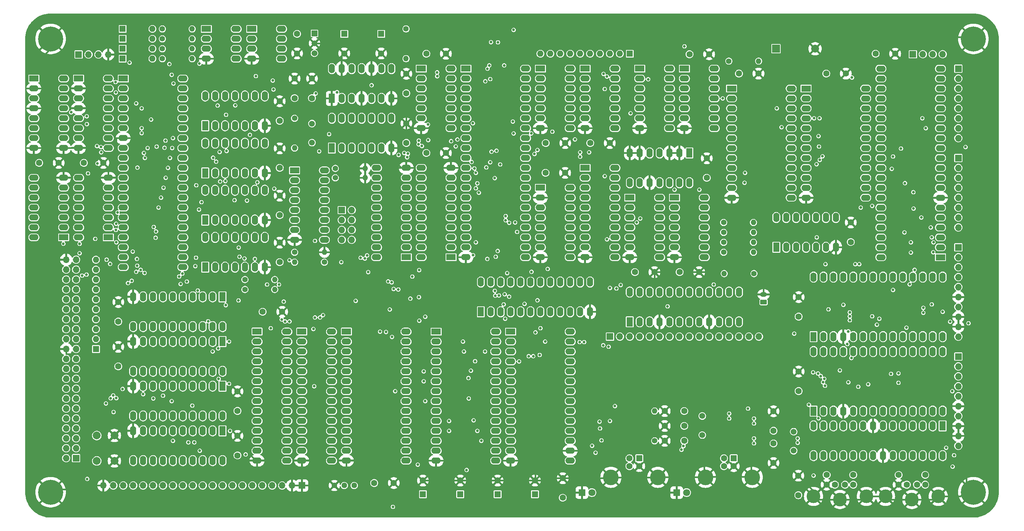
<source format=gbr>
%TF.GenerationSoftware,KiCad,Pcbnew,8.0.2-8.0.2-0~ubuntu20.04.1*%
%TF.CreationDate,2024-06-07T14:08:50+05:00*%
%TF.ProjectId,RedStar,52656453-7461-4722-9e6b-696361645f70,v1.5*%
%TF.SameCoordinates,Original*%
%TF.FileFunction,Copper,L2,Inr*%
%TF.FilePolarity,Positive*%
%FSLAX46Y46*%
G04 Gerber Fmt 4.6, Leading zero omitted, Abs format (unit mm)*
G04 Created by KiCad (PCBNEW 8.0.2-8.0.2-0~ubuntu20.04.1) date 2024-06-07 14:08:50*
%MOMM*%
%LPD*%
G01*
G04 APERTURE LIST*
G04 Aperture macros list*
%AMRoundRect*
0 Rectangle with rounded corners*
0 $1 Rounding radius*
0 $2 $3 $4 $5 $6 $7 $8 $9 X,Y pos of 4 corners*
0 Add a 4 corners polygon primitive as box body*
4,1,4,$2,$3,$4,$5,$6,$7,$8,$9,$2,$3,0*
0 Add four circle primitives for the rounded corners*
1,1,$1+$1,$2,$3*
1,1,$1+$1,$4,$5*
1,1,$1+$1,$6,$7*
1,1,$1+$1,$8,$9*
0 Add four rect primitives between the rounded corners*
20,1,$1+$1,$2,$3,$4,$5,0*
20,1,$1+$1,$4,$5,$6,$7,0*
20,1,$1+$1,$6,$7,$8,$9,0*
20,1,$1+$1,$8,$9,$2,$3,0*%
G04 Aperture macros list end*
%TA.AperFunction,ComponentPad*%
%ADD10R,1.600000X2.400000*%
%TD*%
%TA.AperFunction,ComponentPad*%
%ADD11O,1.600000X2.400000*%
%TD*%
%TA.AperFunction,ComponentPad*%
%ADD12C,1.400000*%
%TD*%
%TA.AperFunction,ComponentPad*%
%ADD13O,1.400000X1.400000*%
%TD*%
%TA.AperFunction,ComponentPad*%
%ADD14C,1.600000*%
%TD*%
%TA.AperFunction,ComponentPad*%
%ADD15R,1.500000X1.500000*%
%TD*%
%TA.AperFunction,ComponentPad*%
%ADD16C,1.500000*%
%TD*%
%TA.AperFunction,ComponentPad*%
%ADD17R,1.600000X1.600000*%
%TD*%
%TA.AperFunction,ComponentPad*%
%ADD18R,2.400000X1.600000*%
%TD*%
%TA.AperFunction,ComponentPad*%
%ADD19O,2.400000X1.600000*%
%TD*%
%TA.AperFunction,ComponentPad*%
%ADD20O,1.600000X1.600000*%
%TD*%
%TA.AperFunction,ComponentPad*%
%ADD21C,3.500000*%
%TD*%
%TA.AperFunction,ComponentPad*%
%ADD22R,1.700000X1.700000*%
%TD*%
%TA.AperFunction,ComponentPad*%
%ADD23O,1.700000X1.700000*%
%TD*%
%TA.AperFunction,ComponentPad*%
%ADD24C,0.800000*%
%TD*%
%TA.AperFunction,ComponentPad*%
%ADD25C,6.400000*%
%TD*%
%TA.AperFunction,ComponentPad*%
%ADD26C,4.000000*%
%TD*%
%TA.AperFunction,ComponentPad*%
%ADD27R,1.800000X1.800000*%
%TD*%
%TA.AperFunction,ComponentPad*%
%ADD28C,1.800000*%
%TD*%
%TA.AperFunction,ComponentPad*%
%ADD29C,1.440000*%
%TD*%
%TA.AperFunction,ComponentPad*%
%ADD30R,2.000000X2.000000*%
%TD*%
%TA.AperFunction,ComponentPad*%
%ADD31C,2.000000*%
%TD*%
%TA.AperFunction,ComponentPad*%
%ADD32RoundRect,0.250000X0.625000X-0.350000X0.625000X0.350000X-0.625000X0.350000X-0.625000X-0.350000X0*%
%TD*%
%TA.AperFunction,ComponentPad*%
%ADD33O,1.750000X1.200000*%
%TD*%
%TA.AperFunction,ViaPad*%
%ADD34C,0.700000*%
%TD*%
%TA.AperFunction,Conductor*%
%ADD35C,0.400000*%
%TD*%
G04 APERTURE END LIST*
D10*
%TO.N,/RDY*%
%TO.C,DD17*%
X120015000Y-130810000D03*
D11*
X122555000Y-130810000D03*
%TO.N,Net-(DD17-Pad3)*%
X125095000Y-130810000D03*
%TO.N,/MAST*%
X127635000Y-130810000D03*
%TO.N,Net-(DD17-Pad3)*%
X130175000Y-130810000D03*
%TO.N,/~{WAIT}*%
X132715000Y-130810000D03*
%TO.N,GND*%
X135255000Y-130810000D03*
%TO.N,/~{MDC_E}*%
X135255000Y-123190000D03*
%TO.N,/~{A15}*%
X132715000Y-123190000D03*
%TO.N,/~{HLDA}*%
X130175000Y-123190000D03*
%TO.N,/~{FWR}*%
X127635000Y-123190000D03*
%TO.N,/WB*%
X125095000Y-123190000D03*
%TO.N,/MEMW*%
X122555000Y-123190000D03*
%TO.N,VCC*%
X120015000Y-123190000D03*
%TD*%
D12*
%TO.N,/~{RESET}*%
%TO.C,R19*%
X171375000Y-69835000D03*
D13*
%TO.N,VCC*%
X171375000Y-77455000D03*
%TD*%
D14*
%TO.N,Net-(DD46-V3)*%
%TO.C,C45*%
X242521500Y-167640000D03*
%TO.N,GND*%
X237521500Y-167640000D03*
%TD*%
D10*
%TO.N,/~{HLDA}*%
%TO.C,DD41*%
X124455000Y-138415000D03*
D11*
%TO.N,unconnected-(DD41-A1-Pad2)*%
X121915000Y-138415000D03*
%TO.N,unconnected-(DD41-A2-Pad3)*%
X119375000Y-138415000D03*
%TO.N,unconnected-(DD41-A3-Pad4)*%
X116835000Y-138415000D03*
%TO.N,unconnected-(DD41-A4-Pad5)*%
X114295000Y-138415000D03*
%TO.N,/~{MEMR}*%
X111755000Y-138415000D03*
%TO.N,/~{MEMW}*%
X109215000Y-138415000D03*
%TO.N,/~{I{slash}OR}*%
X106675000Y-138415000D03*
%TO.N,/~{I{slash}OW}*%
X104135000Y-138415000D03*
%TO.N,GND*%
X101595000Y-138415000D03*
%TO.N,/~{PW}*%
X101595000Y-146035000D03*
%TO.N,/~{PR}*%
X104135000Y-146035000D03*
%TO.N,/~{MW}*%
X106675000Y-146035000D03*
%TO.N,/~{MR}*%
X109215000Y-146035000D03*
%TO.N,unconnected-(DD41-B4-Pad15)*%
X111755000Y-146035000D03*
%TO.N,unconnected-(DD41-B3-Pad16)*%
X114295000Y-146035000D03*
%TO.N,unconnected-(DD41-B2-Pad17)*%
X116835000Y-146035000D03*
%TO.N,unconnected-(DD41-B1-Pad18)*%
X119375000Y-146035000D03*
%TO.N,/~{CB_E}*%
X121915000Y-146035000D03*
%TO.N,VCC*%
X124455000Y-146035000D03*
%TD*%
D15*
%TO.N,3V3*%
%TO.C,DA2*%
X147955000Y-70993000D03*
D16*
%TO.N,GND*%
X147955000Y-73533000D03*
%TO.N,VCC*%
X147955000Y-76073000D03*
%TD*%
D14*
%TO.N,Net-(C2-Pad1)*%
%TO.C,C2*%
X142875000Y-87550000D03*
%TO.N,GND*%
X142875000Y-82550000D03*
%TD*%
%TO.N,VCC*%
%TO.C,C24*%
X207090000Y-99060000D03*
%TO.N,GND*%
X212090000Y-99060000D03*
%TD*%
D12*
%TO.N,/MS0*%
%TO.C,R14*%
X153289000Y-105537000D03*
D13*
%TO.N,GND*%
X160909000Y-105537000D03*
%TD*%
D17*
%TO.N,VCC*%
%TO.C,C39*%
X175693000Y-188920000D03*
D14*
%TO.N,GND*%
X175693000Y-185420000D03*
%TD*%
D12*
%TO.N,/~{W25E13}*%
%TO.C,R9*%
X109055000Y-77470000D03*
D13*
%TO.N,3V3*%
X116675000Y-77470000D03*
%TD*%
D14*
%TO.N,VCC*%
%TO.C,C17*%
X128270000Y-167600000D03*
%TO.N,GND*%
X128270000Y-162600000D03*
%TD*%
D18*
%TO.N,/AU1*%
%TO.C,DD37*%
X76200000Y-82550000D03*
D19*
%TO.N,GND*%
X76200000Y-85090000D03*
%TO.N,/Priority*%
X76200000Y-87630000D03*
%TO.N,GND*%
X76200000Y-90170000D03*
%TO.N,unconnected-(DD37-A>-Pad5)*%
X76200000Y-92710000D03*
%TO.N,/HOLD*%
X76200000Y-95250000D03*
%TO.N,unconnected-(DD37-A<-Pad7)*%
X76200000Y-97790000D03*
%TO.N,GND*%
X76200000Y-100330000D03*
X83820000Y-100330000D03*
%TO.N,/~{REQ}*%
X83820000Y-97790000D03*
%TO.N,VCC*%
X83820000Y-95250000D03*
%TO.N,/~{Protest}*%
X83820000Y-92710000D03*
%TO.N,/Ad0*%
X83820000Y-90170000D03*
%TO.N,/AU0*%
X83820000Y-87630000D03*
%TO.N,/Ad1*%
X83820000Y-85090000D03*
%TO.N,VCC*%
X83820000Y-82550000D03*
%TD*%
D18*
%TO.N,/X1*%
%TO.C,DD1*%
X186690000Y-80010000D03*
D19*
%TO.N,/X2*%
X186690000Y-82550000D03*
%TO.N,/RES*%
X186690000Y-85090000D03*
%TO.N,/SOD*%
X186690000Y-87630000D03*
%TO.N,/SID*%
X186690000Y-90170000D03*
%TO.N,/TRAP*%
X186690000Y-92710000D03*
%TO.N,/RST7.5*%
X186690000Y-95250000D03*
%TO.N,unconnected-(DD1-RST6.5-Pad8)*%
X186690000Y-97790000D03*
%TO.N,unconnected-(DD1-RST5.5-Pad9)*%
X186690000Y-100330000D03*
%TO.N,/INTR*%
X186690000Y-102870000D03*
%TO.N,/~{INTA}*%
X186690000Y-105410000D03*
%TO.N,/pAD0*%
X186690000Y-107950000D03*
%TO.N,/pAD1*%
X186690000Y-110490000D03*
%TO.N,/pAD2*%
X186690000Y-113030000D03*
%TO.N,/pAD3*%
X186690000Y-115570000D03*
%TO.N,/pAD4*%
X186690000Y-118110000D03*
%TO.N,/pAD5*%
X186690000Y-120650000D03*
%TO.N,/pAD6*%
X186690000Y-123190000D03*
%TO.N,/pAD7*%
X186690000Y-125730000D03*
%TO.N,GND*%
X186690000Y-128270000D03*
%TO.N,/A8*%
X201930000Y-128270000D03*
%TO.N,/A9*%
X201930000Y-125730000D03*
%TO.N,/A10*%
X201930000Y-123190000D03*
%TO.N,/A11*%
X201930000Y-120650000D03*
%TO.N,/pA12*%
X201930000Y-118110000D03*
%TO.N,/pA13*%
X201930000Y-115570000D03*
%TO.N,/pA14*%
X201930000Y-113030000D03*
%TO.N,/pA15*%
X201930000Y-110490000D03*
%TO.N,/S0*%
X201930000Y-107950000D03*
%TO.N,/ALE*%
X201930000Y-105410000D03*
%TO.N,/~{WR}*%
X201930000Y-102870000D03*
%TO.N,/~{RD}*%
X201930000Y-100330000D03*
%TO.N,/S1*%
X201930000Y-97790000D03*
%TO.N,/IO{slash}~{M}*%
X201930000Y-95250000D03*
%TO.N,/~{WAIT}*%
X201930000Y-92710000D03*
%TO.N,/~{RESET}*%
X201930000Y-90170000D03*
%TO.N,/CLK*%
X201930000Y-87630000D03*
%TO.N,/HLDA*%
X201930000Y-85090000D03*
%TO.N,/HOLD*%
X201930000Y-82550000D03*
%TO.N,VCC*%
X201930000Y-80010000D03*
%TD*%
D17*
%TO.N,/~{W25E0}*%
%TO.C,VD3*%
X98895000Y-74930000D03*
D20*
%TO.N,/~{W25E03}*%
X106515000Y-74930000D03*
%TD*%
D14*
%TO.N,VCC*%
%TO.C,C13*%
X171450000Y-99020000D03*
%TO.N,GND*%
X171450000Y-94020000D03*
%TD*%
%TO.N,/M_DATA*%
%TO.C,J2*%
X299436000Y-186484000D03*
%TO.N,unconnected-(J2-Pad2)*%
X302036000Y-186484000D03*
D21*
%TO.N,GND*%
X307486000Y-189484000D03*
X300736000Y-190284000D03*
D14*
X297336000Y-186484000D03*
D21*
X293986000Y-189484000D03*
D14*
%TO.N,VCC*%
X304136000Y-186484000D03*
%TO.N,/M_CLK*%
X297336000Y-183984000D03*
%TO.N,unconnected-(J2-Pad6)*%
X304136000Y-183984000D03*
%TD*%
%TO.N,VCC*%
%TO.C,C10*%
X97790000Y-144740000D03*
%TO.N,GND*%
X97790000Y-139740000D03*
%TD*%
D12*
%TO.N,/~{W25E03}*%
%TO.C,R8*%
X109055000Y-74930000D03*
D13*
%TO.N,3V3*%
X116675000Y-74930000D03*
%TD*%
D12*
%TO.N,/SCK3*%
%TO.C,R7*%
X109055000Y-72390000D03*
D13*
%TO.N,3V3*%
X116675000Y-72390000D03*
%TD*%
D14*
%TO.N,/K_DATA*%
%TO.C,J1*%
X281036000Y-186484000D03*
%TO.N,unconnected-(J1-Pad2)*%
X283636000Y-186484000D03*
D21*
%TO.N,GND*%
X289086000Y-189484000D03*
X282336000Y-190284000D03*
D14*
X278936000Y-186484000D03*
D21*
X275586000Y-189484000D03*
D14*
%TO.N,VCC*%
X285736000Y-186484000D03*
%TO.N,/K_CLK*%
X278936000Y-183984000D03*
%TO.N,unconnected-(J1-Pad6)*%
X285736000Y-183984000D03*
%TD*%
D22*
%TO.N,Net-(DD22B-~{Q0})*%
%TO.C,J3*%
X154940000Y-116205000D03*
D23*
%TO.N,/~{PDC_E}*%
X157480000Y-116205000D03*
%TO.N,Net-(DD22B-~{Q1})*%
X154940000Y-118745000D03*
%TO.N,/~{PDC_E}*%
X157480000Y-118745000D03*
%TO.N,Net-(DD22B-~{Q2})*%
X154940000Y-121285000D03*
%TO.N,/~{PDC_E}*%
X157480000Y-121285000D03*
%TO.N,Net-(DD22B-~{Q3})*%
X154940000Y-123825000D03*
%TO.N,/~{PDC_E}*%
X157480000Y-123825000D03*
%TD*%
D12*
%TO.N,/WB*%
%TO.C,R16*%
X142875000Y-127000000D03*
D13*
%TO.N,GND*%
X150495000Y-127000000D03*
%TD*%
D14*
%TO.N,VCC*%
%TO.C,C5*%
X207050000Y-106680000D03*
%TO.N,GND*%
X212050000Y-106680000D03*
%TD*%
%TO.N,VCC*%
%TO.C,C11*%
X285115000Y-124380000D03*
%TO.N,GND*%
X285115000Y-119380000D03*
%TD*%
D24*
%TO.N,GND*%
%TO.C,H2*%
X314070000Y-72400000D03*
X314772944Y-70702944D03*
X314772944Y-74097056D03*
X316470000Y-70000000D03*
D25*
X316470000Y-72400000D03*
D24*
X316470000Y-74800000D03*
X318167056Y-70702944D03*
X318167056Y-74097056D03*
X318870000Y-72400000D03*
%TD*%
D12*
%TO.N,Net-(DD20-~{Q2})*%
%TO.C,R4*%
X252603000Y-127000000D03*
D13*
%TO.N,VCC*%
X260223000Y-127000000D03*
%TD*%
D10*
%TO.N,/D2*%
%TO.C,DD34*%
X275590000Y-148595000D03*
D11*
%TO.N,/D3*%
X278130000Y-148595000D03*
%TO.N,/RXD1*%
X280670000Y-148595000D03*
%TO.N,GND*%
X283210000Y-148595000D03*
%TO.N,/D4*%
X285750000Y-148595000D03*
%TO.N,/D5*%
X288290000Y-148595000D03*
%TO.N,/D6*%
X290830000Y-148595000D03*
%TO.N,/D7*%
X293370000Y-148595000D03*
%TO.N,/TSYN1*%
X295910000Y-148595000D03*
%TO.N,/~{I{slash}OW}*%
X298450000Y-148595000D03*
%TO.N,/~{USART1}*%
X300990000Y-148595000D03*
%TO.N,/A0*%
X303530000Y-148595000D03*
%TO.N,/~{I{slash}OR}*%
X306070000Y-148595000D03*
%TO.N,/RXC1*%
X308610000Y-148595000D03*
%TO.N,/TXC1*%
X308610000Y-133355000D03*
%TO.N,unconnected-(DD34-SD{slash}BD-Pad16)*%
X306070000Y-133355000D03*
%TO.N,/~{CTS1}*%
X303530000Y-133355000D03*
%TO.N,/UDRE1*%
X300990000Y-133355000D03*
%TO.N,/TXD1*%
X298450000Y-133355000D03*
%TO.N,/CLT*%
X295910000Y-133355000D03*
%TO.N,/RES*%
X293370000Y-133355000D03*
%TO.N,/~{DSR1}*%
X290830000Y-133355000D03*
%TO.N,/~{RTS1}*%
X288290000Y-133355000D03*
%TO.N,/~{DTR1}*%
X285750000Y-133355000D03*
%TO.N,/TSYN1*%
X283210000Y-133355000D03*
%TO.N,VCC*%
X280670000Y-133355000D03*
%TO.N,/D0*%
X278130000Y-133355000D03*
%TO.N,/D1*%
X275590000Y-133355000D03*
%TD*%
D14*
%TO.N,VCC*%
%TO.C,C25*%
X77545000Y-104130000D03*
%TO.N,GND*%
X82545000Y-104130000D03*
%TD*%
D10*
%TO.N,Net-(DD18-Pad11)*%
%TO.C,DD19*%
X120010000Y-106695000D03*
D11*
%TO.N,/~{PME}*%
X122550000Y-106695000D03*
%TO.N,/~{YHME}*%
X125090000Y-106695000D03*
%TO.N,/~{PMT}*%
X127630000Y-106695000D03*
%TO.N,/~{A15}*%
X130170000Y-106695000D03*
%TO.N,/~{OMME}*%
X132710000Y-106695000D03*
%TO.N,GND*%
X135250000Y-106695000D03*
%TO.N,Net-(DD12-Pad5)*%
X135250000Y-99075000D03*
%TO.N,/MAST*%
X132710000Y-99075000D03*
%TO.N,/~{RD}*%
X130170000Y-99075000D03*
%TO.N,Net-(DD12-Pad3)*%
X127630000Y-99075000D03*
%TO.N,/MAST*%
X125090000Y-99075000D03*
%TO.N,/A15*%
X122550000Y-99075000D03*
%TO.N,VCC*%
X120010000Y-99075000D03*
%TD*%
D17*
%TO.N,3V3*%
%TO.C,C37*%
X155575000Y-71120000D03*
D14*
%TO.N,GND*%
X155575000Y-76120000D03*
%TD*%
D12*
%TO.N,Net-(DD20-~{Q3})*%
%TO.C,R5*%
X252603000Y-124460000D03*
D13*
%TO.N,VCC*%
X260223000Y-124460000D03*
%TD*%
D17*
%TO.N,/SCK*%
%TO.C,VD2*%
X98895000Y-72390000D03*
D20*
%TO.N,/SCK3*%
X106515000Y-72390000D03*
%TD*%
D18*
%TO.N,Net-(DD14A-~{R})*%
%TO.C,DD14*%
X242570000Y-80010000D03*
D19*
%TO.N,/TRAP*%
X242570000Y-82550000D03*
%TO.N,/SOD*%
X242570000Y-85090000D03*
%TO.N,VCC*%
X242570000Y-87630000D03*
%TO.N,/SID*%
X242570000Y-90170000D03*
%TO.N,/TRAP*%
X242570000Y-92710000D03*
%TO.N,GND*%
X242570000Y-95250000D03*
%TO.N,unconnected-(DD14B-~{Q}-Pad8)*%
X250190000Y-95250000D03*
%TO.N,unconnected-(DD14B-Q-Pad9)*%
X250190000Y-92710000D03*
%TO.N,unconnected-(DD14B-~{S}-Pad10)*%
X250190000Y-90170000D03*
%TO.N,unconnected-(DD14B-C-Pad11)*%
X250190000Y-87630000D03*
%TO.N,unconnected-(DD14B-D-Pad12)*%
X250190000Y-85090000D03*
%TO.N,unconnected-(DD14B-~{R}-Pad13)*%
X250190000Y-82550000D03*
%TO.N,VCC*%
X250190000Y-80010000D03*
%TD*%
D18*
%TO.N,/TRAP*%
%TO.C,DD13*%
X240030000Y-113030000D03*
D19*
%TO.N,VCC*%
X240030000Y-115570000D03*
%TO.N,Net-(DD13A-C)*%
X240030000Y-118110000D03*
%TO.N,VCC*%
X240030000Y-120650000D03*
%TO.N,Net-(DD13A-Q)*%
X240030000Y-123190000D03*
%TO.N,unconnected-(DD13A-~{Q}-Pad6)*%
X240030000Y-125730000D03*
%TO.N,GND*%
X240030000Y-128270000D03*
%TO.N,Net-(DD13B-~{Q})*%
X247650000Y-128270000D03*
%TO.N,Net-(DD13B-Q)*%
X247650000Y-125730000D03*
%TO.N,VCC*%
X247650000Y-123190000D03*
%TO.N,/S1*%
X247650000Y-120650000D03*
%TO.N,Net-(DD13A-Q)*%
X247650000Y-118110000D03*
%TO.N,/TRAP*%
X247650000Y-115570000D03*
%TO.N,VCC*%
X247650000Y-113030000D03*
%TD*%
D17*
%TO.N,VCC*%
%TO.C,J13*%
X231014000Y-179734500D03*
D14*
%TO.N,unconnected-(J13-D--Pad2)*%
X228514000Y-179734500D03*
%TO.N,unconnected-(J13-D+-Pad3)*%
X228514000Y-181734500D03*
%TO.N,GND*%
X231014000Y-181734500D03*
D26*
X235764000Y-184594500D03*
X223764000Y-184594500D03*
%TD*%
D10*
%TO.N,Net-(DD8-Pad1)*%
%TO.C,DD8*%
X266065000Y-125730000D03*
D11*
X268605000Y-125730000D03*
%TO.N,unconnected-(DD8-Pad3)*%
X271145000Y-125730000D03*
%TO.N,unconnected-(DD8-Pad4)*%
X273685000Y-125730000D03*
%TO.N,unconnected-(DD8-Pad5)*%
X276225000Y-125730000D03*
%TO.N,unconnected-(DD8-Pad6)*%
X278765000Y-125730000D03*
%TO.N,GND*%
X281305000Y-125730000D03*
%TO.N,/MEMW*%
X281305000Y-118110000D03*
%TO.N,/IO{slash}~{M}*%
X278765000Y-118110000D03*
%TO.N,/~{WR}*%
X276225000Y-118110000D03*
%TO.N,Net-(DD8-Pad11)*%
X273685000Y-118110000D03*
X271145000Y-118110000D03*
%TO.N,/TRAP*%
X268605000Y-118110000D03*
%TO.N,VCC*%
X266065000Y-118110000D03*
%TD*%
D18*
%TO.N,Net-(DD10-Pad1)*%
%TO.C,DD7*%
X205740000Y-80010000D03*
D19*
%TO.N,/~{I{slash}O}M*%
X205740000Y-82550000D03*
%TO.N,/~{RD}*%
X205740000Y-85090000D03*
%TO.N,Net-(DD10-Pad3)*%
X205740000Y-87630000D03*
%TO.N,/~{WR}*%
X205740000Y-90170000D03*
%TO.N,/~{I{slash}O}M*%
X205740000Y-92710000D03*
%TO.N,GND*%
X205740000Y-95250000D03*
%TO.N,/~{RD}*%
X213360000Y-95250000D03*
%TO.N,/IO{slash}~{M}*%
X213360000Y-92710000D03*
%TO.N,Net-(DD10-Pad5)*%
X213360000Y-90170000D03*
%TO.N,/HLDA*%
X213360000Y-87630000D03*
%TO.N,/MAST*%
X213360000Y-85090000D03*
%TO.N,/~{CB_E}*%
X213360000Y-82550000D03*
%TO.N,VCC*%
X213360000Y-80010000D03*
%TD*%
D14*
%TO.N,VCC*%
%TO.C,C30*%
X88975000Y-104130000D03*
%TO.N,GND*%
X93975000Y-104130000D03*
%TD*%
%TO.N,VCC*%
%TO.C,C35*%
X271780000Y-143470000D03*
%TO.N,GND*%
X271780000Y-138470000D03*
%TD*%
D18*
%TO.N,/D7*%
%TO.C,DD29*%
X254635000Y-85095000D03*
D19*
%TO.N,/D6*%
X254635000Y-87635000D03*
%TO.N,/D5*%
X254635000Y-90175000D03*
%TO.N,/D4*%
X254635000Y-92715000D03*
%TO.N,/D3*%
X254635000Y-95255000D03*
%TO.N,/D2*%
X254635000Y-97795000D03*
%TO.N,/D1*%
X254635000Y-100335000D03*
%TO.N,/D0*%
X254635000Y-102875000D03*
%TO.N,Net-(DD29-CLK0)*%
X254635000Y-105415000D03*
%TO.N,/SYSTIME*%
X254635000Y-107955000D03*
%TO.N,VCC*%
X254635000Y-110495000D03*
%TO.N,GND*%
X254635000Y-113035000D03*
%TO.N,Net-(DD29-CLK0)*%
X269875000Y-113035000D03*
%TO.N,VCC*%
X269875000Y-110495000D03*
%TO.N,/CLT*%
X269875000Y-107955000D03*
%TO.N,/CLKE*%
X269875000Y-105415000D03*
%TO.N,/RST7.5*%
X269875000Y-102875000D03*
%TO.N,/CLT*%
X269875000Y-100335000D03*
%TO.N,/A0*%
X269875000Y-97795000D03*
%TO.N,/A1*%
X269875000Y-95255000D03*
%TO.N,/~{TIM0}*%
X269875000Y-92715000D03*
%TO.N,/~{I{slash}OR}*%
X269875000Y-90175000D03*
%TO.N,/~{I{slash}OW}*%
X269875000Y-87635000D03*
%TO.N,VCC*%
X269875000Y-85095000D03*
%TD*%
D12*
%TO.N,/RDY*%
%TO.C,R12*%
X130175000Y-133985000D03*
D13*
%TO.N,VCC*%
X137795000Y-133985000D03*
%TD*%
D17*
%TO.N,VCC*%
%TO.C,C40*%
X185243000Y-188920000D03*
D14*
%TO.N,GND*%
X185243000Y-185420000D03*
%TD*%
D17*
%TO.N,VCC*%
%TO.C,RN2*%
X92075000Y-151765000D03*
D20*
%TO.N,/~{REQ}*%
X92075000Y-149225000D03*
%TO.N,/~{CONF}*%
X92075000Y-146685000D03*
%TO.N,/~{Protest}*%
X92075000Y-144145000D03*
%TO.N,/Ad0*%
X92075000Y-141605000D03*
%TO.N,/Ad1*%
X92075000Y-139065000D03*
%TO.N,/T0*%
X92075000Y-136525000D03*
%TO.N,/T1*%
X92075000Y-133985000D03*
%TO.N,/T2*%
X92075000Y-131445000D03*
%TO.N,/Vect*%
X92075000Y-128905000D03*
%TD*%
D14*
%TO.N,VCC*%
%TO.C,C27*%
X134700000Y-142240000D03*
%TO.N,GND*%
X139700000Y-142240000D03*
%TD*%
D18*
%TO.N,/A14*%
%TO.C,DD24*%
X144705000Y-147305000D03*
D19*
%TO.N,/A12*%
X144705000Y-149845000D03*
%TO.N,/A7*%
X144705000Y-152385000D03*
%TO.N,/A6*%
X144705000Y-154925000D03*
%TO.N,/A5*%
X144705000Y-157465000D03*
%TO.N,/A4*%
X144705000Y-160005000D03*
%TO.N,/A3*%
X144705000Y-162545000D03*
%TO.N,/A2*%
X144705000Y-165085000D03*
%TO.N,/A1*%
X144705000Y-167625000D03*
%TO.N,/A0*%
X144705000Y-170165000D03*
%TO.N,/D0*%
X144705000Y-172705000D03*
%TO.N,/D1*%
X144705000Y-175245000D03*
%TO.N,/D2*%
X144705000Y-177785000D03*
%TO.N,GND*%
X144705000Y-180325000D03*
%TO.N,/D3*%
X152325000Y-180325000D03*
%TO.N,/D4*%
X152325000Y-177785000D03*
%TO.N,/D5*%
X152325000Y-175245000D03*
%TO.N,/D6*%
X152325000Y-172705000D03*
%TO.N,/D7*%
X152325000Y-170165000D03*
%TO.N,/~{OMME}*%
X152325000Y-167625000D03*
%TO.N,/A10*%
X152325000Y-165085000D03*
%TO.N,/~{MEMR}*%
X152325000Y-162545000D03*
%TO.N,/A11*%
X152325000Y-160005000D03*
%TO.N,/A9*%
X152325000Y-157465000D03*
%TO.N,/A8*%
X152325000Y-154925000D03*
%TO.N,/A13*%
X152325000Y-152385000D03*
%TO.N,/~{MEMW}*%
X152325000Y-149845000D03*
%TO.N,VCC*%
X152325000Y-147305000D03*
%TD*%
D12*
%TO.N,Net-(LED1-A)*%
%TO.C,R10*%
X150495000Y-129540000D03*
D13*
%TO.N,/Turbo*%
X142875000Y-129540000D03*
%TD*%
D22*
%TO.N,/PF0*%
%TO.C,J10*%
X301000000Y-76327000D03*
D23*
%TO.N,/PF1*%
X303540000Y-76327000D03*
%TO.N,/PF2*%
X306080000Y-76327000D03*
%TO.N,/PF3*%
X308620000Y-76327000D03*
%TD*%
D17*
%TO.N,/MOSI*%
%TO.C,VD1*%
X98895000Y-69850000D03*
D20*
%TO.N,/MOSI3*%
X106515000Y-69850000D03*
%TD*%
D14*
%TO.N,VCC*%
%TO.C,C21*%
X97790000Y-156210000D03*
%TO.N,GND*%
X97790000Y-151210000D03*
%TD*%
%TO.N,VCC*%
%TO.C,C18*%
X229910000Y-132080000D03*
%TO.N,GND*%
X234910000Y-132080000D03*
%TD*%
%TO.N,VCC*%
%TO.C,C12*%
X218480000Y-99060000D03*
%TO.N,GND*%
X223480000Y-99060000D03*
%TD*%
D24*
%TO.N,GND*%
%TO.C,H1*%
X78070000Y-72400000D03*
X78772944Y-70702944D03*
X78772944Y-74097056D03*
X80470000Y-70000000D03*
D25*
X80470000Y-72400000D03*
D24*
X80470000Y-74800000D03*
X82167056Y-70702944D03*
X82167056Y-74097056D03*
X82870000Y-72400000D03*
%TD*%
D14*
%TO.N,VCC*%
%TO.C,C23*%
X211455000Y-189825000D03*
%TO.N,GND*%
X211455000Y-184825000D03*
%TD*%
D27*
%TO.N,GND*%
%TO.C,LED1*%
X216353000Y-188500500D03*
D28*
%TO.N,Net-(LED1-A)*%
X218893000Y-188500500D03*
%TD*%
D24*
%TO.N,GND*%
%TO.C,H3*%
X314070000Y-188400000D03*
X314772944Y-186702944D03*
X314772944Y-190097056D03*
X316470000Y-186000000D03*
D25*
X316470000Y-188400000D03*
D24*
X316470000Y-190800000D03*
X318167056Y-186702944D03*
X318167056Y-190097056D03*
X318870000Y-188400000D03*
%TD*%
D12*
%TO.N,/MOSI3*%
%TO.C,R6*%
X109055000Y-69850000D03*
D13*
%TO.N,3V3*%
X116675000Y-69850000D03*
%TD*%
D14*
%TO.N,VCC*%
%TO.C,C31*%
X271705000Y-189175000D03*
%TO.N,GND*%
X271705000Y-184175000D03*
%TD*%
D17*
%TO.N,VCC*%
%TO.C,C41*%
X194793000Y-188920000D03*
D14*
%TO.N,GND*%
X194793000Y-185420000D03*
%TD*%
D10*
%TO.N,/~{HLDA}*%
%TO.C,DD40*%
X124455000Y-149845000D03*
D11*
%TO.N,/A8*%
X121915000Y-149845000D03*
%TO.N,/A9*%
X119375000Y-149845000D03*
%TO.N,/A10*%
X116835000Y-149845000D03*
%TO.N,/A11*%
X114295000Y-149845000D03*
%TO.N,/A12*%
X111755000Y-149845000D03*
%TO.N,/A13*%
X109215000Y-149845000D03*
%TO.N,/A14*%
X106675000Y-149845000D03*
%TO.N,unconnected-(DD40-A8-Pad9)*%
X104135000Y-149845000D03*
%TO.N,GND*%
X101595000Y-149845000D03*
%TO.N,unconnected-(DD40-B8-Pad11)*%
X101595000Y-157465000D03*
%TO.N,/BA14*%
X104135000Y-157465000D03*
%TO.N,/BA13*%
X106675000Y-157465000D03*
%TO.N,/BA12*%
X109215000Y-157465000D03*
%TO.N,/BA11*%
X111755000Y-157465000D03*
%TO.N,/BA10*%
X114295000Y-157465000D03*
%TO.N,/BA9*%
X116835000Y-157465000D03*
%TO.N,/BA8*%
X119375000Y-157465000D03*
%TO.N,/~{CB_E}*%
X121915000Y-157465000D03*
%TO.N,VCC*%
X124455000Y-157465000D03*
%TD*%
D18*
%TO.N,/PA3*%
%TO.C,DD28*%
X308045000Y-128275000D03*
D19*
%TO.N,/PA2*%
X308045000Y-125735000D03*
%TO.N,/PA1*%
X308045000Y-123195000D03*
%TO.N,/PA0*%
X308045000Y-120655000D03*
%TO.N,/~{I{slash}OR}*%
X308045000Y-118115000D03*
%TO.N,/~{SYSP1}*%
X308045000Y-115575000D03*
%TO.N,GND*%
X308045000Y-113035000D03*
%TO.N,/A1*%
X308045000Y-110495000D03*
%TO.N,/A0*%
X308045000Y-107955000D03*
%TO.N,/~{W25E1}*%
X308045000Y-105415000D03*
%TO.N,/~{W25E0}*%
X308045000Y-102875000D03*
%TO.N,/FS*%
X308045000Y-100335000D03*
%TO.N,/BUZ_G*%
X308045000Y-97795000D03*
%TO.N,/PF0*%
X308045000Y-95255000D03*
%TO.N,/PF1*%
X308045000Y-92715000D03*
%TO.N,/PF2*%
X308045000Y-90175000D03*
%TO.N,/PF3*%
X308045000Y-87635000D03*
%TO.N,/PB0*%
X308045000Y-85095000D03*
%TO.N,/PB1*%
X308045000Y-82555000D03*
%TO.N,/PB2*%
X308045000Y-80015000D03*
%TO.N,/PB3*%
X292805000Y-80015000D03*
%TO.N,/PB4*%
X292805000Y-82555000D03*
%TO.N,/PB5*%
X292805000Y-85095000D03*
%TO.N,/PB6*%
X292805000Y-87635000D03*
%TO.N,/PB7*%
X292805000Y-90175000D03*
%TO.N,VCC*%
X292805000Y-92715000D03*
%TO.N,/D7*%
X292805000Y-95255000D03*
%TO.N,/D6*%
X292805000Y-97795000D03*
%TO.N,/D5*%
X292805000Y-100335000D03*
%TO.N,/D4*%
X292805000Y-102875000D03*
%TO.N,/D3*%
X292805000Y-105415000D03*
%TO.N,/D2*%
X292805000Y-107955000D03*
%TO.N,/D1*%
X292805000Y-110495000D03*
%TO.N,/D0*%
X292805000Y-113035000D03*
%TO.N,/RES*%
X292805000Y-115575000D03*
%TO.N,/~{I{slash}OW}*%
X292805000Y-118115000D03*
%TO.N,/PA7*%
X292805000Y-120655000D03*
%TO.N,/PA6*%
X292805000Y-123195000D03*
%TO.N,/PA5*%
X292805000Y-125735000D03*
%TO.N,/PA4*%
X292805000Y-128275000D03*
%TD*%
D18*
%TO.N,/~{B_OS}*%
%TO.C,DD21*%
X217170000Y-105410000D03*
D19*
%TO.N,/pA15*%
X217170000Y-107950000D03*
%TO.N,/A12*%
X217170000Y-110490000D03*
%TO.N,/pA14*%
X217170000Y-113030000D03*
%TO.N,/A13*%
X217170000Y-115570000D03*
%TO.N,/pA13*%
X217170000Y-118110000D03*
%TO.N,/A14*%
X217170000Y-120650000D03*
%TO.N,/pA12*%
X217170000Y-123190000D03*
%TO.N,/A15*%
X217170000Y-125730000D03*
%TO.N,GND*%
X217170000Y-128270000D03*
%TO.N,Net-(DD20-~{Q3})*%
X224790000Y-128270000D03*
%TO.N,/A12*%
X224790000Y-125730000D03*
%TO.N,Net-(DD20-~{Q2})*%
X224790000Y-123190000D03*
%TO.N,/A13*%
X224790000Y-120650000D03*
%TO.N,Net-(DD20-~{Q1})*%
X224790000Y-118110000D03*
%TO.N,/A14*%
X224790000Y-115570000D03*
%TO.N,Net-(DD20-~{Q0})*%
X224790000Y-113030000D03*
%TO.N,/A15*%
X224790000Y-110490000D03*
%TO.N,/~{B_U}*%
X224790000Y-107950000D03*
%TO.N,VCC*%
X224790000Y-105410000D03*
%TD*%
D18*
%TO.N,/~{W25E13}*%
%TO.C,DD44*%
X131915000Y-69850000D03*
D19*
%TO.N,/MISO*%
X131915000Y-72390000D03*
%TO.N,3V3*%
X131915000Y-74930000D03*
%TO.N,GND*%
X131915000Y-77470000D03*
%TO.N,/MOSI3*%
X139535000Y-77470000D03*
%TO.N,/SCK3*%
X139535000Y-74930000D03*
%TO.N,3V3*%
X139535000Y-72390000D03*
X139535000Y-69850000D03*
%TD*%
D17*
%TO.N,/~{W25E1}*%
%TO.C,VD4*%
X98895000Y-77470000D03*
D20*
%TO.N,/~{W25E13}*%
X106515000Y-77470000D03*
%TD*%
D14*
%TO.N,VCC*%
%TO.C,C14*%
X243880000Y-76332000D03*
%TO.N,GND*%
X248880000Y-76332000D03*
%TD*%
D10*
%TO.N,/IO{slash}~{M}*%
%TO.C,DD2*%
X152400000Y-100330000D03*
D11*
%TO.N,/~{I{slash}O}M*%
X154940000Y-100330000D03*
%TO.N,unconnected-(DD2-Pad3)*%
X157480000Y-100330000D03*
%TO.N,unconnected-(DD2-Pad4)*%
X160020000Y-100330000D03*
%TO.N,/A15*%
X162560000Y-100330000D03*
%TO.N,/~{A15}*%
X165100000Y-100330000D03*
%TO.N,GND*%
X167640000Y-100330000D03*
%TO.N,/Protest*%
X167640000Y-92710000D03*
%TO.N,/~{Protest}*%
X165100000Y-92710000D03*
%TO.N,Net-(DD3A-C)*%
X162560000Y-92710000D03*
%TO.N,Net-(C2-Pad1)*%
X160020000Y-92710000D03*
X157480000Y-92710000D03*
%TO.N,Net-(C1-Pad1)*%
X154940000Y-92710000D03*
%TO.N,VCC*%
X152400000Y-92710000D03*
%TD*%
D10*
%TO.N,/MOSI*%
%TO.C,DD42*%
X228595000Y-144795000D03*
D11*
%TO.N,/DIG0*%
X231135000Y-144795000D03*
%TO.N,/DIG4*%
X233675000Y-144795000D03*
%TO.N,GND*%
X236215000Y-144795000D03*
%TO.N,/DIG6*%
X238755000Y-144795000D03*
%TO.N,/DIG2*%
X241295000Y-144795000D03*
%TO.N,/DIG3*%
X243835000Y-144795000D03*
%TO.N,/DIG7*%
X246375000Y-144795000D03*
%TO.N,GND*%
X248915000Y-144795000D03*
%TO.N,/DIG5*%
X251455000Y-144795000D03*
%TO.N,/DIG1*%
X253995000Y-144795000D03*
%TO.N,/~{LED_S}*%
X256535000Y-144795000D03*
%TO.N,/SCK*%
X256535000Y-137175000D03*
%TO.N,/SEG_A*%
X253995000Y-137175000D03*
%TO.N,/SEG_F*%
X251455000Y-137175000D03*
%TO.N,/SEG_B*%
X248915000Y-137175000D03*
%TO.N,/SEG_G*%
X246375000Y-137175000D03*
%TO.N,Net-(DD42-ISET)*%
X243835000Y-137175000D03*
%TO.N,VCC*%
X241295000Y-137175000D03*
%TO.N,/SEG_C*%
X238755000Y-137175000D03*
%TO.N,/SEG_E*%
X236215000Y-137175000D03*
%TO.N,/SEG_DP*%
X233675000Y-137175000D03*
%TO.N,/SEG_D*%
X231135000Y-137175000D03*
%TO.N,/MISO*%
X228595000Y-137175000D03*
%TD*%
D10*
%TO.N,/Vectoma*%
%TO.C,DD38*%
X124455000Y-172705000D03*
D11*
%TO.N,/D0*%
X121915000Y-172705000D03*
%TO.N,/D1*%
X119375000Y-172705000D03*
%TO.N,/D2*%
X116835000Y-172705000D03*
%TO.N,/D3*%
X114295000Y-172705000D03*
%TO.N,/D4*%
X111755000Y-172705000D03*
%TO.N,/D5*%
X109215000Y-172705000D03*
%TO.N,/D6*%
X106675000Y-172705000D03*
%TO.N,/D7*%
X104135000Y-172705000D03*
%TO.N,GND*%
X101595000Y-172705000D03*
%TO.N,/BD7*%
X101595000Y-180325000D03*
%TO.N,/BD6*%
X104135000Y-180325000D03*
%TO.N,/BD5*%
X106675000Y-180325000D03*
%TO.N,/BD4*%
X109215000Y-180325000D03*
%TO.N,/BD3*%
X111755000Y-180325000D03*
%TO.N,/BD2*%
X114295000Y-180325000D03*
%TO.N,/BD1*%
X116835000Y-180325000D03*
%TO.N,/BD0*%
X119375000Y-180325000D03*
%TO.N,/~{CB_E}*%
X121915000Y-180325000D03*
%TO.N,VCC*%
X124455000Y-180325000D03*
%TD*%
D22*
%TO.N,/DIG0*%
%TO.C,J4*%
X223520000Y-148590000D03*
D23*
%TO.N,/SEG_C*%
X226060000Y-148590000D03*
%TO.N,/DIG1*%
X228600000Y-148590000D03*
%TO.N,/SEG_DP*%
X231140000Y-148590000D03*
%TO.N,/DIG2*%
X233680000Y-148590000D03*
%TO.N,/SEG_A*%
X236220000Y-148590000D03*
%TO.N,/DIG3*%
X238760000Y-148590000D03*
%TO.N,/SEG_E*%
X241300000Y-148590000D03*
%TO.N,/DIG4*%
X243840000Y-148590000D03*
%TO.N,/SEG_D*%
X246380000Y-148590000D03*
%TO.N,/DIG5*%
X248920000Y-148590000D03*
%TO.N,/SEG_G*%
X251460000Y-148590000D03*
%TO.N,/DIG6*%
X254000000Y-148590000D03*
%TO.N,/SEG_B*%
X256540000Y-148590000D03*
%TO.N,/DIG7*%
X259080000Y-148590000D03*
%TO.N,/SEG_F*%
X261620000Y-148590000D03*
%TD*%
D14*
%TO.N,Net-(DD35-PB6{slash}XTAL1)*%
%TO.C,C3*%
X265350000Y-175935000D03*
%TO.N,GND*%
X265350000Y-180935000D03*
%TD*%
D18*
%TO.N,/~{PIC_S}*%
%TO.C,DD32*%
X198120000Y-147320000D03*
D19*
%TO.N,/~{I{slash}OW}*%
X198120000Y-149860000D03*
%TO.N,/~{I{slash}OR}*%
X198120000Y-152400000D03*
%TO.N,/D7*%
X198120000Y-154940000D03*
%TO.N,/D6*%
X198120000Y-157480000D03*
%TO.N,/D5*%
X198120000Y-160020000D03*
%TO.N,/D4*%
X198120000Y-162560000D03*
%TO.N,/D3*%
X198120000Y-165100000D03*
%TO.N,/D2*%
X198120000Y-167640000D03*
%TO.N,/D1*%
X198120000Y-170180000D03*
%TO.N,/D0*%
X198120000Y-172720000D03*
%TO.N,/CAS0*%
X198120000Y-175260000D03*
%TO.N,/CAS1*%
X198120000Y-177800000D03*
%TO.N,GND*%
X198120000Y-180340000D03*
%TO.N,/CAS2*%
X213360000Y-180340000D03*
%TO.N,GND*%
X213360000Y-177800000D03*
%TO.N,/SINT*%
X213360000Y-175260000D03*
%TO.N,/UDRE1*%
X213360000Y-172720000D03*
%TO.N,/TXC1*%
X213360000Y-170180000D03*
%TO.N,/RXC1*%
X213360000Y-167640000D03*
%TO.N,/PF0*%
X213360000Y-165100000D03*
%TO.N,/PF1*%
X213360000Y-162560000D03*
%TO.N,/TSYN0*%
X213360000Y-160020000D03*
%TO.N,/TSYN1*%
X213360000Y-157480000D03*
%TO.N,/SYSTIME*%
X213360000Y-154940000D03*
%TO.N,/~{INTA}*%
X213360000Y-152400000D03*
%TO.N,/A0*%
X213360000Y-149860000D03*
%TO.N,VCC*%
X213360000Y-147320000D03*
%TD*%
D18*
%TO.N,/pA12*%
%TO.C,DD20*%
X205740000Y-110490000D03*
D19*
%TO.N,GND*%
X205740000Y-113030000D03*
%TO.N,/~{FWR}*%
X205740000Y-115570000D03*
%TO.N,/D0*%
X205740000Y-118110000D03*
%TO.N,Net-(DD20-~{Q0})*%
X205740000Y-120650000D03*
%TO.N,/D1*%
X205740000Y-123190000D03*
%TO.N,Net-(DD20-~{Q1})*%
X205740000Y-125730000D03*
%TO.N,GND*%
X205740000Y-128270000D03*
%TO.N,Net-(DD20-~{Q2})*%
X213360000Y-128270000D03*
%TO.N,/D2*%
X213360000Y-125730000D03*
%TO.N,Net-(DD20-~{Q3})*%
X213360000Y-123190000D03*
%TO.N,/D3*%
X213360000Y-120650000D03*
%TO.N,/pA15*%
X213360000Y-118110000D03*
%TO.N,/pA14*%
X213360000Y-115570000D03*
%TO.N,/pA13*%
X213360000Y-113030000D03*
%TO.N,VCC*%
X213360000Y-110490000D03*
%TD*%
D18*
%TO.N,/SY4*%
%TO.C,DD27*%
X99060000Y-82550000D03*
D19*
%TO.N,/SY3*%
X99060000Y-85090000D03*
%TO.N,/SY2*%
X99060000Y-87630000D03*
%TO.N,/SY0*%
X99060000Y-90170000D03*
%TO.N,/~{I{slash}OR}*%
X99060000Y-92710000D03*
%TO.N,/~{SYSP0}*%
X99060000Y-95250000D03*
%TO.N,GND*%
X99060000Y-97790000D03*
%TO.N,/A1*%
X99060000Y-100330000D03*
%TO.N,/A0*%
X99060000Y-102870000D03*
%TO.N,/MISO*%
X99060000Y-105410000D03*
%TO.N,/~{CONF}*%
X99060000Y-107950000D03*
%TO.N,/Priority*%
X99060000Y-110490000D03*
%TO.N,/~{REQ}*%
X99060000Y-113030000D03*
%TO.N,/Turbo*%
X99060000Y-115570000D03*
%TO.N,/WB*%
X99060000Y-118110000D03*
%TO.N,/CLKE*%
X99060000Y-120650000D03*
%TO.N,/SY1*%
X99060000Y-123190000D03*
%TO.N,/MOSI*%
X99060000Y-125730000D03*
%TO.N,/SCK*%
X99060000Y-128270000D03*
%TO.N,/~{LED_S}*%
X99060000Y-130810000D03*
%TO.N,/PT0*%
X114300000Y-130810000D03*
%TO.N,/PT1*%
X114300000Y-128270000D03*
%TO.N,/PT2*%
X114300000Y-125730000D03*
%TO.N,/AU0*%
X114300000Y-123190000D03*
%TO.N,/AU1*%
X114300000Y-120650000D03*
%TO.N,VCC*%
X114300000Y-118110000D03*
%TO.N,/D7*%
X114300000Y-115570000D03*
%TO.N,/D6*%
X114300000Y-113030000D03*
%TO.N,/D5*%
X114300000Y-110490000D03*
%TO.N,/D4*%
X114300000Y-107950000D03*
%TO.N,/D3*%
X114300000Y-105410000D03*
%TO.N,/D2*%
X114300000Y-102870000D03*
%TO.N,/D1*%
X114300000Y-100330000D03*
%TO.N,/D0*%
X114300000Y-97790000D03*
%TO.N,/RES*%
X114300000Y-95250000D03*
%TO.N,/~{I{slash}OW}*%
X114300000Y-92710000D03*
%TO.N,/MS1*%
X114300000Y-90170000D03*
%TO.N,/MS0*%
X114300000Y-87630000D03*
%TO.N,/SY6*%
X114300000Y-85090000D03*
%TO.N,/SY5*%
X114300000Y-82550000D03*
%TD*%
D18*
%TO.N,/~{W25E03}*%
%TO.C,DD43*%
X120315000Y-69850000D03*
D19*
%TO.N,/MISO*%
X120315000Y-72390000D03*
%TO.N,3V3*%
X120315000Y-74930000D03*
%TO.N,GND*%
X120315000Y-77470000D03*
%TO.N,/MOSI3*%
X127935000Y-77470000D03*
%TO.N,/SCK3*%
X127935000Y-74930000D03*
%TO.N,3V3*%
X127935000Y-72390000D03*
X127935000Y-69850000D03*
%TD*%
D29*
%TO.N,VCC*%
%TO.C,RV1*%
X158115000Y-186690000D03*
%TO.N,V0*%
X155575000Y-186690000D03*
%TO.N,GND*%
X153035000Y-186690000D03*
%TD*%
D10*
%TO.N,GND*%
%TO.C,DD3*%
X152400000Y-87630000D03*
D11*
%TO.N,Net-(DD3A-D)*%
X154940000Y-87630000D03*
%TO.N,Net-(DD3A-C)*%
X157480000Y-87630000D03*
%TO.N,GND*%
X160020000Y-87630000D03*
%TO.N,/Tact*%
X162560000Y-87630000D03*
%TO.N,Net-(DD3A-D)*%
X165100000Y-87630000D03*
%TO.N,GND*%
X167640000Y-87630000D03*
%TO.N,Net-(DD3B-~{Q})*%
X167640000Y-80010000D03*
%TO.N,Net-(DD3B-Q)*%
X165100000Y-80010000D03*
%TO.N,GND*%
X162560000Y-80010000D03*
%TO.N,/CLK*%
X160020000Y-80010000D03*
%TO.N,/Turbo*%
X157480000Y-80010000D03*
%TO.N,GND*%
X154940000Y-80010000D03*
%TO.N,VCC*%
X152400000Y-80010000D03*
%TD*%
D18*
%TO.N,/~{PIC_M}*%
%TO.C,DD31*%
X179070000Y-147320000D03*
D19*
%TO.N,/~{I{slash}OW}*%
X179070000Y-149860000D03*
%TO.N,/~{I{slash}OR}*%
X179070000Y-152400000D03*
%TO.N,/D7*%
X179070000Y-154940000D03*
%TO.N,/D6*%
X179070000Y-157480000D03*
%TO.N,/D5*%
X179070000Y-160020000D03*
%TO.N,/D4*%
X179070000Y-162560000D03*
%TO.N,/D3*%
X179070000Y-165100000D03*
%TO.N,/D2*%
X179070000Y-167640000D03*
%TO.N,/D1*%
X179070000Y-170180000D03*
%TO.N,/D0*%
X179070000Y-172720000D03*
%TO.N,/CAS0*%
X179070000Y-175260000D03*
%TO.N,/CAS1*%
X179070000Y-177800000D03*
%TO.N,GND*%
X179070000Y-180340000D03*
%TO.N,/CAS2*%
X194310000Y-180340000D03*
%TO.N,VCC*%
X194310000Y-177800000D03*
%TO.N,/INTR*%
X194310000Y-175260000D03*
%TO.N,/Protest*%
X194310000Y-172720000D03*
%TO.N,/~{CONF}*%
X194310000Y-170180000D03*
%TO.N,/K_IRQ*%
X194310000Y-167640000D03*
%TO.N,/M_IRQ*%
X194310000Y-165100000D03*
%TO.N,/UDRE0*%
X194310000Y-162560000D03*
%TO.N,/TXC0*%
X194310000Y-160020000D03*
%TO.N,/RXC0*%
X194310000Y-157480000D03*
%TO.N,/SINT*%
X194310000Y-154940000D03*
%TO.N,/~{INTA}*%
X194310000Y-152400000D03*
%TO.N,/A0*%
X194310000Y-149860000D03*
%TO.N,VCC*%
X194310000Y-147320000D03*
%TD*%
D14*
%TO.N,VCC*%
%TO.C,C26*%
X163235000Y-186055000D03*
%TO.N,GND*%
X168235000Y-186055000D03*
%TD*%
%TO.N,Net-(DD35-PB7{slash}XTAL2)*%
%TO.C,C4*%
X265350000Y-172680000D03*
%TO.N,GND*%
X265350000Y-167680000D03*
%TD*%
%TO.N,VCC*%
%TO.C,C32*%
X278845000Y-81280000D03*
%TO.N,GND*%
X283845000Y-81280000D03*
%TD*%
D18*
%TO.N,Net-(DD4-Pad1)*%
%TO.C,DD4*%
X175260000Y-80010000D03*
D19*
%TO.N,Net-(DD3A-C)*%
X175260000Y-82550000D03*
%TO.N,Net-(DD3B-~{Q})*%
X175260000Y-85090000D03*
%TO.N,Net-(DD4-Pad4)*%
X175260000Y-87630000D03*
%TO.N,/Tact*%
X175260000Y-90170000D03*
%TO.N,Net-(DD3B-Q)*%
X175260000Y-92710000D03*
%TO.N,GND*%
X175260000Y-95250000D03*
%TO.N,Net-(DD4-Pad4)*%
X182880000Y-95250000D03*
%TO.N,Net-(DD4-Pad1)*%
X182880000Y-92710000D03*
%TO.N,/X1*%
X182880000Y-90170000D03*
X182880000Y-87630000D03*
X182880000Y-85090000D03*
%TO.N,/X2*%
X182880000Y-82550000D03*
%TO.N,VCC*%
X182880000Y-80010000D03*
%TD*%
D18*
%TO.N,/~{MDC_E}*%
%TO.C,DD22*%
X142875000Y-106045000D03*
D19*
%TO.N,/MS0*%
X142875000Y-108585000D03*
%TO.N,/MS1*%
X142875000Y-111125000D03*
%TO.N,/~{ROM_E}*%
X142875000Y-113665000D03*
%TO.N,/~{PME}*%
X142875000Y-116205000D03*
%TO.N,/~{PMT}*%
X142875000Y-118745000D03*
%TO.N,unconnected-(DD22A-~{Q3}-Pad7)*%
X142875000Y-121285000D03*
%TO.N,GND*%
X142875000Y-123825000D03*
%TO.N,Net-(DD22B-~{Q3})*%
X150495000Y-123825000D03*
%TO.N,Net-(DD22B-~{Q2})*%
X150495000Y-121285000D03*
%TO.N,Net-(DD22B-~{Q1})*%
X150495000Y-118745000D03*
%TO.N,Net-(DD22B-~{Q0})*%
X150495000Y-116205000D03*
%TO.N,/A7*%
X150495000Y-113665000D03*
%TO.N,/A6*%
X150495000Y-111125000D03*
%TO.N,/SID*%
X150495000Y-108585000D03*
%TO.N,VCC*%
X150495000Y-106045000D03*
%TD*%
D12*
%TO.N,Net-(DD20-~{Q0})*%
%TO.C,R2*%
X252603000Y-119380000D03*
D13*
%TO.N,VCC*%
X260223000Y-119380000D03*
%TD*%
D17*
%TO.N,VCC*%
%TO.C,C42*%
X204343000Y-188920000D03*
D14*
%TO.N,GND*%
X204343000Y-185420000D03*
%TD*%
%TO.N,3V3*%
%TO.C,C36*%
X143510000Y-71120000D03*
%TO.N,GND*%
X143510000Y-76120000D03*
%TD*%
%TO.N,VCC*%
%TO.C,C33*%
X291465000Y-76200000D03*
%TO.N,GND*%
X296465000Y-76200000D03*
%TD*%
D10*
%TO.N,Net-(DD45-Q0)*%
%TO.C,DD45*%
X243840000Y-101600000D03*
D11*
%TO.N,GND*%
X241300000Y-101600000D03*
X238760000Y-101600000D03*
%TO.N,unconnected-(DD45-NC-Pad4)*%
X236220000Y-101600000D03*
%TO.N,VCC*%
X233680000Y-101600000D03*
%TO.N,GND*%
X231140000Y-101600000D03*
X228600000Y-101600000D03*
%TO.N,unconnected-(DD45-Q2-Pad8)*%
X228600000Y-109220000D03*
%TO.N,unconnected-(DD45-Q1-Pad9)*%
X231140000Y-109220000D03*
%TO.N,GND*%
X233680000Y-109220000D03*
%TO.N,/CLT*%
X236220000Y-109220000D03*
%TO.N,Net-(DD45-Q0)*%
X238760000Y-109220000D03*
%TO.N,unconnected-(DD45-NC-Pad13)*%
X241300000Y-109220000D03*
%TO.N,/Tact*%
X243840000Y-109220000D03*
%TD*%
D18*
%TO.N,Net-(DD10-Pad1)*%
%TO.C,DD10*%
X217170000Y-80010000D03*
D19*
%TO.N,/~{I{slash}OR}*%
X217170000Y-82550000D03*
%TO.N,Net-(DD10-Pad3)*%
X217170000Y-85090000D03*
%TO.N,/~{I{slash}OW}*%
X217170000Y-87630000D03*
%TO.N,Net-(DD10-Pad5)*%
X217170000Y-90170000D03*
%TO.N,/~{MEMR}*%
X217170000Y-92710000D03*
%TO.N,GND*%
X217170000Y-95250000D03*
%TO.N,/~{MEMW}*%
X224790000Y-95250000D03*
%TO.N,/MEMW*%
X224790000Y-92710000D03*
%TO.N,unconnected-(DD10-Pad10)*%
X224790000Y-90170000D03*
%TO.N,unconnected-(DD10-Pad11)*%
X224790000Y-87630000D03*
%TO.N,unconnected-(DD10-Pad12)*%
X224790000Y-85090000D03*
%TO.N,unconnected-(DD10-Pad13)*%
X224790000Y-82550000D03*
%TO.N,VCC*%
X224790000Y-80010000D03*
%TD*%
D10*
%TO.N,/~{RESET}*%
%TO.C,DD35*%
X308600000Y-171435000D03*
D11*
%TO.N,/K_IRQ*%
X306060000Y-171435000D03*
%TO.N,/M_IRQ*%
X303520000Y-171435000D03*
%TO.N,/K_CLK*%
X300980000Y-171435000D03*
%TO.N,/M_CLK*%
X298440000Y-171435000D03*
%TO.N,/K_DATA*%
X295900000Y-171435000D03*
%TO.N,VCC*%
X293360000Y-171435000D03*
%TO.N,GND*%
X290820000Y-171435000D03*
%TO.N,Net-(DD35-PB6{slash}XTAL1)*%
X288280000Y-171435000D03*
%TO.N,Net-(DD35-PB7{slash}XTAL2)*%
X285740000Y-171435000D03*
%TO.N,/M_DATA*%
X283200000Y-171435000D03*
%TO.N,/D0*%
X280660000Y-171435000D03*
%TO.N,/D1*%
X278120000Y-171435000D03*
%TO.N,/D2*%
X275580000Y-171435000D03*
%TO.N,/D3*%
X275580000Y-179055000D03*
%TO.N,/D4*%
X278120000Y-179055000D03*
%TO.N,/D5*%
X280660000Y-179055000D03*
%TO.N,/D6*%
X283200000Y-179055000D03*
%TO.N,/D7*%
X285740000Y-179055000D03*
%TO.N,unconnected-(DD35-AVCC-Pad20)*%
X288280000Y-179055000D03*
%TO.N,unconnected-(DD35-AREF-Pad21)*%
X290820000Y-179055000D03*
%TO.N,GND*%
X293360000Y-179055000D03*
%TO.N,/A0*%
X295900000Y-179055000D03*
%TO.N,/A1*%
X298440000Y-179055000D03*
%TO.N,/A2*%
X300980000Y-179055000D03*
%TO.N,/~{KM_CS}*%
X303520000Y-179055000D03*
%TO.N,/~{I{slash}OW}*%
X306060000Y-179055000D03*
%TO.N,/~{I{slash}OR}*%
X308600000Y-179055000D03*
%TD*%
D18*
%TO.N,/A14*%
%TO.C,DD23*%
X133275000Y-147305000D03*
D19*
%TO.N,/A12*%
X133275000Y-149845000D03*
%TO.N,/A7*%
X133275000Y-152385000D03*
%TO.N,/A6*%
X133275000Y-154925000D03*
%TO.N,/A5*%
X133275000Y-157465000D03*
%TO.N,/A4*%
X133275000Y-160005000D03*
%TO.N,/A3*%
X133275000Y-162545000D03*
%TO.N,/A2*%
X133275000Y-165085000D03*
%TO.N,/A1*%
X133275000Y-167625000D03*
%TO.N,/A0*%
X133275000Y-170165000D03*
%TO.N,/D0*%
X133275000Y-172705000D03*
%TO.N,/D1*%
X133275000Y-175245000D03*
%TO.N,/D2*%
X133275000Y-177785000D03*
%TO.N,GND*%
X133275000Y-180325000D03*
%TO.N,/D3*%
X140895000Y-180325000D03*
%TO.N,/D4*%
X140895000Y-177785000D03*
%TO.N,/D5*%
X140895000Y-175245000D03*
%TO.N,/D6*%
X140895000Y-172705000D03*
%TO.N,/D7*%
X140895000Y-170165000D03*
%TO.N,/~{YHME}*%
X140895000Y-167625000D03*
%TO.N,/A10*%
X140895000Y-165085000D03*
%TO.N,/~{MEMR}*%
X140895000Y-162545000D03*
%TO.N,/A11*%
X140895000Y-160005000D03*
%TO.N,/A9*%
X140895000Y-157465000D03*
%TO.N,/A8*%
X140895000Y-154925000D03*
%TO.N,/A13*%
X140895000Y-152385000D03*
%TO.N,/~{MEMW}*%
X140895000Y-149845000D03*
%TO.N,VCC*%
X140895000Y-147305000D03*
%TD*%
D22*
%TO.N,/PB0*%
%TO.C,J7*%
X312617000Y-80015000D03*
D23*
%TO.N,/PB1*%
X312617000Y-82555000D03*
%TO.N,/PB2*%
X312617000Y-85095000D03*
%TO.N,/PB3*%
X312617000Y-87635000D03*
%TO.N,/PB4*%
X312617000Y-90175000D03*
%TO.N,/PB5*%
X312617000Y-92715000D03*
%TO.N,/PB6*%
X312617000Y-95255000D03*
%TO.N,/PB7*%
X312617000Y-97795000D03*
%TD*%
D10*
%TO.N,/~{SYSP0}*%
%TO.C,DD26*%
X190500000Y-142240000D03*
D11*
%TO.N,/~{SYSP1}*%
X193040000Y-142240000D03*
%TO.N,/~{TIM0}*%
X195580000Y-142240000D03*
%TO.N,/~{TIM1}*%
X198120000Y-142240000D03*
%TO.N,/~{PIC_M}*%
X200660000Y-142240000D03*
%TO.N,/~{PIC_S}*%
X203200000Y-142240000D03*
%TO.N,/~{USART0}*%
X205740000Y-142240000D03*
%TO.N,/~{USART1}*%
X208280000Y-142240000D03*
%TO.N,/~{KM_CS}*%
X210820000Y-142240000D03*
%TO.N,/~{DISP_E}*%
X213360000Y-142240000D03*
%TO.N,unconnected-(DD26-~{Q10}-Pad11)*%
X215900000Y-142240000D03*
%TO.N,GND*%
X218440000Y-142240000D03*
%TO.N,unconnected-(DD26-~{Q11}-Pad13)*%
X218440000Y-134620000D03*
%TO.N,unconnected-(DD26-~{Q12}-Pad14)*%
X215900000Y-134620000D03*
%TO.N,unconnected-(DD26-~{Q13}-Pad15)*%
X213360000Y-134620000D03*
%TO.N,unconnected-(DD26-~{Q14}-Pad16)*%
X210820000Y-134620000D03*
%TO.N,unconnected-(DD26-~{Q15}-Pad17)*%
X208280000Y-134620000D03*
%TO.N,/~{PDC_E}*%
X205740000Y-134620000D03*
X203200000Y-134620000D03*
%TO.N,/A5*%
X200660000Y-134620000D03*
%TO.N,/A4*%
X198120000Y-134620000D03*
%TO.N,/A3*%
X195580000Y-134620000D03*
%TO.N,/A2*%
X193040000Y-134620000D03*
%TO.N,VCC*%
X190500000Y-134620000D03*
%TD*%
D17*
%TO.N,unconnected-(J12-VBUS-Pad1)*%
%TO.C,J12*%
X255175000Y-179734500D03*
D14*
%TO.N,Net-(DD46-UD-)*%
X252675000Y-179734500D03*
%TO.N,Net-(DD46-UD+)*%
X252675000Y-181734500D03*
%TO.N,GND*%
X255175000Y-181734500D03*
D26*
X259925000Y-184594500D03*
X247925000Y-184594500D03*
%TD*%
D14*
%TO.N,VCC*%
%TO.C,C28*%
X256505000Y-81265000D03*
%TO.N,GND*%
X261505000Y-81265000D03*
%TD*%
D22*
%TO.N,/RXD0*%
%TO.C,J8*%
X312617000Y-153675000D03*
D23*
%TO.N,/TXD0*%
X312617000Y-156215000D03*
%TO.N,/~{DTR0}*%
X312617000Y-158755000D03*
%TO.N,/~{RTS0}*%
X312617000Y-161295000D03*
%TO.N,/~{DSR0}*%
X312617000Y-163835000D03*
%TO.N,GND*%
X312617000Y-166375000D03*
%TO.N,/~{CTS0}*%
X312617000Y-168915000D03*
%TO.N,GND*%
X312617000Y-171455000D03*
X312617000Y-173995000D03*
%TO.N,VCC*%
X312617000Y-176535000D03*
%TD*%
D18*
%TO.N,unconnected-(DD12-Pad1)*%
%TO.C,DD12*%
X83815000Y-123180000D03*
D19*
%TO.N,unconnected-(DD12-Pad2)*%
X83815000Y-120640000D03*
%TO.N,Net-(DD12-Pad3)*%
X83815000Y-118100000D03*
%TO.N,/AI15*%
X83815000Y-115560000D03*
%TO.N,Net-(DD12-Pad5)*%
X83815000Y-113020000D03*
%TO.N,/Vect*%
X83815000Y-110480000D03*
%TO.N,GND*%
X83815000Y-107940000D03*
%TO.N,unconnected-(DD12-Pad8)*%
X76195000Y-107940000D03*
%TO.N,unconnected-(DD12-Pad9)*%
X76195000Y-110480000D03*
%TO.N,/T2*%
X76195000Y-113020000D03*
%TO.N,/SY6*%
X76195000Y-115560000D03*
%TO.N,/~{CONF}*%
X76195000Y-118100000D03*
%TO.N,/HLDA*%
X76195000Y-120640000D03*
%TO.N,VCC*%
X76195000Y-123180000D03*
%TD*%
D14*
%TO.N,VCC*%
%TO.C,C8*%
X248285000Y-107950000D03*
%TO.N,GND*%
X248285000Y-102950000D03*
%TD*%
%TO.N,VCC*%
%TO.C,C29*%
X128270000Y-178990000D03*
%TO.N,GND*%
X128270000Y-173990000D03*
%TD*%
D12*
%TO.N,/AI15*%
%TO.C,R13*%
X130175000Y-136525000D03*
D13*
%TO.N,VCC*%
X137795000Y-136525000D03*
%TD*%
D17*
%TO.N,/~{RESET}*%
%TO.C,C38*%
X165025000Y-71120000D03*
D14*
%TO.N,GND*%
X165025000Y-76120000D03*
%TD*%
D10*
%TO.N,/HLDA*%
%TO.C,DD18*%
X120015000Y-118745000D03*
D11*
%TO.N,/Vect*%
X122555000Y-118745000D03*
%TO.N,Net-(DD18-Pad3)*%
X125095000Y-118745000D03*
X127635000Y-118745000D03*
%TO.N,Net-(DD18-Pad5)*%
X130175000Y-118745000D03*
%TO.N,/Vectoma*%
X132715000Y-118745000D03*
%TO.N,GND*%
X135255000Y-118745000D03*
%TO.N,Net-(DD18-Pad5)*%
X135255000Y-111125000D03*
%TO.N,/~{HLDA}*%
X132715000Y-111125000D03*
%TO.N,/~{RD}*%
X130175000Y-111125000D03*
%TO.N,Net-(DD18-Pad11)*%
X127635000Y-111125000D03*
%TO.N,/HLDA*%
X125095000Y-111125000D03*
%TO.N,/AI15*%
X122555000Y-111125000D03*
%TO.N,VCC*%
X120015000Y-111125000D03*
%TD*%
D12*
%TO.N,VCC*%
%TO.C,R18*%
X260350000Y-132461000D03*
D13*
%TO.N,Net-(DD42-ISET)*%
X252730000Y-132461000D03*
%TD*%
D18*
%TO.N,/A15*%
%TO.C,DD9*%
X228600000Y-113030000D03*
D19*
%TO.N,/A14*%
X228600000Y-115570000D03*
%TO.N,N/C*%
X228600000Y-118110000D03*
%TO.N,/A13*%
X228600000Y-120650000D03*
%TO.N,/A12*%
X228600000Y-123190000D03*
%TO.N,Net-(DD8-Pad1)*%
X228600000Y-125730000D03*
%TO.N,GND*%
X228600000Y-128270000D03*
%TO.N,Net-(DD13A-C)*%
X236220000Y-128270000D03*
%TO.N,/IO{slash}~{M}*%
X236220000Y-125730000D03*
%TO.N,/S1*%
X236220000Y-123190000D03*
%TO.N,N/C*%
X236220000Y-120650000D03*
%TO.N,/S0*%
X236220000Y-118110000D03*
X236220000Y-115570000D03*
%TO.N,VCC*%
X236220000Y-113030000D03*
%TD*%
D30*
%TO.N,/BUZ*%
%TO.C,BZ1*%
X265990000Y-74915000D03*
D31*
%TO.N,GND*%
X275990000Y-74915000D03*
%TD*%
D22*
%TO.N,/RXD1*%
%TO.C,J9*%
X312617000Y-125735000D03*
D23*
%TO.N,/TXD1*%
X312617000Y-128275000D03*
%TO.N,/~{DTR1}*%
X312617000Y-130815000D03*
%TO.N,/~{RTS1}*%
X312617000Y-133355000D03*
%TO.N,/~{DSR1}*%
X312617000Y-135895000D03*
%TO.N,GND*%
X312617000Y-138435000D03*
%TO.N,/~{CTS1}*%
X312617000Y-140975000D03*
%TO.N,GND*%
X312617000Y-143515000D03*
X312617000Y-146055000D03*
%TO.N,VCC*%
X312617000Y-148595000D03*
%TD*%
D17*
%TO.N,VCC*%
%TO.C,RN1*%
X228600000Y-76200000D03*
D20*
%TO.N,/~{WR}*%
X226060000Y-76200000D03*
%TO.N,/~{MEMW}*%
X223520000Y-76200000D03*
%TO.N,/~{RD}*%
X220980000Y-76200000D03*
%TO.N,/~{MEMR}*%
X218440000Y-76200000D03*
%TO.N,/~{I{slash}OW}*%
X215900000Y-76200000D03*
%TO.N,/~{I{slash}OR}*%
X213360000Y-76200000D03*
%TO.N,unconnected-(RN1-R7-Pad8)*%
X210820000Y-76200000D03*
%TO.N,/X2*%
X208280000Y-76200000D03*
%TO.N,/X1*%
X205740000Y-76200000D03*
%TD*%
D16*
%TO.N,Net-(DD35-PB6{slash}XTAL1)*%
%TO.C,Y2*%
X270510000Y-177800000D03*
%TO.N,Net-(DD35-PB7{slash}XTAL2)*%
X270510000Y-172920000D03*
%TD*%
D14*
%TO.N,VCC*%
%TO.C,C6*%
X171450000Y-86320000D03*
%TO.N,GND*%
X171450000Y-81320000D03*
%TD*%
D18*
%TO.N,/D7*%
%TO.C,DD30*%
X273685000Y-85095000D03*
D19*
%TO.N,/D6*%
X273685000Y-87635000D03*
%TO.N,/D5*%
X273685000Y-90175000D03*
%TO.N,/D4*%
X273685000Y-92715000D03*
%TO.N,/D3*%
X273685000Y-95255000D03*
%TO.N,/D2*%
X273685000Y-97795000D03*
%TO.N,/D1*%
X273685000Y-100335000D03*
%TO.N,/D0*%
X273685000Y-102875000D03*
%TO.N,/CLT*%
X273685000Y-105415000D03*
%TO.N,/TSYN0*%
X273685000Y-107955000D03*
%TO.N,VCC*%
X273685000Y-110495000D03*
%TO.N,GND*%
X273685000Y-113035000D03*
%TO.N,/TSYN1*%
X288925000Y-113035000D03*
%TO.N,VCC*%
X288925000Y-110495000D03*
%TO.N,/CLT*%
X288925000Y-107955000D03*
%TO.N,/BUZ_G*%
X288925000Y-105415000D03*
%TO.N,/BUZ*%
X288925000Y-102875000D03*
%TO.N,/CLT*%
X288925000Y-100335000D03*
%TO.N,/A0*%
X288925000Y-97795000D03*
%TO.N,/A1*%
X288925000Y-95255000D03*
%TO.N,/~{TIM1}*%
X288925000Y-92715000D03*
%TO.N,/~{I{slash}OR}*%
X288925000Y-90175000D03*
%TO.N,/~{I{slash}OW}*%
X288925000Y-87635000D03*
%TO.N,VCC*%
X288925000Y-85095000D03*
%TD*%
D14*
%TO.N,VCC*%
%TO.C,C9*%
X139065000Y-129540000D03*
%TO.N,GND*%
X139065000Y-124540000D03*
%TD*%
D10*
%TO.N,/~{HLDA}*%
%TO.C,DD39*%
X124455000Y-161260000D03*
D11*
%TO.N,/A7*%
X121915000Y-161260000D03*
%TO.N,/A6*%
X119375000Y-161260000D03*
%TO.N,/A5*%
X116835000Y-161260000D03*
%TO.N,/A4*%
X114295000Y-161260000D03*
%TO.N,/A3*%
X111755000Y-161260000D03*
%TO.N,/A2*%
X109215000Y-161260000D03*
%TO.N,/A1*%
X106675000Y-161260000D03*
%TO.N,/A0*%
X104135000Y-161260000D03*
%TO.N,GND*%
X101595000Y-161260000D03*
%TO.N,/BA0*%
X101595000Y-168880000D03*
%TO.N,/BA1*%
X104135000Y-168880000D03*
%TO.N,/BA2*%
X106675000Y-168880000D03*
%TO.N,/BA3*%
X109215000Y-168880000D03*
%TO.N,/BA4*%
X111755000Y-168880000D03*
%TO.N,/BA5*%
X114295000Y-168880000D03*
%TO.N,/BA6*%
X116835000Y-168880000D03*
%TO.N,/BA7*%
X119375000Y-168880000D03*
%TO.N,/~{CB_E}*%
X121915000Y-168880000D03*
%TO.N,VCC*%
X124455000Y-168880000D03*
%TD*%
D18*
%TO.N,/SY0*%
%TO.C,DD11*%
X95260000Y-123185000D03*
D19*
%TO.N,/~{REQ}*%
X95260000Y-120645000D03*
%TO.N,/SY1*%
X95260000Y-118105000D03*
%TO.N,/~{Protest}*%
X95260000Y-115565000D03*
%TO.N,/SY2*%
X95260000Y-113025000D03*
%TO.N,/Ad0*%
X95260000Y-110485000D03*
%TO.N,GND*%
X95260000Y-107945000D03*
%TO.N,/Ad1*%
X87640000Y-107945000D03*
%TO.N,/SY3*%
X87640000Y-110485000D03*
%TO.N,/T0*%
X87640000Y-113025000D03*
%TO.N,/SY4*%
X87640000Y-115565000D03*
%TO.N,/T1*%
X87640000Y-118105000D03*
%TO.N,/SY5*%
X87640000Y-120645000D03*
%TO.N,VCC*%
X87640000Y-123185000D03*
%TD*%
D12*
%TO.N,Net-(DD20-~{Q1})*%
%TO.C,R3*%
X252603000Y-121920000D03*
D13*
%TO.N,VCC*%
X260223000Y-121920000D03*
%TD*%
D14*
%TO.N,Net-(C1-Pad1)*%
%TO.C,C1*%
X147320000Y-87550000D03*
%TO.N,GND*%
X147320000Y-82550000D03*
%TD*%
%TO.N,VCC*%
%TO.C,C7*%
X176570000Y-76200000D03*
%TO.N,GND*%
X181570000Y-76200000D03*
%TD*%
%TO.N,VCC*%
%TO.C,C16*%
X139065000Y-117515000D03*
%TO.N,GND*%
X139065000Y-112515000D03*
%TD*%
D27*
%TO.N,GND*%
%TO.C,LED2*%
X240590000Y-188500500D03*
D28*
%TO.N,Net-(LED2-A)*%
X243130000Y-188500500D03*
%TD*%
D12*
%TO.N,/CLKE*%
%TO.C,R17*%
X253925000Y-78090000D03*
D13*
%TO.N,VCC*%
X261545000Y-78090000D03*
%TD*%
D14*
%TO.N,VCC*%
%TO.C,C19*%
X176570000Y-101600000D03*
%TO.N,GND*%
X181570000Y-101600000D03*
%TD*%
D22*
%TO.N,/BD7*%
%TO.C,U1*%
X86990000Y-179690000D03*
D23*
%TO.N,/BD6*%
X84450000Y-179690000D03*
%TO.N,/BD5*%
X86990000Y-177150000D03*
%TO.N,/BD4*%
X84450000Y-177150000D03*
%TO.N,/BD3*%
X86990000Y-174610000D03*
%TO.N,/BD2*%
X84450000Y-174610000D03*
%TO.N,/BD1*%
X86990000Y-172070000D03*
%TO.N,/BD0*%
X84450000Y-172070000D03*
%TO.N,/BA14*%
X86990000Y-169530000D03*
%TO.N,/BA13*%
X84450000Y-169530000D03*
%TO.N,/BA12*%
X86990000Y-166990000D03*
%TO.N,/BA11*%
X84450000Y-166990000D03*
%TO.N,/BA10*%
X86990000Y-164450000D03*
%TO.N,/BA9*%
X84450000Y-164450000D03*
%TO.N,/BA8*%
X86990000Y-161910000D03*
%TO.N,/BA7*%
X84450000Y-161910000D03*
%TO.N,/BA6*%
X86990000Y-159370000D03*
%TO.N,/BA5*%
X84450000Y-159370000D03*
%TO.N,/BA4*%
X86990000Y-156830000D03*
%TO.N,/BA3*%
X84450000Y-156830000D03*
%TO.N,/BA2*%
X86990000Y-154290000D03*
%TO.N,/BA1*%
X84450000Y-154290000D03*
%TO.N,/BA0*%
X86990000Y-151750000D03*
%TO.N,GND*%
X84450000Y-151750000D03*
%TO.N,/~{MR}*%
X86990000Y-149210000D03*
%TO.N,/~{MW}*%
X84450000Y-149210000D03*
%TO.N,/~{PR}*%
X86990000Y-146670000D03*
%TO.N,/~{PW}*%
X84450000Y-146670000D03*
%TO.N,/~{REQ}*%
X86990000Y-144130000D03*
%TO.N,/~{CONF}*%
X84450000Y-144130000D03*
%TO.N,/~{Protest}*%
X86990000Y-141590000D03*
%TO.N,/Ad1*%
X84450000Y-141590000D03*
%TO.N,/Ad0*%
X86990000Y-139050000D03*
%TO.N,/T2*%
X84450000Y-139050000D03*
%TO.N,/T1*%
X86990000Y-136510000D03*
%TO.N,/T0*%
X84450000Y-136510000D03*
%TO.N,/Vect*%
X86990000Y-133970000D03*
%TO.N,/AI15*%
X84450000Y-133970000D03*
%TO.N,/RDY*%
X86990000Y-131430000D03*
%TO.N,/~{RESET}*%
X84450000Y-131430000D03*
%TO.N,VCC*%
X86990000Y-128890000D03*
%TO.N,GND*%
X84450000Y-128890000D03*
%TD*%
D18*
%TO.N,/HLDA*%
%TO.C,DD6*%
X171450000Y-128270000D03*
D19*
%TO.N,/pAD7*%
X171450000Y-125730000D03*
%TO.N,/pAD6*%
X171450000Y-123190000D03*
%TO.N,/pAD5*%
X171450000Y-120650000D03*
%TO.N,/pAD4*%
X171450000Y-118110000D03*
%TO.N,/pAD3*%
X171450000Y-115570000D03*
%TO.N,/pAD2*%
X171450000Y-113030000D03*
%TO.N,/pAD1*%
X171450000Y-110490000D03*
%TO.N,/pAD0*%
X171450000Y-107950000D03*
%TO.N,GND*%
X171450000Y-105410000D03*
%TO.N,/ALE*%
X163830000Y-105410000D03*
%TO.N,/A0*%
X163830000Y-107950000D03*
%TO.N,/A1*%
X163830000Y-110490000D03*
%TO.N,/A2*%
X163830000Y-113030000D03*
%TO.N,/A3*%
X163830000Y-115570000D03*
%TO.N,/A4*%
X163830000Y-118110000D03*
%TO.N,/A5*%
X163830000Y-120650000D03*
%TO.N,/A6*%
X163830000Y-123190000D03*
%TO.N,/A7*%
X163830000Y-125730000D03*
%TO.N,VCC*%
X163830000Y-128270000D03*
%TD*%
D18*
%TO.N,/~{B_U}*%
%TO.C,DD15*%
X231140000Y-80010000D03*
D19*
%TO.N,Net-(DD15-Pad2)*%
X231140000Y-82550000D03*
X231140000Y-85090000D03*
X231140000Y-87630000D03*
%TO.N,/HLDA*%
X231140000Y-90170000D03*
%TO.N,Net-(DD13B-Q)*%
X231140000Y-92710000D03*
%TO.N,GND*%
X231140000Y-95250000D03*
%TO.N,Net-(DD13B-~{Q})*%
X238760000Y-95250000D03*
%TO.N,/HLDA*%
X238760000Y-92710000D03*
%TO.N,Net-(DD15-Pad10)*%
X238760000Y-90170000D03*
X238760000Y-87630000D03*
X238760000Y-85090000D03*
%TO.N,/~{B_OS}*%
X238760000Y-82550000D03*
%TO.N,VCC*%
X238760000Y-80010000D03*
%TD*%
D12*
%TO.N,Net-(LED2-A)*%
%TO.C,R11*%
X234950000Y-175260000D03*
D13*
%TO.N,VCC*%
X234950000Y-167640000D03*
%TD*%
D22*
%TO.N,GND*%
%TO.C,J5*%
X144780000Y-186690000D03*
D23*
X142240000Y-186690000D03*
%TO.N,VCC*%
X139700000Y-186690000D03*
%TO.N,V0*%
X137160000Y-186690000D03*
%TO.N,/~{I{slash}OW}*%
X134620000Y-186690000D03*
%TO.N,/~{I{slash}OR}*%
X132080000Y-186690000D03*
%TO.N,/~{DISP_E}*%
X129540000Y-186690000D03*
%TO.N,/A0*%
X127000000Y-186690000D03*
%TO.N,/~{RESET}*%
X124460000Y-186690000D03*
%TO.N,/D0*%
X121920000Y-186690000D03*
%TO.N,/D1*%
X119380000Y-186690000D03*
%TO.N,/D2*%
X116840000Y-186690000D03*
%TO.N,/D3*%
X114300000Y-186690000D03*
%TO.N,/D4*%
X111760000Y-186690000D03*
%TO.N,/D5*%
X109220000Y-186690000D03*
%TO.N,/D6*%
X106680000Y-186690000D03*
%TO.N,/D7*%
X104140000Y-186690000D03*
%TO.N,/FS*%
X101600000Y-186690000D03*
%TO.N,unconnected-(J5-Pin_19-Pad19)*%
X99060000Y-186690000D03*
%TO.N,VCC*%
X96520000Y-186690000D03*
%TO.N,GND*%
X93980000Y-186690000D03*
%TD*%
D10*
%TO.N,/MAST*%
%TO.C,DD16*%
X120015000Y-94615000D03*
D11*
%TO.N,/~{CONF}*%
X122555000Y-94615000D03*
%TO.N,Net-(DD16-Pad3)*%
X125095000Y-94615000D03*
X127635000Y-94615000D03*
%TO.N,/SY0*%
X130175000Y-94615000D03*
X132715000Y-94615000D03*
%TO.N,GND*%
X135255000Y-94615000D03*
%TO.N,/RST7.5*%
X135255000Y-86995000D03*
X132715000Y-86995000D03*
%TO.N,Net-(DD14A-~{R})*%
X130175000Y-86995000D03*
%TO.N,/HLDA*%
X127635000Y-86995000D03*
X125095000Y-86995000D03*
%TO.N,/~{HLDA}*%
X122555000Y-86995000D03*
%TO.N,VCC*%
X120015000Y-86995000D03*
%TD*%
D10*
%TO.N,/D2*%
%TO.C,DD33*%
X275590000Y-167645000D03*
D11*
%TO.N,/D3*%
X278130000Y-167645000D03*
%TO.N,/RXD0*%
X280670000Y-167645000D03*
%TO.N,GND*%
X283210000Y-167645000D03*
%TO.N,/D4*%
X285750000Y-167645000D03*
%TO.N,/D5*%
X288290000Y-167645000D03*
%TO.N,/D6*%
X290830000Y-167645000D03*
%TO.N,/D7*%
X293370000Y-167645000D03*
%TO.N,/TSYN0*%
X295910000Y-167645000D03*
%TO.N,/~{I{slash}OW}*%
X298450000Y-167645000D03*
%TO.N,/~{USART0}*%
X300990000Y-167645000D03*
%TO.N,/A0*%
X303530000Y-167645000D03*
%TO.N,/~{I{slash}OR}*%
X306070000Y-167645000D03*
%TO.N,/RXC0*%
X308610000Y-167645000D03*
%TO.N,/TXC0*%
X308610000Y-152405000D03*
%TO.N,unconnected-(DD33-SD{slash}BD-Pad16)*%
X306070000Y-152405000D03*
%TO.N,/~{CTS0}*%
X303530000Y-152405000D03*
%TO.N,/UDRE0*%
X300990000Y-152405000D03*
%TO.N,/TXD0*%
X298450000Y-152405000D03*
%TO.N,/CLT*%
X295910000Y-152405000D03*
%TO.N,/RES*%
X293370000Y-152405000D03*
%TO.N,/~{DSR0}*%
X290830000Y-152405000D03*
%TO.N,/~{RTS0}*%
X288290000Y-152405000D03*
%TO.N,/~{DTR0}*%
X285750000Y-152405000D03*
%TO.N,/TSYN0*%
X283210000Y-152405000D03*
%TO.N,VCC*%
X280670000Y-152405000D03*
%TO.N,/D0*%
X278130000Y-152405000D03*
%TO.N,/D1*%
X275590000Y-152405000D03*
%TD*%
D18*
%TO.N,/~{RD}*%
%TO.C,DD5*%
X182880000Y-128270000D03*
D19*
%TO.N,/pAD7*%
X182880000Y-125730000D03*
%TO.N,/pAD6*%
X182880000Y-123190000D03*
%TO.N,/pAD5*%
X182880000Y-120650000D03*
%TO.N,/pAD4*%
X182880000Y-118110000D03*
%TO.N,/pAD3*%
X182880000Y-115570000D03*
%TO.N,/pAD2*%
X182880000Y-113030000D03*
%TO.N,/pAD1*%
X182880000Y-110490000D03*
%TO.N,/pAD0*%
X182880000Y-107950000D03*
%TO.N,GND*%
X182880000Y-105410000D03*
%TO.N,/D0*%
X175260000Y-105410000D03*
%TO.N,/D1*%
X175260000Y-107950000D03*
%TO.N,/D2*%
X175260000Y-110490000D03*
%TO.N,/D3*%
X175260000Y-113030000D03*
%TO.N,/D4*%
X175260000Y-115570000D03*
%TO.N,/D5*%
X175260000Y-118110000D03*
%TO.N,/D6*%
X175260000Y-120650000D03*
%TO.N,/D7*%
X175260000Y-123190000D03*
%TO.N,/HLDA*%
X175260000Y-125730000D03*
%TO.N,VCC*%
X175260000Y-128270000D03*
%TD*%
D31*
%TO.N,/~{RESET}*%
%TO.C,SW1*%
X92290000Y-180400000D03*
X92290000Y-173900000D03*
%TO.N,GND*%
X96790000Y-180400000D03*
X96790000Y-173900000D03*
%TD*%
D12*
%TO.N,/MS1*%
%TO.C,R15*%
X153289000Y-107950000D03*
D13*
%TO.N,GND*%
X160909000Y-107950000D03*
%TD*%
D16*
%TO.N,Net-(DD46-XI)*%
%TO.C,Y3*%
X247136500Y-168910000D03*
%TO.N,Net-(DD46-XO)*%
X247136500Y-173790000D03*
%TD*%
D14*
%TO.N,Net-(DD46-XI)*%
%TO.C,C44*%
X242521500Y-171450000D03*
%TO.N,GND*%
X237521500Y-171450000D03*
%TD*%
D18*
%TO.N,VCC*%
%TO.C,DD25*%
X156135000Y-147305000D03*
D19*
%TO.N,/A12*%
X156135000Y-149845000D03*
%TO.N,/A7*%
X156135000Y-152385000D03*
%TO.N,/A6*%
X156135000Y-154925000D03*
%TO.N,/A5*%
X156135000Y-157465000D03*
%TO.N,/A4*%
X156135000Y-160005000D03*
%TO.N,/A3*%
X156135000Y-162545000D03*
%TO.N,/A2*%
X156135000Y-165085000D03*
%TO.N,/A1*%
X156135000Y-167625000D03*
%TO.N,/A0*%
X156135000Y-170165000D03*
%TO.N,/D0*%
X156135000Y-172705000D03*
%TO.N,/D1*%
X156135000Y-175245000D03*
%TO.N,/D2*%
X156135000Y-177785000D03*
%TO.N,GND*%
X156135000Y-180325000D03*
%TO.N,/D3*%
X171375000Y-180325000D03*
%TO.N,/D4*%
X171375000Y-177785000D03*
%TO.N,/D5*%
X171375000Y-175245000D03*
%TO.N,/D6*%
X171375000Y-172705000D03*
%TO.N,/D7*%
X171375000Y-170165000D03*
%TO.N,/~{ROM_E}*%
X171375000Y-167625000D03*
%TO.N,/A10*%
X171375000Y-165085000D03*
%TO.N,/~{MEMR}*%
X171375000Y-162545000D03*
%TO.N,/A11*%
X171375000Y-160005000D03*
%TO.N,/A9*%
X171375000Y-157465000D03*
%TO.N,/A8*%
X171375000Y-154925000D03*
%TO.N,unconnected-(DD25-X-Pad26)*%
X171375000Y-152385000D03*
%TO.N,VCC*%
X171375000Y-149845000D03*
X171375000Y-147305000D03*
%TD*%
D12*
%TO.N,Net-(C1-Pad1)*%
%TO.C,R1*%
X142875000Y-92710000D03*
D13*
%TO.N,Net-(C2-Pad1)*%
X142875000Y-100330000D03*
%TD*%
D14*
%TO.N,VCC*%
%TO.C,C34*%
X271780000Y-162520000D03*
%TO.N,GND*%
X271780000Y-157520000D03*
%TD*%
%TO.N,VCC*%
%TO.C,C20*%
X139065000Y-93345000D03*
%TO.N,GND*%
X139065000Y-88345000D03*
%TD*%
D22*
%TO.N,/PA0*%
%TO.C,J6*%
X312617000Y-102875000D03*
D23*
%TO.N,/PA1*%
X312617000Y-105415000D03*
%TO.N,/PA2*%
X312617000Y-107955000D03*
%TO.N,/PA3*%
X312617000Y-110495000D03*
%TO.N,/PA4*%
X312617000Y-113035000D03*
%TO.N,/PA5*%
X312617000Y-115575000D03*
%TO.N,/PA6*%
X312617000Y-118115000D03*
%TO.N,/PA7*%
X312617000Y-120655000D03*
%TD*%
D14*
%TO.N,Net-(DD46-XO)*%
%TO.C,C43*%
X242521500Y-175260000D03*
%TO.N,GND*%
X237521500Y-175260000D03*
%TD*%
%TO.N,VCC*%
%TO.C,C15*%
X241340000Y-132080000D03*
%TO.N,GND*%
X246340000Y-132080000D03*
%TD*%
D16*
%TO.N,Net-(C1-Pad1)*%
%TO.C,Y1*%
X147320000Y-94070000D03*
%TO.N,Net-(C2-Pad1)*%
X147320000Y-98950000D03*
%TD*%
D24*
%TO.N,GND*%
%TO.C,H4*%
X78070000Y-188400000D03*
X78772944Y-186702944D03*
X78772944Y-190097056D03*
X80470000Y-186000000D03*
D25*
X80470000Y-188400000D03*
D24*
X80470000Y-190800000D03*
X82167056Y-186702944D03*
X82167056Y-190097056D03*
X82870000Y-188400000D03*
%TD*%
D32*
%TO.N,VCC*%
%TO.C,J14*%
X262815000Y-139780000D03*
D33*
%TO.N,GND*%
X262815000Y-137780000D03*
%TD*%
D22*
%TO.N,/MOSI*%
%TO.C,J11*%
X87630000Y-76384000D03*
D23*
%TO.N,/SCK*%
X90170000Y-76384000D03*
%TO.N,/MISO*%
X92710000Y-76384000D03*
%TO.N,GND*%
X95250000Y-76384000D03*
%TD*%
D18*
%TO.N,VCC*%
%TO.C,DD36*%
X87615000Y-82540000D03*
D19*
%TO.N,GND*%
X87615000Y-85080000D03*
%TO.N,VCC*%
X87615000Y-87620000D03*
%TO.N,GND*%
X87615000Y-90160000D03*
%TO.N,unconnected-(DD36-A>-Pad5)*%
X87615000Y-92700000D03*
%TO.N,unconnected-(DD36-A=-Pad6)*%
X87615000Y-95240000D03*
%TO.N,/Priority*%
X87615000Y-97780000D03*
%TO.N,GND*%
X87615000Y-100320000D03*
%TO.N,/PT0*%
X95235000Y-100320000D03*
%TO.N,/T0*%
X95235000Y-97780000D03*
%TO.N,/PT1*%
X95235000Y-95240000D03*
%TO.N,/T1*%
X95235000Y-92700000D03*
%TO.N,/T2*%
X95235000Y-90160000D03*
%TO.N,/PT2*%
X95235000Y-87620000D03*
%TO.N,VCC*%
X95235000Y-85080000D03*
X95235000Y-82540000D03*
%TD*%
D14*
%TO.N,VCC*%
%TO.C,C22*%
X139065000Y-105410000D03*
%TO.N,GND*%
X139065000Y-100410000D03*
%TD*%
D34*
%TO.N,/SID*%
X149161500Y-101155500D03*
%TO.N,/~{RESET}*%
X311150000Y-181864000D03*
X309499000Y-177038000D03*
X192659000Y-79181000D03*
X311531000Y-178943000D03*
X89841000Y-185024000D03*
%TO.N,/A11*%
X175895000Y-160020000D03*
X187340941Y-159198428D03*
%TO.N,/~{RD}*%
X191897000Y-105283000D03*
X188849000Y-105537000D03*
%TO.N,VCC*%
X258826000Y-167005000D03*
%TO.N,/IO{slash}~{M}*%
X276415500Y-123190000D03*
X218186000Y-101409500D03*
X215900000Y-101409500D03*
X222186500Y-107505500D03*
%TO.N,/RST7.5*%
X198691500Y-93535500D03*
X203390500Y-96583500D03*
X214566500Y-98107500D03*
X266192000Y-90170000D03*
X198882000Y-96583500D03*
X148272500Y-86360000D03*
%TO.N,/A9*%
X187960000Y-157289500D03*
X175895000Y-157480000D03*
%TO.N,/CLK*%
X192205840Y-80015955D03*
%TO.N,/HOLD*%
X196469000Y-79181000D03*
X198882000Y-70104000D03*
%TO.N,/~{WAIT}*%
X169481500Y-102108000D03*
X184086500Y-99885500D03*
X182894304Y-98583500D03*
X184525574Y-98147354D03*
X188468000Y-93980000D03*
%TO.N,GND*%
X200585000Y-147305000D03*
X232335000Y-184770000D03*
X259640000Y-99045000D03*
X145975000Y-97140000D03*
X103430000Y-82535000D03*
X198680000Y-88250000D03*
X105970000Y-86345000D03*
X154865000Y-142225000D03*
X257100000Y-99045000D03*
X168200000Y-168895000D03*
X271705000Y-152385000D03*
X119940000Y-140955000D03*
X89460000Y-139685000D03*
X190425000Y-97775000D03*
X216460000Y-138732500D03*
X197092500Y-122921000D03*
X109716500Y-102220000D03*
X103430000Y-83805000D03*
X156135000Y-131430000D03*
X123115000Y-69835000D03*
X107240000Y-85075000D03*
X168200000Y-166355000D03*
X231065000Y-184770000D03*
X229795000Y-184770000D03*
X191695000Y-97775000D03*
X124385000Y-69835000D03*
X154865000Y-131430000D03*
X189155000Y-97775000D03*
X231065000Y-183500000D03*
X166930000Y-151115000D03*
X250190000Y-167005000D03*
X295200000Y-163180000D03*
X158675000Y-133335000D03*
X168200000Y-167625000D03*
X271705000Y-153655000D03*
X232335000Y-183500000D03*
X174550000Y-152385000D03*
X135180000Y-69835000D03*
X269800000Y-146035000D03*
X271705000Y-170800000D03*
X118670000Y-140955000D03*
X164390000Y-151115000D03*
X108510000Y-90155000D03*
X268530000Y-147305000D03*
X120575000Y-91425000D03*
X270435000Y-153655000D03*
X104319000Y-98473500D03*
X198680000Y-89520000D03*
X104700000Y-82535000D03*
X220270000Y-123810000D03*
X229795000Y-183500000D03*
X258370000Y-99045000D03*
X145975000Y-95870000D03*
X136450000Y-69835000D03*
X120575000Y-90155000D03*
X295200000Y-164450000D03*
X198680000Y-90790000D03*
X201855000Y-147305000D03*
X165660000Y-151115000D03*
X174550000Y-151115000D03*
%TO.N,/RES*%
X162560000Y-84264500D03*
X287274014Y-130048000D03*
X285421843Y-82291158D03*
X287655000Y-115570000D03*
%TO.N,/~{INTA}*%
X194310003Y-128143003D03*
X191579500Y-152400000D03*
%TO.N,/INTR*%
X190627000Y-175260000D03*
X194818000Y-126682504D03*
%TO.N,/A8*%
X189036000Y-154892733D03*
%TO.N,/~{WR}*%
X228790500Y-91440000D03*
X257937000Y-109220000D03*
%TO.N,/A10*%
X176276000Y-165100000D03*
X187413000Y-164401500D03*
%TO.N,/HLDA*%
X83745000Y-124826000D03*
X97282000Y-124460000D03*
X189230000Y-124460000D03*
X189230000Y-110617000D03*
X192891915Y-103966000D03*
X125158500Y-108775500D03*
X222758000Y-82042000D03*
X233299000Y-82740500D03*
X127508000Y-113665000D03*
%TO.N,/Tact*%
X215900000Y-102552500D03*
%TO.N,/Turbo*%
X117665500Y-128397000D03*
X123698000Y-101346000D03*
X117729000Y-109855000D03*
%TO.N,/D6*%
X108712000Y-113030000D03*
%TO.N,/D5*%
X275717000Y-92710000D03*
X109347000Y-110490000D03*
%TO.N,/D2*%
X197739000Y-119443500D03*
X189611000Y-109347000D03*
X277876000Y-102425500D03*
X110998000Y-102870000D03*
X199771000Y-121793000D03*
X117221000Y-175655000D03*
%TO.N,/D1*%
X274390010Y-166034362D03*
X130354000Y-178752500D03*
X118618000Y-177800000D03*
X189230000Y-106680000D03*
X199263000Y-119380000D03*
X277177500Y-103378000D03*
X111569500Y-100330000D03*
X182372000Y-170180000D03*
%TO.N,/D7*%
X108077000Y-115570000D03*
%TO.N,/D3*%
X196850000Y-117729000D03*
X110490000Y-105410000D03*
X276987000Y-99949000D03*
X189992000Y-111760000D03*
X115697000Y-175655000D03*
%TO.N,/D0*%
X182372000Y-172720000D03*
X126365000Y-172720000D03*
X111760000Y-97790000D03*
X276352000Y-104457500D03*
X188150614Y-103897514D03*
X276860000Y-169481500D03*
%TO.N,/D4*%
X276860000Y-97282000D03*
X111760000Y-175260000D03*
X109918500Y-107950000D03*
%TO.N,/A0*%
X103505005Y-131508505D03*
X305816000Y-140335000D03*
X123449358Y-159385000D03*
X223520000Y-170180000D03*
X114173000Y-132461000D03*
X104584500Y-102870000D03*
X206946500Y-149860000D03*
X298956225Y-109308204D03*
X167792500Y-148653500D03*
X205549500Y-153289000D03*
%TO.N,/A3*%
X168211500Y-136398000D03*
%TO.N,/A4*%
X167707396Y-134690393D03*
%TO.N,/A5*%
X166785432Y-134461293D03*
%TO.N,/A2*%
X202755500Y-153606500D03*
X169395027Y-136536345D03*
X205740000Y-146431000D03*
X204978000Y-139290000D03*
X195141314Y-138054814D03*
X221361000Y-175133000D03*
%TO.N,/A1*%
X310515000Y-144780000D03*
X203898500Y-153606500D03*
X196342000Y-140335000D03*
X204470000Y-147510500D03*
X201676000Y-140208000D03*
X220980000Y-172085000D03*
X301117000Y-111633000D03*
X104515292Y-132302714D03*
X167204506Y-141636006D03*
X105283000Y-100330000D03*
X113347500Y-133223000D03*
%TO.N,/~{I{slash}OW}*%
X185928000Y-149860000D03*
X222186500Y-85217000D03*
X101219000Y-134302500D03*
X284861000Y-144399000D03*
X303149000Y-118110000D03*
X215773000Y-149987000D03*
X291782500Y-145542000D03*
X176276000Y-143510000D03*
%TO.N,/~{MEMW}*%
X176974500Y-94297500D03*
X170913970Y-101598892D03*
X179352145Y-81950355D03*
X174627653Y-98422959D03*
%TO.N,/~{MEMR}*%
X147677615Y-146623661D03*
X175434512Y-99805785D03*
X179324000Y-80962500D03*
X171640500Y-102679500D03*
X168592500Y-162560000D03*
X177038012Y-98298000D03*
X147891500Y-161290000D03*
%TO.N,/~{CONF}*%
X186860000Y-182727500D03*
X89748528Y-94206622D03*
X168021000Y-192151000D03*
X188658500Y-169989500D03*
%TO.N,/MEMW*%
X195453000Y-104521000D03*
X258064000Y-106680000D03*
X159766000Y-128397000D03*
X128778000Y-128143000D03*
X204978000Y-100838000D03*
X141568000Y-129014442D03*
%TO.N,/~{I{slash}OR}*%
X303657000Y-142494000D03*
X216916000Y-149987000D03*
X284861000Y-143383000D03*
X186182000Y-152400000D03*
X174752000Y-144526000D03*
X106172000Y-93027500D03*
X290576000Y-143383000D03*
X100276237Y-134883834D03*
X221869000Y-81343500D03*
%TO.N,/SY4*%
X93408500Y-101409500D03*
%TO.N,/SY0*%
X90043000Y-106807000D03*
X103759000Y-90170000D03*
X91884500Y-123571000D03*
%TO.N,/T0*%
X88519000Y-132969000D03*
%TO.N,/T1*%
X89662000Y-132715000D03*
%TO.N,/SY2*%
X93345000Y-100076000D03*
%TO.N,/SY3*%
X92329000Y-99822000D03*
%TO.N,/Vect*%
X94805500Y-128905000D03*
%TO.N,Net-(DD12-Pad3)*%
X125476000Y-101092000D03*
X97155000Y-121285016D03*
%TO.N,Net-(DD12-Pad5)*%
X122035000Y-102806500D03*
X97599500Y-116840000D03*
%TO.N,/AI15*%
X97218500Y-119697500D03*
X118427500Y-116078000D03*
%TO.N,/Protest*%
X192151000Y-128714500D03*
X174589234Y-99372184D03*
X174732886Y-131553115D03*
X171850232Y-101752938D03*
X189611000Y-172720000D03*
%TO.N,/RDY*%
X95696002Y-129982998D03*
%TO.N,/~{FWR}*%
X160830000Y-128609770D03*
X196850000Y-118808500D03*
X154813000Y-129540000D03*
X188531500Y-127762000D03*
%TO.N,Net-(DD20-~{Q1})*%
X230378000Y-119380000D03*
%TO.N,Net-(DD20-~{Q0})*%
X231267000Y-118364000D03*
%TO.N,/A13*%
X197231000Y-132334000D03*
X172973993Y-133222993D03*
X121908500Y-152385000D03*
X166243000Y-147383500D03*
%TO.N,/A12*%
X164719000Y-147320000D03*
X194193292Y-138116122D03*
X172466000Y-138874500D03*
%TO.N,/A15*%
X123176731Y-89446316D03*
X125349000Y-91821000D03*
X222758000Y-123698000D03*
X127698500Y-89408000D03*
X151701500Y-96774000D03*
%TO.N,/A14*%
X161696500Y-132077259D03*
X148082000Y-143700500D03*
X194077359Y-136856026D03*
X141565501Y-144704996D03*
%TO.N,/~{YHME}*%
X117475000Y-130556000D03*
X123825000Y-108902500D03*
X118110000Y-136779000D03*
%TO.N,/~{OMME}*%
X133350000Y-109093000D03*
%TO.N,/~{SYSP1}*%
X250063000Y-135255000D03*
X196723000Y-144018000D03*
%TO.N,/~{USART0}*%
X284226000Y-150495000D03*
X285255285Y-154061089D03*
%TO.N,/~{SYSP0}*%
X103759000Y-95250000D03*
X140097792Y-139640000D03*
%TO.N,/~{TIM1}*%
X277114000Y-92710000D03*
X267398500Y-94996000D03*
%TO.N,/~{KM_CS}*%
X270637000Y-147828000D03*
X275590000Y-184150000D03*
%TO.N,/~{USART1}*%
X284861000Y-142367000D03*
X299339000Y-146304000D03*
X292417500Y-144018000D03*
%TO.N,/PT1*%
X103759000Y-96520000D03*
X102552500Y-128714500D03*
%TO.N,/WB*%
X128587500Y-125793500D03*
X119062500Y-114173000D03*
%TO.N,/MOSI*%
X191643000Y-83248500D03*
X225171000Y-136271000D03*
X193103500Y-73215500D03*
X100660006Y-78486000D03*
X203454000Y-132016500D03*
X193230500Y-101282500D03*
X118543000Y-78725000D03*
%TO.N,/AU1*%
X109601000Y-100266500D03*
X107429436Y-121687270D03*
X97091500Y-83439000D03*
%TO.N,/PT0*%
X104330500Y-101600000D03*
X102616000Y-130429000D03*
%TO.N,/MISO*%
X207587683Y-131267306D03*
X192913000Y-82677000D03*
X102685000Y-105346500D03*
X110856683Y-78839183D03*
X194500500Y-101028500D03*
X194881500Y-73279000D03*
X226272496Y-135385000D03*
%TO.N,/CLKE*%
X109855000Y-98425000D03*
X106860036Y-120523000D03*
X252349000Y-87630000D03*
X111887000Y-83820000D03*
X242570000Y-74295000D03*
%TO.N,/~{LED_S}*%
X139573000Y-144208500D03*
X158496000Y-139446000D03*
X113728484Y-135128000D03*
X197739000Y-138366500D03*
X150152000Y-143065500D03*
%TO.N,/AU0*%
X107594500Y-99957929D03*
X97155000Y-86106000D03*
X107334040Y-123287270D03*
%TO.N,/Priority*%
X89714000Y-92187000D03*
%TO.N,/SCK*%
X223520000Y-136144000D03*
X138874500Y-135255000D03*
X128524000Y-139319000D03*
X102362000Y-132016500D03*
X196596000Y-137731500D03*
X115316000Y-134493000D03*
X135826500Y-135255000D03*
%TO.N,/PT2*%
X101473000Y-126809500D03*
X102362000Y-88900000D03*
%TO.N,/~{Protest}*%
X153733500Y-86042500D03*
X137477500Y-85344000D03*
X85725000Y-91186000D03*
X111441572Y-81589183D03*
X137287000Y-83058000D03*
X132969000Y-81915000D03*
%TO.N,/PF1*%
X298831000Y-121920000D03*
X303403000Y-92710000D03*
X295910000Y-102489000D03*
%TO.N,/~{REQ}*%
X87884000Y-127254000D03*
X87884000Y-124841000D03*
%TO.N,/~{W25E1}*%
X314452000Y-100076000D03*
%TO.N,/Ad0*%
X92456000Y-104267000D03*
%TO.N,/~{ROM_E}*%
X174666000Y-138476928D03*
X148082000Y-124079000D03*
%TO.N,/PA5*%
X306260500Y-124460000D03*
%TO.N,/BUZ_G*%
X295588574Y-105641236D03*
%TO.N,/PA4*%
X306197000Y-127000000D03*
%TO.N,/PF0*%
X304292000Y-95250000D03*
X297942000Y-100457000D03*
X300482000Y-124460000D03*
%TO.N,/CLT*%
X290576000Y-115125500D03*
X301434500Y-131508500D03*
X246380000Y-110998000D03*
X240030000Y-110998000D03*
X295910006Y-136652000D03*
X300164500Y-135191500D03*
X301155000Y-115824000D03*
%TO.N,/TSYN0*%
X279400000Y-141605000D03*
X223191559Y-151168000D03*
X278638000Y-130048000D03*
%TO.N,/TSYN1*%
X284480000Y-147256500D03*
X283210000Y-140462000D03*
X286258000Y-130047970D03*
X221805500Y-150812500D03*
%TO.N,/M_IRQ*%
X242323351Y-176605545D03*
X271531814Y-174630814D03*
X218948000Y-176530000D03*
%TO.N,/UDRE0*%
X297307000Y-157988000D03*
X200279000Y-154940000D03*
%TO.N,/K_IRQ*%
X219837000Y-178308000D03*
X271526000Y-175768000D03*
X241808002Y-177546000D03*
%TO.N,/UDRE1*%
X300482000Y-127063500D03*
%TO.N,/RXC1*%
X224790000Y-166370000D03*
%TO.N,/TXC1*%
X220853000Y-170345000D03*
X308610000Y-142240000D03*
X315214000Y-145161000D03*
%TO.N,/~{RTS0}*%
X278511000Y-161163000D03*
X287020000Y-161417000D03*
X260350000Y-175895000D03*
%TO.N,/TXD0*%
X295402000Y-158115000D03*
X276733000Y-158026000D03*
X253999998Y-169544998D03*
%TO.N,/~{DSR0}*%
X260350006Y-170815000D03*
X278320056Y-159378466D03*
X289560000Y-160782000D03*
%TO.N,/~{CTS0}*%
X260350000Y-169544998D03*
X277425144Y-158676724D03*
X297307000Y-160401000D03*
%TO.N,/~{DTR0}*%
X260350004Y-174625000D03*
X278003000Y-160274000D03*
X284480000Y-160274000D03*
%TO.N,/RXD0*%
X275463000Y-157734000D03*
X282321000Y-157226000D03*
X254000000Y-168275000D03*
X311075000Y-162560000D03*
%TO.N,/~{CTS1}*%
X303657000Y-141224000D03*
%TO.N,/PA7*%
X305562000Y-120650000D03*
%TO.N,/PA6*%
X305816000Y-123190000D03*
%TO.N,/~{CB_E}*%
X149390686Y-143687314D03*
X208788000Y-96139000D03*
X123317000Y-151613025D03*
X161418206Y-127801105D03*
X120777000Y-144653000D03*
X136779000Y-146431000D03*
X204216000Y-101854000D03*
X194056000Y-108013500D03*
X140432818Y-144705000D03*
%TO.N,/Vectoma*%
X126111000Y-149860000D03*
X126111000Y-160655000D03*
X125285500Y-140525500D03*
X132715000Y-128714500D03*
%TO.N,/BA4*%
X111442500Y-165100000D03*
X95853251Y-164369749D03*
%TO.N,/~{HLDA}*%
X130695000Y-113767945D03*
X130048000Y-128587500D03*
%TO.N,/BA3*%
X96482000Y-163635459D03*
X109220000Y-163703000D03*
%TO.N,/BA5*%
X96583500Y-167894000D03*
%TO.N,/BA6*%
X94615000Y-165671500D03*
X116713000Y-166243000D03*
%TO.N,/BA2*%
X106743500Y-164401500D03*
X97282000Y-164338000D03*
%TO.N,/BA1*%
X104140000Y-163322000D03*
X98895000Y-161988619D03*
%TO.N,/MAST*%
X131445000Y-96964500D03*
%TO.N,/~{A15}*%
X137668000Y-110744000D03*
%TO.N,/~{PME}*%
X122809000Y-103822500D03*
%TO.N,/SEG_A*%
X238252000Y-140843000D03*
%TO.N,Net-(LED1-A)*%
X174371000Y-181356000D03*
%TD*%
D35*
%TO.N,GND*%
X97790000Y-139740000D02*
X99695000Y-141645000D01*
X169851000Y-79721000D02*
X169851000Y-74788000D01*
X169851000Y-74788000D02*
X169851000Y-74295000D01*
X165025000Y-76120000D02*
X166357000Y-74788000D01*
X166357000Y-74788000D02*
X169851000Y-74788000D01*
X181570000Y-101600000D02*
X182880000Y-102910000D01*
X182880000Y-102910000D02*
X182880000Y-105410000D01*
X175260000Y-95250000D02*
X180340000Y-95250000D01*
X180340000Y-95250000D02*
X180392000Y-95302000D01*
X180392000Y-95302000D02*
X180392000Y-100422000D01*
X180392000Y-100422000D02*
X181570000Y-101600000D01*
X133275000Y-180325000D02*
X132994371Y-180325000D01*
X132994371Y-180325000D02*
X130810000Y-178140629D01*
X130810000Y-178140629D02*
X130810000Y-173990000D01*
X175693000Y-185420000D02*
X174311000Y-186802000D01*
X174311000Y-186802000D02*
X172197000Y-186802000D01*
X172197000Y-186802000D02*
X171689000Y-187310000D01*
X171689000Y-187310000D02*
X169490000Y-187310000D01*
X169490000Y-187310000D02*
X168235000Y-186055000D01*
X156135000Y-180325000D02*
X162505000Y-180325000D01*
X162505000Y-180325000D02*
X168235000Y-186055000D01*
X237521500Y-175260000D02*
X238939000Y-176677500D01*
X238939000Y-176677500D02*
X238939000Y-181419500D01*
X238939000Y-181419500D02*
X235764000Y-184594500D01*
X237521500Y-171450000D02*
X238875500Y-172804000D01*
X238875500Y-172804000D02*
X238875500Y-173906000D01*
X238875500Y-173906000D02*
X237521500Y-175260000D01*
X237521500Y-167640000D02*
X238875500Y-168994000D01*
X238875500Y-168994000D02*
X238875500Y-170096000D01*
X238875500Y-170096000D02*
X237521500Y-171450000D01*
X229795000Y-183500000D02*
X229541000Y-183246000D01*
X229541000Y-183246000D02*
X229541000Y-183182500D01*
X229541000Y-183182500D02*
X229566000Y-183182500D01*
X229566000Y-183182500D02*
X231014000Y-181734500D01*
X255175000Y-181734500D02*
X252591500Y-184318000D01*
X252591500Y-184470000D02*
X255195000Y-184470000D01*
X252591500Y-184318000D02*
X252591500Y-184470000D01*
X297336000Y-186484000D02*
X293360000Y-182508000D01*
X293360000Y-182508000D02*
X293360000Y-179055000D01*
X293986000Y-189484000D02*
X295835000Y-187635000D01*
X296343000Y-187437000D02*
X296383000Y-187437000D01*
X295835000Y-187635000D02*
X295835000Y-187627500D01*
X295835000Y-187627500D02*
X296152500Y-187627500D01*
X296152500Y-187627500D02*
X296343000Y-187437000D01*
X296383000Y-187437000D02*
X297336000Y-186484000D01*
X275586000Y-189484000D02*
X277379000Y-187691000D01*
X277379000Y-187691000D02*
X277729000Y-187691000D01*
X277729000Y-187691000D02*
X278936000Y-186484000D01*
X262815000Y-137780000D02*
X267260000Y-137780000D01*
X267260000Y-137780000D02*
X267895000Y-138415000D01*
X267895000Y-138415000D02*
X268530000Y-138415000D01*
X269800000Y-137145000D02*
X270455000Y-137145000D01*
X268530000Y-138415000D02*
X269800000Y-137145000D01*
X270455000Y-137145000D02*
X271780000Y-138470000D01*
X271780000Y-138470000D02*
X273675000Y-136575000D01*
X273675000Y-136575000D02*
X273899000Y-136799000D01*
X273899000Y-136799000D02*
X273899000Y-138470000D01*
X283960500Y-118225500D02*
X285115000Y-119380000D01*
X229970500Y-184594500D02*
X230200000Y-184594500D01*
X312617000Y-173995000D02*
X312617000Y-171455000D01*
X265236500Y-167680000D02*
X265350000Y-167680000D01*
X231140000Y-101600000D02*
X231140000Y-95250000D01*
X220980000Y-95250000D02*
X220980000Y-96560000D01*
X283170000Y-156943629D02*
X283170000Y-157520000D01*
X139700000Y-142240000D02*
X138271250Y-143668750D01*
X296465000Y-76200000D02*
X295263500Y-74998500D01*
X128270000Y-162600000D02*
X129465000Y-161405000D01*
X149531000Y-184706500D02*
X151051500Y-184706500D01*
X205740000Y-95250000D02*
X209550000Y-95250000D01*
X236215000Y-140975000D02*
X236220000Y-140970000D01*
X273685000Y-113035000D02*
X285110000Y-113035000D01*
X139045500Y-112515000D02*
X139065000Y-112515000D01*
X314960000Y-143510000D02*
X314960000Y-138430000D01*
X242570000Y-97790000D02*
X242570000Y-95250000D01*
X78740000Y-100330000D02*
X80518000Y-100330000D01*
X227079500Y-184594500D02*
X227255000Y-184770000D01*
X264140000Y-182145000D02*
X262930000Y-180935000D01*
X246495500Y-104775000D02*
X248285000Y-102985500D01*
X312617000Y-173990000D02*
X312617000Y-173995000D01*
X141720500Y-81395500D02*
X142875000Y-82550000D01*
X99695000Y-149845000D02*
X99695000Y-151210000D01*
X314659944Y-173990000D02*
X312617000Y-173990000D01*
X246380000Y-76200000D02*
X247538000Y-75042000D01*
X136842500Y-144780000D02*
X136842500Y-142240000D01*
X313135944Y-189484000D02*
X314659944Y-187960000D01*
X240590000Y-184508500D02*
X240030000Y-184508500D01*
X175260000Y-95250000D02*
X172847000Y-95250000D01*
X101595000Y-166243000D02*
X114236500Y-166243000D01*
X144350500Y-81074500D02*
X142875000Y-82550000D01*
X172847000Y-95250000D02*
X172847000Y-96520000D01*
X252730000Y-113030000D02*
X252735000Y-113035000D01*
X314325000Y-171450000D02*
X314320000Y-171455000D01*
X238760000Y-101600000D02*
X241300000Y-101600000D01*
X93980000Y-186690000D02*
X93980000Y-183210000D01*
X233680000Y-105410000D02*
X233680000Y-109220000D01*
X314955000Y-166375000D02*
X314960000Y-166370000D01*
X217170000Y-95250000D02*
X220980000Y-95250000D01*
X220980000Y-131445000D02*
X217170000Y-131445000D01*
X154940000Y-80010000D02*
X154940000Y-76755000D01*
X153035000Y-132080000D02*
X139700000Y-132080000D01*
X209550000Y-131445000D02*
X207975000Y-133020000D01*
X297180000Y-190284000D02*
X294786000Y-190284000D01*
X237617000Y-184508500D02*
X236993000Y-184508500D01*
X231140000Y-101600000D02*
X231140000Y-105410000D01*
X90805000Y-102870000D02*
X90805000Y-100330000D01*
X140196500Y-111383500D02*
X139065000Y-112515000D01*
X167640000Y-87630000D02*
X167640000Y-90170000D01*
X215265000Y-184825000D02*
X216333000Y-184825000D01*
X243959000Y-139839000D02*
X237351000Y-139839000D01*
X93975000Y-103892500D02*
X92952500Y-102870000D01*
X167640000Y-100330000D02*
X167640000Y-96520000D01*
X207645000Y-184825000D02*
X207645000Y-185420000D01*
X95238500Y-175451500D02*
X96790000Y-173900000D01*
X314320000Y-171455000D02*
X312617000Y-171455000D01*
X220980000Y-142240000D02*
X220980000Y-131445000D01*
X209550000Y-113030000D02*
X209550000Y-109180000D01*
X95238500Y-178848500D02*
X95238500Y-175451500D01*
X266688500Y-162611500D02*
X271780000Y-157520000D01*
X146685000Y-123825000D02*
X142875000Y-123825000D01*
X154940000Y-82550000D02*
X154940000Y-80010000D01*
X95260000Y-105415000D02*
X95260000Y-107945000D01*
X272874000Y-156426000D02*
X271780000Y-157520000D01*
X152400000Y-82550000D02*
X154940000Y-82550000D01*
X213582250Y-100552250D02*
X217170000Y-96964500D01*
X81349000Y-151750000D02*
X81295000Y-151804000D01*
X212090000Y-99060000D02*
X213582250Y-100552250D01*
X224638000Y-97902000D02*
X228600000Y-97902000D01*
X167640000Y-102870000D02*
X170180000Y-105410000D01*
X130810000Y-165036500D02*
X130810000Y-173990000D01*
X147320000Y-82550000D02*
X145844500Y-81074500D01*
X209550000Y-109180000D02*
X212050000Y-106680000D01*
X229795000Y-184770000D02*
X229970500Y-184594500D01*
X96790000Y-173900000D02*
X96790000Y-173820500D01*
X277831500Y-76756500D02*
X278626500Y-76756500D01*
X90795000Y-99060000D02*
X90795000Y-90180000D01*
X139065000Y-100494000D02*
X135250000Y-104309000D01*
X99695000Y-161260000D02*
X99695000Y-172705000D01*
X172847000Y-96520000D02*
X171450000Y-96520000D01*
X240030000Y-184508500D02*
X237617000Y-184508500D01*
X314960000Y-166370000D02*
X314960000Y-171450000D01*
X276386000Y-190284000D02*
X275586000Y-189484000D01*
X241300000Y-99060000D02*
X242570000Y-97790000D01*
X283845000Y-73660000D02*
X296545000Y-73660000D01*
X247619000Y-177704000D02*
X248666000Y-176657000D01*
X234910000Y-140930000D02*
X234910000Y-132080000D01*
X223480000Y-99060000D02*
X224638000Y-97902000D01*
X303530000Y-73660000D02*
X305227056Y-71962944D01*
X154039500Y-74584500D02*
X155575000Y-76120000D01*
X280404500Y-73645000D02*
X280404500Y-74978500D01*
X228700500Y-184594500D02*
X229619500Y-184594500D01*
X129465000Y-163841500D02*
X128270000Y-165036500D01*
X250190000Y-132080000D02*
X250190000Y-130175000D01*
X147320000Y-82550000D02*
X148605000Y-81265000D01*
X283210000Y-148595000D02*
X283210000Y-150622000D01*
X154039500Y-73533000D02*
X154039500Y-74584500D01*
X90805000Y-85090000D02*
X90795000Y-85080000D01*
X170180000Y-105410000D02*
X171450000Y-105410000D01*
X275586000Y-188079500D02*
X275586000Y-189484000D01*
X262930000Y-169986500D02*
X265236500Y-167680000D01*
X256540000Y-115570000D02*
X273685000Y-115570000D01*
X314960000Y-171450000D02*
X314325000Y-171450000D01*
X131953000Y-79375000D02*
X141720500Y-79375000D01*
X83830000Y-100320000D02*
X83820000Y-100330000D01*
X247619000Y-184470000D02*
X254869000Y-184470000D01*
X205740000Y-113030000D02*
X209550000Y-113030000D01*
X243840000Y-132080000D02*
X246340000Y-132080000D01*
X296545000Y-73660000D02*
X302895000Y-73660000D01*
X255195000Y-184470000D02*
X254869000Y-184470000D01*
X167640000Y-90170000D02*
X171450000Y-90170000D01*
X139700000Y-130810000D02*
X135255000Y-130810000D01*
X247590000Y-75042000D02*
X248880000Y-76332000D01*
X282336000Y-190284000D02*
X278765000Y-190284000D01*
X82545000Y-104130000D02*
X81206500Y-102791500D01*
X92952500Y-102870000D02*
X90805000Y-102870000D01*
X273685000Y-115570000D02*
X273685000Y-113035000D01*
X207645000Y-185420000D02*
X204343000Y-185420000D01*
X129465000Y-144780000D02*
X136842500Y-144780000D01*
X135255000Y-96516500D02*
X139065000Y-100326500D01*
X140323500Y-87086500D02*
X140323500Y-83868500D01*
X135255000Y-94615000D02*
X135255000Y-96516500D01*
X80518000Y-104130000D02*
X80518000Y-107940000D01*
X95470500Y-105204500D02*
X95260000Y-105415000D01*
X237521500Y-184413000D02*
X237617000Y-184508500D01*
X216353000Y-184845000D02*
X216333000Y-184825000D01*
X137847000Y-123322000D02*
X139065000Y-124540000D01*
X96790000Y-180400000D02*
X95238500Y-178848500D01*
X229795000Y-183500000D02*
X230200000Y-183905000D01*
X185243000Y-185420000D02*
X179070000Y-185420000D01*
X169851000Y-74295000D02*
X179665000Y-74295000D01*
X93975000Y-104130000D02*
X93975000Y-103892500D01*
X179070000Y-180340000D02*
X179070000Y-185420000D01*
X273899000Y-144589500D02*
X283210000Y-144589500D01*
X312617000Y-143515000D02*
X314955000Y-143515000D01*
X314325000Y-146050000D02*
X314320000Y-146055000D01*
X156135000Y-183627000D02*
X156135000Y-180325000D01*
X290845000Y-175426000D02*
X293258000Y-175426000D01*
X289086000Y-189484000D02*
X293986000Y-189484000D01*
X99599500Y-149400500D02*
X99695000Y-149400500D01*
X288286000Y-190284000D02*
X289086000Y-189484000D01*
X293360000Y-175959000D02*
X293360000Y-179055000D01*
X236215000Y-144795000D02*
X236215000Y-140975000D01*
X283960500Y-115454500D02*
X283960500Y-118225500D01*
X87615000Y-100320000D02*
X83830000Y-100320000D01*
X241300000Y-101600000D02*
X241300000Y-104775000D01*
X90795000Y-90160000D02*
X87615000Y-90160000D01*
X248666000Y-168529000D02*
X250190000Y-167005000D01*
X151115000Y-81265000D02*
X152400000Y-82550000D01*
X154940000Y-76755000D02*
X155575000Y-76120000D01*
X261505000Y-81265000D02*
X264616500Y-78153500D01*
X302895000Y-73660000D02*
X303530000Y-73660000D01*
X261615000Y-75105500D02*
X264663000Y-78153500D01*
X276860000Y-135509000D02*
X276860000Y-130175000D01*
X97218500Y-97790000D02*
X97218500Y-105204500D01*
X281305000Y-123190000D02*
X285115000Y-119380000D01*
X76200000Y-85090000D02*
X78740000Y-85090000D01*
X312617000Y-146055000D02*
X312617000Y-143515000D01*
X248915000Y-139827000D02*
X243971000Y-139827000D01*
X120315000Y-77470000D02*
X123825000Y-77470000D01*
X220980000Y-131445000D02*
X228600000Y-131445000D01*
X254635000Y-113035000D02*
X254635000Y-115570000D01*
X275990000Y-74915000D02*
X277831500Y-76756500D01*
X265350000Y-167680000D02*
X266688500Y-166341500D01*
X248285000Y-102985500D02*
X248285000Y-102950000D01*
X138271250Y-143668750D02*
X136842500Y-142240000D01*
X140303000Y-123302000D02*
X139065000Y-124540000D01*
X128270000Y-165036500D02*
X114236500Y-165036500D01*
X294786000Y-190284000D02*
X293986000Y-189484000D01*
X228600000Y-131445000D02*
X228600000Y-128270000D01*
X129465000Y-163795000D02*
X129465000Y-163841500D01*
X314960000Y-146050000D02*
X314325000Y-146050000D01*
X78740000Y-76708000D02*
X82804000Y-72644000D01*
X237351000Y-139839000D02*
X236220000Y-140970000D01*
X216333000Y-184825000D02*
X222950000Y-184825000D01*
X314960000Y-166370000D02*
X314960000Y-146050000D01*
X290820000Y-175401000D02*
X290845000Y-175426000D01*
X167640000Y-82550000D02*
X167640000Y-87630000D01*
X162560000Y-82550000D02*
X167640000Y-82550000D01*
X101595000Y-149845000D02*
X99695000Y-149845000D01*
X97218500Y-105204500D02*
X95470500Y-105204500D01*
X80518000Y-100330000D02*
X83820000Y-100330000D01*
X99695000Y-139740000D02*
X99695000Y-149400500D01*
X248285000Y-104775000D02*
X251460000Y-104775000D01*
X140323500Y-83868500D02*
X141556500Y-83868500D01*
X139065000Y-88345000D02*
X139022000Y-88345000D01*
X130810000Y-173990000D02*
X129540000Y-172720000D01*
X170220000Y-82550000D02*
X171450000Y-81320000D01*
X278626500Y-76756500D02*
X280404500Y-74978500D01*
X90400556Y-187702944D02*
X91413500Y-186690000D01*
X220980000Y-96560000D02*
X223480000Y-99060000D01*
X81280000Y-107950000D02*
X81290000Y-107940000D01*
X285115000Y-114300000D02*
X283960500Y-115454500D01*
X285110000Y-113035000D02*
X285115000Y-113030000D01*
X234910000Y-132080000D02*
X240030000Y-132080000D01*
X90795000Y-100320000D02*
X90795000Y-99060000D01*
X145844500Y-81074500D02*
X144350500Y-81074500D01*
X136842500Y-138906421D02*
X136842500Y-142240000D01*
X76200000Y-100330000D02*
X78740000Y-100330000D01*
X307486000Y-189484000D02*
X313135944Y-189484000D01*
X139700000Y-138906421D02*
X136842500Y-138906421D01*
X202469339Y-133020000D02*
X200259339Y-130810000D01*
X217170000Y-96964500D02*
X217170000Y-95250000D01*
X230200000Y-183905000D02*
X230200000Y-184594500D01*
X240030000Y-132080000D02*
X240030000Y-128270000D01*
X283845000Y-81280000D02*
X280718500Y-78153500D01*
X283845000Y-73645000D02*
X280404500Y-73645000D01*
X198120000Y-185420000D02*
X194793000Y-185420000D01*
X153072000Y-186690000D02*
X156135000Y-183627000D01*
X160020000Y-82550000D02*
X162560000Y-82550000D01*
X204470000Y-177800000D02*
X204470000Y-184785000D01*
X151051500Y-184706500D02*
X153035000Y-186690000D01*
X136973000Y-118745000D02*
X137847000Y-119619000D01*
X314955000Y-138435000D02*
X312617000Y-138435000D01*
X95965000Y-153035000D02*
X97790000Y-151210000D01*
X256540000Y-130175000D02*
X256540000Y-115570000D01*
X171450000Y-81320000D02*
X169851000Y-79721000D01*
X140196500Y-110161000D02*
X140196500Y-111383500D01*
X131915000Y-77470000D02*
X131915000Y-79337000D01*
X254635000Y-115570000D02*
X256540000Y-115570000D01*
X209550000Y-131445000D02*
X217170000Y-131445000D01*
X280718500Y-78153500D02*
X280404500Y-78153500D01*
X246340000Y-132080000D02*
X250190000Y-132080000D01*
X236993000Y-184508500D02*
X236993000Y-184531000D01*
X101595000Y-138415000D02*
X99695000Y-138415000D01*
X153035000Y-127000000D02*
X153035000Y-132080000D01*
X251460000Y-104775000D02*
X251460000Y-113030000D01*
X135250000Y-106695000D02*
X136730500Y-106695000D01*
X95250000Y-78740000D02*
X95250000Y-76200000D01*
X101595000Y-161260000D02*
X101595000Y-166243000D01*
X139065000Y-100326500D02*
X139065000Y-100410000D01*
X259619000Y-180935000D02*
X259619000Y-184594500D01*
X91413500Y-186690000D02*
X93980000Y-186690000D01*
X144780000Y-186690000D02*
X147547500Y-186690000D01*
X301244000Y-113035000D02*
X301244000Y-114300000D01*
X280404500Y-74978500D02*
X280404500Y-78153500D01*
X240030000Y-128270000D02*
X243840000Y-128270000D01*
X198120000Y-180340000D02*
X198120000Y-185420000D01*
X90795000Y-90180000D02*
X90805000Y-90170000D01*
X139022000Y-88345000D02*
X135255000Y-92112000D01*
X273899000Y-138470000D02*
X273899000Y-144589500D01*
X171450000Y-96520000D02*
X171450000Y-95250000D01*
X276860000Y-130175000D02*
X281305000Y-125730000D01*
X305227056Y-71962944D02*
X315929944Y-71962944D01*
X129540000Y-172720000D02*
X128270000Y-173990000D01*
X281305000Y-125730000D02*
X281305000Y-123190000D01*
X227430500Y-184594500D02*
X228349500Y-184594500D01*
X160020000Y-82550000D02*
X160020000Y-87630000D01*
X212050000Y-106680000D02*
X213666000Y-105064000D01*
X81295000Y-151804000D02*
X81295000Y-128890000D01*
X141720500Y-79375000D02*
X141720500Y-77909500D01*
X314659944Y-187960000D02*
X314659944Y-173990000D01*
X248915000Y-144795000D02*
X248915000Y-139827000D01*
X293385000Y-175934000D02*
X293360000Y-175959000D01*
X209550000Y-96520000D02*
X212090000Y-99060000D01*
X147955000Y-73533000D02*
X154039500Y-73533000D01*
X167640000Y-96520000D02*
X171450000Y-96520000D01*
X123825000Y-77470000D02*
X123825000Y-79375000D01*
X228349500Y-184594500D02*
X228525000Y-184770000D01*
X209550000Y-95250000D02*
X209550000Y-96520000D01*
X180340000Y-130810000D02*
X180340000Y-105410000D01*
X314320000Y-146055000D02*
X312617000Y-146055000D01*
X99695000Y-138415000D02*
X99695000Y-139740000D01*
X114236500Y-166243000D02*
X114236500Y-165036500D01*
X233680000Y-105410000D02*
X238760000Y-105410000D01*
X150495000Y-127000000D02*
X146685000Y-127000000D01*
X179665000Y-74295000D02*
X181570000Y-76200000D01*
X230200000Y-184594500D02*
X234950000Y-184594500D01*
X81206500Y-102791500D02*
X80518000Y-102791500D01*
X262930000Y-180935000D02*
X259619000Y-180935000D01*
X241743000Y-184508500D02*
X247619000Y-184508500D01*
X84455000Y-151750000D02*
X84455000Y-153035000D01*
X186690000Y-130810000D02*
X180340000Y-130810000D01*
X240050000Y-184528500D02*
X240030000Y-184508500D01*
X209550000Y-128270000D02*
X209550000Y-131445000D01*
X90805000Y-90170000D02*
X90795000Y-90160000D01*
X243840000Y-128270000D02*
X243840000Y-132080000D01*
X301244000Y-114300000D02*
X285115000Y-114300000D01*
X241300000Y-104775000D02*
X248285000Y-104775000D01*
X204343000Y-185420000D02*
X198120000Y-185420000D01*
X215265000Y-184825000D02*
X211455000Y-184825000D01*
X211455000Y-184825000D02*
X207645000Y-184825000D01*
X96790000Y-173820500D02*
X97905500Y-172705000D01*
X139700000Y-132080000D02*
X139700000Y-130810000D01*
X248666000Y-176657000D02*
X248666000Y-168529000D01*
X131953000Y-79375000D02*
X128905000Y-79375000D01*
X314955000Y-143515000D02*
X314960000Y-143510000D01*
X139065000Y-100410000D02*
X139065000Y-100494000D01*
X135255000Y-116305500D02*
X139045500Y-112515000D01*
X101595000Y-172705000D02*
X101615000Y-172705000D01*
X293258000Y-175426000D02*
X293385000Y-175553000D01*
X216353000Y-188500500D02*
X216353000Y-184845000D01*
X293385000Y-175553000D02*
X293385000Y-175934000D01*
X266561500Y-182146500D02*
X266561500Y-182992000D01*
X282652371Y-156426000D02*
X272874000Y-156426000D01*
X171450000Y-90170000D02*
X171450000Y-94020000D01*
X139700000Y-132080000D02*
X139700000Y-138906421D01*
X76200000Y-90170000D02*
X78740000Y-90170000D01*
X207975000Y-133020000D02*
X202469339Y-133020000D01*
X213666000Y-100636000D02*
X212090000Y-99060000D01*
X128270000Y-162600000D02*
X129465000Y-163795000D01*
X285115000Y-113030000D02*
X285115000Y-114300000D01*
X99695000Y-149400500D02*
X99695000Y-149845000D01*
X282336000Y-190284000D02*
X288286000Y-190284000D01*
X140826000Y-123825000D02*
X140303000Y-123302000D01*
X93980000Y-183210000D02*
X96790000Y-180400000D01*
X283170000Y-156943629D02*
X282652371Y-156426000D01*
X186690000Y-128270000D02*
X186690000Y-130810000D01*
X141720500Y-79375000D02*
X141720500Y-81395500D01*
X266688500Y-166341500D02*
X266688500Y-162611500D01*
X283210000Y-144589500D02*
X283210000Y-148595000D01*
X123825000Y-79375000D02*
X128905000Y-79375000D01*
X290820000Y-171435000D02*
X290820000Y-175401000D01*
X264616500Y-78153500D02*
X264663000Y-78153500D01*
X95250000Y-107935000D02*
X95260000Y-107945000D01*
X266561500Y-182992000D02*
X270498500Y-182992000D01*
X131915000Y-79337000D02*
X131953000Y-79375000D01*
X228600000Y-97902000D02*
X228600000Y-101600000D01*
X84450000Y-151750000D02*
X81349000Y-151750000D01*
X148605000Y-81265000D02*
X151115000Y-81265000D01*
X147547500Y-186690000D02*
X149531000Y-184706500D01*
X160909000Y-107950000D02*
X160909000Y-103251000D01*
X153035000Y-186690000D02*
X153072000Y-186690000D01*
X312617000Y-166375000D02*
X314955000Y-166375000D01*
X227255000Y-184770000D02*
X227430500Y-184594500D01*
X90795000Y-85100000D02*
X90805000Y-85090000D01*
X84450000Y-128890000D02*
X81295000Y-128890000D01*
X81295000Y-128890000D02*
X81280000Y-128905000D01*
X141556500Y-83868500D02*
X142875000Y-82550000D01*
X142875000Y-123825000D02*
X140826000Y-123825000D01*
X259619000Y-184470000D02*
X255195000Y-184470000D01*
X265350000Y-180935000D02*
X266561500Y-182146500D01*
X236220000Y-140970000D02*
X234950000Y-140970000D01*
X241743000Y-184508500D02*
X240590000Y-184508500D01*
X167640000Y-82550000D02*
X170220000Y-82550000D01*
X180340000Y-105410000D02*
X182880000Y-105410000D01*
X273899000Y-138470000D02*
X276860000Y-135509000D01*
X228525000Y-184770000D02*
X228700500Y-184594500D01*
X99695000Y-172705000D02*
X101595000Y-172705000D01*
X152400000Y-87630000D02*
X152400000Y-82550000D01*
X247619000Y-184508500D02*
X247619000Y-184470000D01*
X142240000Y-186690000D02*
X144780000Y-186690000D01*
X218440000Y-142240000D02*
X220980000Y-142240000D01*
X162560000Y-82550000D02*
X162560000Y-80010000D01*
X171450000Y-94020000D02*
X171450000Y-95250000D01*
X213666000Y-105064000D02*
X213666000Y-100636000D01*
X146954000Y-74534000D02*
X147955000Y-73533000D01*
X246380000Y-95250000D02*
X246380000Y-76200000D01*
X243971000Y-139827000D02*
X243959000Y-139839000D01*
X154940000Y-82550000D02*
X160020000Y-82550000D01*
X300736000Y-190284000D02*
X306686000Y-190284000D01*
X247538000Y-75042000D02*
X247590000Y-75042000D01*
X160909000Y-103251000D02*
X161290000Y-102870000D01*
X283210000Y-157480000D02*
X283210000Y-167645000D01*
X99695000Y-151210000D02*
X99695000Y-161260000D01*
X167640000Y-100330000D02*
X167640000Y-102870000D01*
X144780000Y-186690000D02*
X144780000Y-180400000D01*
X314960000Y-138430000D02*
X314955000Y-138435000D01*
X295263500Y-74998500D02*
X295263500Y-74941500D01*
X143510000Y-76120000D02*
X145096000Y-74534000D01*
X242570000Y-95250000D02*
X246380000Y-95250000D01*
X78740000Y-90170000D02*
X78740000Y-100330000D01*
X278765000Y-190284000D02*
X276386000Y-190284000D01*
X234950000Y-140970000D02*
X234910000Y-140930000D01*
X84450000Y-151750000D02*
X84455000Y-151750000D01*
X90795000Y-85080000D02*
X87615000Y-85080000D01*
X97905500Y-172705000D02*
X99695000Y-172705000D01*
X283845000Y-73660000D02*
X283845000Y-73645000D01*
X90805000Y-85090000D02*
X90805000Y-78740000D01*
X282010000Y-150622000D02*
X282010000Y-155783629D01*
X228600000Y-101600000D02*
X231140000Y-101600000D01*
X295263500Y-74941500D02*
X296545000Y-73660000D01*
X139065000Y-88345000D02*
X140323500Y-87086500D01*
X137847000Y-119619000D02*
X137847000Y-123322000D01*
X300736000Y-190284000D02*
X297180000Y-190284000D01*
X78740000Y-85090000D02*
X78740000Y-90170000D01*
X282010000Y-155783629D02*
X283170000Y-156943629D01*
X97790000Y-151210000D02*
X99599500Y-149400500D01*
X82272944Y-187702944D02*
X90400556Y-187702944D01*
X222950000Y-184825000D02*
X222950000Y-184594500D01*
X144780000Y-180400000D02*
X144705000Y-180325000D01*
X179070000Y-185420000D02*
X175895000Y-185420000D01*
X78740000Y-85090000D02*
X78740000Y-76708000D01*
X252735000Y-113035000D02*
X254635000Y-113035000D01*
X150495000Y-127000000D02*
X153035000Y-127000000D01*
X128270000Y-165036500D02*
X130810000Y-165036500D01*
X90805000Y-100330000D02*
X90795000Y-100320000D01*
X240590000Y-188500500D02*
X240590000Y-184508500D01*
X250190000Y-130175000D02*
X256540000Y-130175000D01*
X241300000Y-101600000D02*
X241300000Y-99060000D01*
X90805000Y-78740000D02*
X95250000Y-78740000D01*
X141720500Y-77909500D02*
X143510000Y-76120000D01*
X270498500Y-182992000D02*
X275586000Y-188079500D01*
X229619500Y-184594500D02*
X229795000Y-184770000D01*
X135255000Y-118745000D02*
X136973000Y-118745000D01*
X101595000Y-161260000D02*
X99695000Y-161260000D01*
X265350000Y-180935000D02*
X264140000Y-182145000D01*
X90795000Y-90180000D02*
X90795000Y-85100000D01*
X205740000Y-128270000D02*
X209550000Y-128270000D01*
X209550000Y-128270000D02*
X209550000Y-113030000D01*
X99060000Y-97790000D02*
X97218500Y-97790000D01*
X248880000Y-76332000D02*
X250106500Y-75105500D01*
X84455000Y-153035000D02*
X95965000Y-153035000D01*
X135255000Y-92112000D02*
X135255000Y-94615000D01*
X200259339Y-130810000D02*
X186690000Y-130810000D01*
X80518000Y-104130000D02*
X80518000Y-102791500D01*
X231140000Y-105410000D02*
X233680000Y-105410000D01*
X283210000Y-150622000D02*
X282010000Y-150622000D01*
X194793000Y-185420000D02*
X185243000Y-185420000D01*
X135255000Y-118745000D02*
X135255000Y-116305500D01*
X80518000Y-107940000D02*
X81290000Y-107940000D01*
X217170000Y-131445000D02*
X217170000Y-128270000D01*
X222950000Y-184594500D02*
X227079500Y-184594500D01*
X146685000Y-127000000D02*
X146685000Y-123825000D01*
X136730500Y-106695000D02*
X140196500Y-110161000D01*
X213360000Y-177800000D02*
X204470000Y-177800000D01*
X90795000Y-100320000D02*
X87615000Y-100320000D01*
X306686000Y-190284000D02*
X307486000Y-189484000D01*
X129465000Y-161405000D02*
X129465000Y-144780000D01*
X308045000Y-113035000D02*
X301244000Y-113035000D01*
X81290000Y-107940000D02*
X83815000Y-107940000D01*
X81280000Y-128905000D02*
X81280000Y-107950000D01*
X80518000Y-102791500D02*
X80518000Y-100330000D01*
X280404500Y-78153500D02*
X264663000Y-78153500D01*
X250106500Y-75105500D02*
X261615000Y-75105500D01*
X247619000Y-184404000D02*
X247619000Y-177704000D01*
X135250000Y-104309000D02*
X135250000Y-106695000D01*
X238760000Y-105410000D02*
X238760000Y-101600000D01*
X283170000Y-157520000D02*
X283210000Y-157480000D01*
X161290000Y-102870000D02*
X167640000Y-102870000D01*
X262930000Y-180935000D02*
X262930000Y-169986500D01*
X145096000Y-74534000D02*
X146954000Y-74534000D01*
X93975000Y-104130000D02*
X95260000Y-105415000D01*
X251460000Y-113030000D02*
X252730000Y-113030000D01*
%TD*%
%TA.AperFunction,Conductor*%
%TO.N,GND*%
G36*
X144314075Y-186497007D02*
G01*
X144280000Y-186624174D01*
X144280000Y-186755826D01*
X144314075Y-186882993D01*
X144346988Y-186940000D01*
X142673012Y-186940000D01*
X142705925Y-186882993D01*
X142740000Y-186755826D01*
X142740000Y-186624174D01*
X142705925Y-186497007D01*
X142673012Y-186440000D01*
X144346988Y-186440000D01*
X144314075Y-186497007D01*
G37*
%TD.AperFunction*%
%TA.AperFunction,Conductor*%
G36*
X312867000Y-173561988D02*
G01*
X312809993Y-173529075D01*
X312682826Y-173495000D01*
X312551174Y-173495000D01*
X312424007Y-173529075D01*
X312367000Y-173561988D01*
X312367000Y-171888012D01*
X312424007Y-171920925D01*
X312551174Y-171955000D01*
X312682826Y-171955000D01*
X312809993Y-171920925D01*
X312867000Y-171888012D01*
X312867000Y-173561988D01*
G37*
%TD.AperFunction*%
%TA.AperFunction,Conductor*%
G36*
X312867000Y-145621988D02*
G01*
X312809993Y-145589075D01*
X312682826Y-145555000D01*
X312551174Y-145555000D01*
X312424007Y-145589075D01*
X312367000Y-145621988D01*
X312367000Y-143948012D01*
X312424007Y-143980925D01*
X312551174Y-144015000D01*
X312682826Y-144015000D01*
X312809993Y-143980925D01*
X312867000Y-143948012D01*
X312867000Y-145621988D01*
G37*
%TD.AperFunction*%
%TA.AperFunction,Conductor*%
G36*
X230819920Y-101354394D02*
G01*
X230767259Y-101445606D01*
X230740000Y-101547339D01*
X230740000Y-101652661D01*
X230767259Y-101754394D01*
X230819920Y-101845606D01*
X230824314Y-101850000D01*
X228915686Y-101850000D01*
X228920080Y-101845606D01*
X228972741Y-101754394D01*
X229000000Y-101652661D01*
X229000000Y-101547339D01*
X228972741Y-101445606D01*
X228920080Y-101354394D01*
X228915686Y-101350000D01*
X230824314Y-101350000D01*
X230819920Y-101354394D01*
G37*
%TD.AperFunction*%
%TA.AperFunction,Conductor*%
G36*
X240979920Y-101354394D02*
G01*
X240927259Y-101445606D01*
X240900000Y-101547339D01*
X240900000Y-101652661D01*
X240927259Y-101754394D01*
X240979920Y-101845606D01*
X240984314Y-101850000D01*
X239075686Y-101850000D01*
X239080080Y-101845606D01*
X239132741Y-101754394D01*
X239160000Y-101652661D01*
X239160000Y-101547339D01*
X239132741Y-101445606D01*
X239080080Y-101354394D01*
X239075686Y-101350000D01*
X240984314Y-101350000D01*
X240979920Y-101354394D01*
G37*
%TD.AperFunction*%
%TA.AperFunction,Conductor*%
G36*
X87294920Y-100074394D02*
G01*
X87242259Y-100165606D01*
X87215000Y-100267339D01*
X87215000Y-100372661D01*
X87242259Y-100474394D01*
X87294920Y-100565606D01*
X87299314Y-100570000D01*
X85741120Y-100570000D01*
X85727996Y-100577166D01*
X85701638Y-100580000D01*
X84135686Y-100580000D01*
X84140080Y-100575606D01*
X84192741Y-100484394D01*
X84220000Y-100382661D01*
X84220000Y-100277339D01*
X84192741Y-100175606D01*
X84140080Y-100084394D01*
X84135686Y-100080000D01*
X85693880Y-100080000D01*
X85707004Y-100072834D01*
X85733362Y-100070000D01*
X87299314Y-100070000D01*
X87294920Y-100074394D01*
G37*
%TD.AperFunction*%
%TA.AperFunction,Conductor*%
G36*
X316472324Y-65900587D02*
G01*
X316512259Y-65902081D01*
X316951082Y-65918500D01*
X316960306Y-65919192D01*
X317434101Y-65972575D01*
X317443247Y-65973954D01*
X317805901Y-66042572D01*
X317911708Y-66062592D01*
X317920749Y-66064655D01*
X318094139Y-66111114D01*
X318381287Y-66188056D01*
X318390133Y-66190784D01*
X318840158Y-66348255D01*
X318848778Y-66351637D01*
X319092667Y-66458045D01*
X319285784Y-66542302D01*
X319294138Y-66546326D01*
X319715640Y-66769096D01*
X319723671Y-66773732D01*
X320127371Y-67027393D01*
X320135033Y-67032617D01*
X320518641Y-67315732D01*
X320525883Y-67321508D01*
X320887275Y-67632511D01*
X320894072Y-67638818D01*
X321231181Y-67975927D01*
X321237488Y-67982724D01*
X321548491Y-68344116D01*
X321554273Y-68351366D01*
X321837382Y-68734966D01*
X321842606Y-68742628D01*
X322096267Y-69146328D01*
X322100903Y-69154359D01*
X322323673Y-69575861D01*
X322327697Y-69584215D01*
X322518359Y-70021215D01*
X322521747Y-70029848D01*
X322679212Y-70479859D01*
X322681945Y-70488719D01*
X322805344Y-70949250D01*
X322807407Y-70958291D01*
X322896043Y-71426741D01*
X322897425Y-71435910D01*
X322950806Y-71909681D01*
X322951499Y-71918928D01*
X322969413Y-72397674D01*
X322969500Y-72402311D01*
X322969500Y-188397688D01*
X322969413Y-188402325D01*
X322951499Y-188881071D01*
X322950806Y-188890318D01*
X322897425Y-189364089D01*
X322896043Y-189373258D01*
X322807407Y-189841708D01*
X322805344Y-189850749D01*
X322681945Y-190311280D01*
X322679212Y-190320140D01*
X322521747Y-190770151D01*
X322518359Y-190778784D01*
X322327697Y-191215784D01*
X322323673Y-191224138D01*
X322100903Y-191645640D01*
X322096267Y-191653671D01*
X321842606Y-192057371D01*
X321837382Y-192065033D01*
X321554273Y-192448633D01*
X321548491Y-192455883D01*
X321237488Y-192817275D01*
X321231181Y-192824072D01*
X320894072Y-193161181D01*
X320887275Y-193167488D01*
X320525883Y-193478491D01*
X320518633Y-193484273D01*
X320135033Y-193767382D01*
X320127371Y-193772606D01*
X319723671Y-194026267D01*
X319715640Y-194030903D01*
X319294138Y-194253673D01*
X319285784Y-194257697D01*
X318848784Y-194448359D01*
X318840151Y-194451747D01*
X318390140Y-194609212D01*
X318381280Y-194611945D01*
X317920749Y-194735344D01*
X317911708Y-194737407D01*
X317443258Y-194826043D01*
X317434089Y-194827425D01*
X316960318Y-194880806D01*
X316951071Y-194881499D01*
X316472325Y-194899413D01*
X316467688Y-194899500D01*
X80472312Y-194899500D01*
X80467675Y-194899413D01*
X79988928Y-194881499D01*
X79979681Y-194880806D01*
X79505910Y-194827425D01*
X79496741Y-194826043D01*
X79028291Y-194737407D01*
X79019250Y-194735344D01*
X78558719Y-194611945D01*
X78549859Y-194609212D01*
X78099848Y-194451747D01*
X78091215Y-194448359D01*
X77654215Y-194257697D01*
X77645861Y-194253673D01*
X77224359Y-194030903D01*
X77216328Y-194026267D01*
X76812628Y-193772606D01*
X76804966Y-193767382D01*
X76421366Y-193484273D01*
X76414116Y-193478491D01*
X76052724Y-193167488D01*
X76045927Y-193161181D01*
X75708818Y-192824072D01*
X75702511Y-192817275D01*
X75391508Y-192455883D01*
X75385726Y-192448633D01*
X75370959Y-192428625D01*
X75102617Y-192065033D01*
X75097393Y-192057371D01*
X74843732Y-191653671D01*
X74839096Y-191645640D01*
X74616326Y-191224138D01*
X74612302Y-191215784D01*
X74472126Y-190894499D01*
X74421637Y-190778778D01*
X74418252Y-190770151D01*
X74412535Y-190753814D01*
X74260784Y-190320133D01*
X74258054Y-190311280D01*
X74250744Y-190284000D01*
X74143237Y-189882779D01*
X74134655Y-189850749D01*
X74132592Y-189841708D01*
X74107194Y-189707475D01*
X74043954Y-189373247D01*
X74042574Y-189364089D01*
X74035440Y-189300774D01*
X73989192Y-188890306D01*
X73988500Y-188881070D01*
X73986202Y-188819659D01*
X73970587Y-188402324D01*
X73970543Y-188400000D01*
X76564988Y-188400000D01*
X76585022Y-188795063D01*
X76644923Y-189186068D01*
X76744077Y-189569025D01*
X76881455Y-189939955D01*
X76881461Y-189939968D01*
X77055665Y-190295109D01*
X77264912Y-190630813D01*
X77507027Y-190943601D01*
X77507035Y-190943611D01*
X77539101Y-190977344D01*
X79175747Y-189340697D01*
X79249588Y-189442330D01*
X79427670Y-189620412D01*
X79529300Y-189694251D01*
X77894536Y-191329015D01*
X78079716Y-191487987D01*
X78404388Y-191713965D01*
X78404393Y-191713968D01*
X78750256Y-191905938D01*
X79113777Y-192061936D01*
X79491188Y-192180350D01*
X79491194Y-192180351D01*
X79878677Y-192259981D01*
X80272213Y-192300000D01*
X80667787Y-192300000D01*
X81061322Y-192259981D01*
X81448805Y-192180351D01*
X81448811Y-192180350D01*
X81542359Y-192150999D01*
X167465750Y-192150999D01*
X167465750Y-192151000D01*
X167484670Y-192294708D01*
X167484671Y-192294712D01*
X167540137Y-192428622D01*
X167540138Y-192428624D01*
X167540139Y-192428625D01*
X167628379Y-192543621D01*
X167743375Y-192631861D01*
X167877291Y-192687330D01*
X168004280Y-192704048D01*
X168020999Y-192706250D01*
X168021000Y-192706250D01*
X168021001Y-192706250D01*
X168035977Y-192704278D01*
X168164709Y-192687330D01*
X168298625Y-192631861D01*
X168413621Y-192543621D01*
X168501861Y-192428625D01*
X168557330Y-192294709D01*
X168576250Y-192151000D01*
X168557330Y-192007291D01*
X168501861Y-191873375D01*
X168413621Y-191758379D01*
X168298625Y-191670139D01*
X168298624Y-191670138D01*
X168298622Y-191670137D01*
X168164712Y-191614671D01*
X168164710Y-191614670D01*
X168164709Y-191614670D01*
X168092854Y-191605210D01*
X168021001Y-191595750D01*
X168020999Y-191595750D01*
X167877291Y-191614670D01*
X167877287Y-191614671D01*
X167743377Y-191670137D01*
X167628379Y-191758379D01*
X167540137Y-191873377D01*
X167484671Y-192007287D01*
X167484670Y-192007291D01*
X167465750Y-192150999D01*
X81542359Y-192150999D01*
X81826222Y-192061936D01*
X82189743Y-191905938D01*
X82535606Y-191713968D01*
X82535611Y-191713965D01*
X82860283Y-191487987D01*
X83045462Y-191329015D01*
X81410698Y-189694251D01*
X81512330Y-189620412D01*
X81690412Y-189442330D01*
X81764251Y-189340698D01*
X83400898Y-190977345D01*
X83400899Y-190977345D01*
X83432949Y-190943628D01*
X83432970Y-190943603D01*
X83675087Y-190630813D01*
X83884334Y-190295109D01*
X84058538Y-189939968D01*
X84058544Y-189939955D01*
X84195922Y-189569025D01*
X84295076Y-189186068D01*
X84354977Y-188795063D01*
X84375011Y-188400000D01*
X84354977Y-188004936D01*
X84295076Y-187613931D01*
X84195922Y-187230974D01*
X84058544Y-186860044D01*
X84058538Y-186860031D01*
X83884334Y-186504890D01*
X83843887Y-186439999D01*
X92445976Y-186439999D01*
X92445976Y-186440000D01*
X93546988Y-186440000D01*
X93514075Y-186497007D01*
X93480000Y-186624174D01*
X93480000Y-186755826D01*
X93514075Y-186882993D01*
X93546988Y-186940000D01*
X92445976Y-186940000D01*
X92501303Y-187170457D01*
X92594668Y-187395861D01*
X92722144Y-187603881D01*
X92722147Y-187603886D01*
X92880595Y-187789404D01*
X93066113Y-187947852D01*
X93066118Y-187947855D01*
X93274138Y-188075331D01*
X93499543Y-188168696D01*
X93730000Y-188224022D01*
X93730000Y-187123012D01*
X93787007Y-187155925D01*
X93914174Y-187190000D01*
X94045826Y-187190000D01*
X94172993Y-187155925D01*
X94230000Y-187123012D01*
X94230000Y-188224022D01*
X94460456Y-188168696D01*
X94685861Y-188075331D01*
X94893881Y-187947855D01*
X94893886Y-187947852D01*
X95079404Y-187789404D01*
X95237852Y-187603886D01*
X95237855Y-187603881D01*
X95365329Y-187395864D01*
X95413797Y-187278850D01*
X95457638Y-187224446D01*
X95523932Y-187202381D01*
X95591631Y-187219660D01*
X95637715Y-187267844D01*
X95642316Y-187276452D01*
X95773589Y-187436410D01*
X95840798Y-187491566D01*
X95933550Y-187567685D01*
X96116046Y-187665232D01*
X96314066Y-187725300D01*
X96314065Y-187725300D01*
X96332529Y-187727118D01*
X96520000Y-187745583D01*
X96725934Y-187725300D01*
X96923954Y-187665232D01*
X97106450Y-187567685D01*
X97266410Y-187436410D01*
X97397685Y-187276450D01*
X97495232Y-187093954D01*
X97555300Y-186895934D01*
X97575583Y-186690000D01*
X98004417Y-186690000D01*
X98024699Y-186895932D01*
X98043370Y-186957481D01*
X98084768Y-187093954D01*
X98182315Y-187276450D01*
X98210754Y-187311103D01*
X98313589Y-187436410D01*
X98380798Y-187491566D01*
X98473550Y-187567685D01*
X98656046Y-187665232D01*
X98854066Y-187725300D01*
X98854065Y-187725300D01*
X98872529Y-187727118D01*
X99060000Y-187745583D01*
X99265934Y-187725300D01*
X99463954Y-187665232D01*
X99646450Y-187567685D01*
X99806410Y-187436410D01*
X99937685Y-187276450D01*
X100035232Y-187093954D01*
X100095300Y-186895934D01*
X100115583Y-186690000D01*
X100544417Y-186690000D01*
X100564699Y-186895932D01*
X100583370Y-186957481D01*
X100624768Y-187093954D01*
X100722315Y-187276450D01*
X100750754Y-187311103D01*
X100853589Y-187436410D01*
X100920798Y-187491566D01*
X101013550Y-187567685D01*
X101196046Y-187665232D01*
X101394066Y-187725300D01*
X101394065Y-187725300D01*
X101412529Y-187727118D01*
X101600000Y-187745583D01*
X101805934Y-187725300D01*
X102003954Y-187665232D01*
X102186450Y-187567685D01*
X102346410Y-187436410D01*
X102477685Y-187276450D01*
X102575232Y-187093954D01*
X102635300Y-186895934D01*
X102655583Y-186690000D01*
X103084417Y-186690000D01*
X103104699Y-186895932D01*
X103123370Y-186957481D01*
X103164768Y-187093954D01*
X103262315Y-187276450D01*
X103290754Y-187311103D01*
X103393589Y-187436410D01*
X103460798Y-187491566D01*
X103553550Y-187567685D01*
X103736046Y-187665232D01*
X103934066Y-187725300D01*
X103934065Y-187725300D01*
X103952529Y-187727118D01*
X104140000Y-187745583D01*
X104345934Y-187725300D01*
X104543954Y-187665232D01*
X104726450Y-187567685D01*
X104886410Y-187436410D01*
X105017685Y-187276450D01*
X105115232Y-187093954D01*
X105175300Y-186895934D01*
X105195583Y-186690000D01*
X105624417Y-186690000D01*
X105644699Y-186895932D01*
X105663370Y-186957481D01*
X105704768Y-187093954D01*
X105802315Y-187276450D01*
X105830754Y-187311103D01*
X105933589Y-187436410D01*
X106000798Y-187491566D01*
X106093550Y-187567685D01*
X106276046Y-187665232D01*
X106474066Y-187725300D01*
X106474065Y-187725300D01*
X106492529Y-187727118D01*
X106680000Y-187745583D01*
X106885934Y-187725300D01*
X107083954Y-187665232D01*
X107266450Y-187567685D01*
X107426410Y-187436410D01*
X107557685Y-187276450D01*
X107655232Y-187093954D01*
X107715300Y-186895934D01*
X107735583Y-186690000D01*
X108164417Y-186690000D01*
X108184699Y-186895932D01*
X108203370Y-186957481D01*
X108244768Y-187093954D01*
X108342315Y-187276450D01*
X108370754Y-187311103D01*
X108473589Y-187436410D01*
X108540798Y-187491566D01*
X108633550Y-187567685D01*
X108816046Y-187665232D01*
X109014066Y-187725300D01*
X109014065Y-187725300D01*
X109032529Y-187727118D01*
X109220000Y-187745583D01*
X109425934Y-187725300D01*
X109623954Y-187665232D01*
X109806450Y-187567685D01*
X109966410Y-187436410D01*
X110097685Y-187276450D01*
X110195232Y-187093954D01*
X110255300Y-186895934D01*
X110275583Y-186690000D01*
X110704417Y-186690000D01*
X110724699Y-186895932D01*
X110743370Y-186957481D01*
X110784768Y-187093954D01*
X110882315Y-187276450D01*
X110910754Y-187311103D01*
X111013589Y-187436410D01*
X111080798Y-187491566D01*
X111173550Y-187567685D01*
X111356046Y-187665232D01*
X111554066Y-187725300D01*
X111554065Y-187725300D01*
X111572529Y-187727118D01*
X111760000Y-187745583D01*
X111965934Y-187725300D01*
X112163954Y-187665232D01*
X112346450Y-187567685D01*
X112506410Y-187436410D01*
X112637685Y-187276450D01*
X112735232Y-187093954D01*
X112795300Y-186895934D01*
X112815583Y-186690000D01*
X113244417Y-186690000D01*
X113264699Y-186895932D01*
X113283370Y-186957481D01*
X113324768Y-187093954D01*
X113422315Y-187276450D01*
X113450754Y-187311103D01*
X113553589Y-187436410D01*
X113620798Y-187491566D01*
X113713550Y-187567685D01*
X113896046Y-187665232D01*
X114094066Y-187725300D01*
X114094065Y-187725300D01*
X114112529Y-187727118D01*
X114300000Y-187745583D01*
X114505934Y-187725300D01*
X114703954Y-187665232D01*
X114886450Y-187567685D01*
X115046410Y-187436410D01*
X115177685Y-187276450D01*
X115275232Y-187093954D01*
X115335300Y-186895934D01*
X115355583Y-186690000D01*
X115784417Y-186690000D01*
X115804699Y-186895932D01*
X115823370Y-186957481D01*
X115864768Y-187093954D01*
X115962315Y-187276450D01*
X115990754Y-187311103D01*
X116093589Y-187436410D01*
X116160798Y-187491566D01*
X116253550Y-187567685D01*
X116436046Y-187665232D01*
X116634066Y-187725300D01*
X116634065Y-187725300D01*
X116652529Y-187727118D01*
X116840000Y-187745583D01*
X117045934Y-187725300D01*
X117243954Y-187665232D01*
X117426450Y-187567685D01*
X117586410Y-187436410D01*
X117717685Y-187276450D01*
X117815232Y-187093954D01*
X117875300Y-186895934D01*
X117895583Y-186690000D01*
X118324417Y-186690000D01*
X118344699Y-186895932D01*
X118363370Y-186957481D01*
X118404768Y-187093954D01*
X118502315Y-187276450D01*
X118530754Y-187311103D01*
X118633589Y-187436410D01*
X118700798Y-187491566D01*
X118793550Y-187567685D01*
X118976046Y-187665232D01*
X119174066Y-187725300D01*
X119174065Y-187725300D01*
X119192529Y-187727118D01*
X119380000Y-187745583D01*
X119585934Y-187725300D01*
X119783954Y-187665232D01*
X119966450Y-187567685D01*
X120126410Y-187436410D01*
X120257685Y-187276450D01*
X120355232Y-187093954D01*
X120415300Y-186895934D01*
X120435583Y-186690000D01*
X120864417Y-186690000D01*
X120884699Y-186895932D01*
X120903370Y-186957481D01*
X120944768Y-187093954D01*
X121042315Y-187276450D01*
X121070754Y-187311103D01*
X121173589Y-187436410D01*
X121240798Y-187491566D01*
X121333550Y-187567685D01*
X121516046Y-187665232D01*
X121714066Y-187725300D01*
X121714065Y-187725300D01*
X121732529Y-187727118D01*
X121920000Y-187745583D01*
X122125934Y-187725300D01*
X122323954Y-187665232D01*
X122506450Y-187567685D01*
X122666410Y-187436410D01*
X122797685Y-187276450D01*
X122895232Y-187093954D01*
X122955300Y-186895934D01*
X122975583Y-186690000D01*
X123404417Y-186690000D01*
X123424699Y-186895932D01*
X123443370Y-186957481D01*
X123484768Y-187093954D01*
X123582315Y-187276450D01*
X123610754Y-187311103D01*
X123713589Y-187436410D01*
X123780798Y-187491566D01*
X123873550Y-187567685D01*
X124056046Y-187665232D01*
X124254066Y-187725300D01*
X124254065Y-187725300D01*
X124272529Y-187727118D01*
X124460000Y-187745583D01*
X124665934Y-187725300D01*
X124863954Y-187665232D01*
X125046450Y-187567685D01*
X125206410Y-187436410D01*
X125337685Y-187276450D01*
X125435232Y-187093954D01*
X125495300Y-186895934D01*
X125515583Y-186690000D01*
X125944417Y-186690000D01*
X125964699Y-186895932D01*
X125983370Y-186957481D01*
X126024768Y-187093954D01*
X126122315Y-187276450D01*
X126150754Y-187311103D01*
X126253589Y-187436410D01*
X126320798Y-187491566D01*
X126413550Y-187567685D01*
X126596046Y-187665232D01*
X126794066Y-187725300D01*
X126794065Y-187725300D01*
X126812529Y-187727118D01*
X127000000Y-187745583D01*
X127205934Y-187725300D01*
X127403954Y-187665232D01*
X127586450Y-187567685D01*
X127746410Y-187436410D01*
X127877685Y-187276450D01*
X127975232Y-187093954D01*
X128035300Y-186895934D01*
X128055583Y-186690000D01*
X128484417Y-186690000D01*
X128504699Y-186895932D01*
X128523370Y-186957481D01*
X128564768Y-187093954D01*
X128662315Y-187276450D01*
X128690754Y-187311103D01*
X128793589Y-187436410D01*
X128860798Y-187491566D01*
X128953550Y-187567685D01*
X129136046Y-187665232D01*
X129334066Y-187725300D01*
X129334065Y-187725300D01*
X129352529Y-187727118D01*
X129540000Y-187745583D01*
X129745934Y-187725300D01*
X129943954Y-187665232D01*
X130126450Y-187567685D01*
X130286410Y-187436410D01*
X130417685Y-187276450D01*
X130515232Y-187093954D01*
X130575300Y-186895934D01*
X130595583Y-186690000D01*
X131024417Y-186690000D01*
X131044699Y-186895932D01*
X131063370Y-186957481D01*
X131104768Y-187093954D01*
X131202315Y-187276450D01*
X131230754Y-187311103D01*
X131333589Y-187436410D01*
X131400798Y-187491566D01*
X131493550Y-187567685D01*
X131676046Y-187665232D01*
X131874066Y-187725300D01*
X131874065Y-187725300D01*
X131892529Y-187727118D01*
X132080000Y-187745583D01*
X132285934Y-187725300D01*
X132483954Y-187665232D01*
X132666450Y-187567685D01*
X132826410Y-187436410D01*
X132957685Y-187276450D01*
X133055232Y-187093954D01*
X133115300Y-186895934D01*
X133135583Y-186690000D01*
X133564417Y-186690000D01*
X133584699Y-186895932D01*
X133603370Y-186957481D01*
X133644768Y-187093954D01*
X133742315Y-187276450D01*
X133770754Y-187311103D01*
X133873589Y-187436410D01*
X133940798Y-187491566D01*
X134033550Y-187567685D01*
X134216046Y-187665232D01*
X134414066Y-187725300D01*
X134414065Y-187725300D01*
X134432529Y-187727118D01*
X134620000Y-187745583D01*
X134825934Y-187725300D01*
X135023954Y-187665232D01*
X135206450Y-187567685D01*
X135366410Y-187436410D01*
X135497685Y-187276450D01*
X135595232Y-187093954D01*
X135655300Y-186895934D01*
X135675583Y-186690000D01*
X136104417Y-186690000D01*
X136124699Y-186895932D01*
X136143370Y-186957481D01*
X136184768Y-187093954D01*
X136282315Y-187276450D01*
X136310754Y-187311103D01*
X136413589Y-187436410D01*
X136480798Y-187491566D01*
X136573550Y-187567685D01*
X136756046Y-187665232D01*
X136954066Y-187725300D01*
X136954065Y-187725300D01*
X136972529Y-187727118D01*
X137160000Y-187745583D01*
X137365934Y-187725300D01*
X137563954Y-187665232D01*
X137746450Y-187567685D01*
X137906410Y-187436410D01*
X138037685Y-187276450D01*
X138135232Y-187093954D01*
X138195300Y-186895934D01*
X138215583Y-186690000D01*
X138644417Y-186690000D01*
X138664699Y-186895932D01*
X138683370Y-186957481D01*
X138724768Y-187093954D01*
X138822315Y-187276450D01*
X138850754Y-187311103D01*
X138953589Y-187436410D01*
X139020798Y-187491566D01*
X139113550Y-187567685D01*
X139296046Y-187665232D01*
X139494066Y-187725300D01*
X139494065Y-187725300D01*
X139512529Y-187727118D01*
X139700000Y-187745583D01*
X139905934Y-187725300D01*
X140103954Y-187665232D01*
X140286450Y-187567685D01*
X140446410Y-187436410D01*
X140577685Y-187276450D01*
X140582282Y-187267848D01*
X140631243Y-187218005D01*
X140699380Y-187202544D01*
X140765060Y-187226375D01*
X140806201Y-187278850D01*
X140854666Y-187395857D01*
X140854668Y-187395860D01*
X140982144Y-187603881D01*
X140982147Y-187603886D01*
X141140595Y-187789404D01*
X141326113Y-187947852D01*
X141326118Y-187947855D01*
X141534138Y-188075331D01*
X141759543Y-188168696D01*
X141990000Y-188224022D01*
X141990000Y-187123012D01*
X142047007Y-187155925D01*
X142174174Y-187190000D01*
X142305826Y-187190000D01*
X142432993Y-187155925D01*
X142490000Y-187123012D01*
X142490000Y-188224022D01*
X142720456Y-188168696D01*
X142945861Y-188075331D01*
X143153878Y-187947857D01*
X143153881Y-187947855D01*
X143177808Y-187927420D01*
X143241569Y-187898849D01*
X143310655Y-187909284D01*
X143363131Y-187955414D01*
X143364457Y-187957558D01*
X143374925Y-187974874D01*
X143374928Y-187974878D01*
X143495122Y-188095072D01*
X143640604Y-188183019D01*
X143640603Y-188183019D01*
X143802894Y-188233590D01*
X143802893Y-188233590D01*
X143873427Y-188239999D01*
X144529999Y-188239999D01*
X144530000Y-188239998D01*
X144530000Y-187123012D01*
X144587007Y-187155925D01*
X144714174Y-187190000D01*
X144845826Y-187190000D01*
X144972993Y-187155925D01*
X145030000Y-187123012D01*
X145030000Y-188239999D01*
X145686581Y-188239999D01*
X145757102Y-188233591D01*
X145757107Y-188233590D01*
X145919396Y-188183018D01*
X146064877Y-188095072D01*
X146185072Y-187974877D01*
X146273019Y-187829395D01*
X146323590Y-187667106D01*
X146330000Y-187596572D01*
X146330000Y-186940000D01*
X145213012Y-186940000D01*
X145245925Y-186882993D01*
X145280000Y-186755826D01*
X145280000Y-186689994D01*
X151610133Y-186689994D01*
X151610133Y-186690005D01*
X151629565Y-186924521D01*
X151687336Y-187152654D01*
X151781864Y-187368157D01*
X151781865Y-187368159D01*
X151869363Y-187502083D01*
X152635000Y-186736446D01*
X152635000Y-186742661D01*
X152662259Y-186844394D01*
X152714920Y-186935606D01*
X152789394Y-187010080D01*
X152880606Y-187062741D01*
X152982339Y-187090000D01*
X152988553Y-187090000D01*
X152221949Y-187856602D01*
X152221949Y-187856603D01*
X152255670Y-187882849D01*
X152462635Y-187994854D01*
X152462640Y-187994856D01*
X152685212Y-188071265D01*
X152917336Y-188110000D01*
X153152664Y-188110000D01*
X153211110Y-188100247D01*
X174692500Y-188100247D01*
X174692500Y-189739752D01*
X174704131Y-189798229D01*
X174704132Y-189798230D01*
X174748447Y-189864552D01*
X174814769Y-189908867D01*
X174814770Y-189908868D01*
X174873247Y-189920499D01*
X174873250Y-189920500D01*
X174873252Y-189920500D01*
X176512750Y-189920500D01*
X176512751Y-189920499D01*
X176527568Y-189917552D01*
X176571229Y-189908868D01*
X176571229Y-189908867D01*
X176571231Y-189908867D01*
X176637552Y-189864552D01*
X176681867Y-189798231D01*
X176681867Y-189798229D01*
X176681868Y-189798229D01*
X176693499Y-189739752D01*
X176693500Y-189739750D01*
X176693500Y-188100249D01*
X176693499Y-188100247D01*
X184242500Y-188100247D01*
X184242500Y-189739752D01*
X184254131Y-189798229D01*
X184254132Y-189798230D01*
X184298447Y-189864552D01*
X184364769Y-189908867D01*
X184364770Y-189908868D01*
X184423247Y-189920499D01*
X184423250Y-189920500D01*
X184423252Y-189920500D01*
X186062750Y-189920500D01*
X186062751Y-189920499D01*
X186077568Y-189917552D01*
X186121229Y-189908868D01*
X186121229Y-189908867D01*
X186121231Y-189908867D01*
X186187552Y-189864552D01*
X186231867Y-189798231D01*
X186231867Y-189798229D01*
X186231868Y-189798229D01*
X186243499Y-189739752D01*
X186243500Y-189739750D01*
X186243500Y-188100249D01*
X186243499Y-188100247D01*
X193792500Y-188100247D01*
X193792500Y-189739752D01*
X193804131Y-189798229D01*
X193804132Y-189798230D01*
X193848447Y-189864552D01*
X193914769Y-189908867D01*
X193914770Y-189908868D01*
X193973247Y-189920499D01*
X193973250Y-189920500D01*
X193973252Y-189920500D01*
X195612750Y-189920500D01*
X195612751Y-189920499D01*
X195627568Y-189917552D01*
X195671229Y-189908868D01*
X195671229Y-189908867D01*
X195671231Y-189908867D01*
X195737552Y-189864552D01*
X195781867Y-189798231D01*
X195781867Y-189798229D01*
X195781868Y-189798229D01*
X195793499Y-189739752D01*
X195793500Y-189739750D01*
X195793500Y-188100249D01*
X195793499Y-188100247D01*
X203342500Y-188100247D01*
X203342500Y-189739752D01*
X203354131Y-189798229D01*
X203354132Y-189798230D01*
X203398447Y-189864552D01*
X203464769Y-189908867D01*
X203464770Y-189908868D01*
X203523247Y-189920499D01*
X203523250Y-189920500D01*
X203523252Y-189920500D01*
X205162750Y-189920500D01*
X205162751Y-189920499D01*
X205177568Y-189917552D01*
X205221229Y-189908868D01*
X205221229Y-189908867D01*
X205221231Y-189908867D01*
X205287552Y-189864552D01*
X205313980Y-189825000D01*
X210449659Y-189825000D01*
X210468975Y-190021129D01*
X210468976Y-190021132D01*
X210517271Y-190180340D01*
X210526188Y-190209733D01*
X210619086Y-190383532D01*
X210619090Y-190383539D01*
X210744116Y-190535883D01*
X210896460Y-190660909D01*
X210896467Y-190660913D01*
X211070266Y-190753811D01*
X211070269Y-190753811D01*
X211070273Y-190753814D01*
X211258868Y-190811024D01*
X211455000Y-190830341D01*
X211651132Y-190811024D01*
X211839727Y-190753814D01*
X212013538Y-190660910D01*
X212165883Y-190535883D01*
X212290910Y-190383538D01*
X212344117Y-190283994D01*
X212383811Y-190209733D01*
X212383811Y-190209732D01*
X212383814Y-190209727D01*
X212441024Y-190021132D01*
X212460341Y-189825000D01*
X212441024Y-189628868D01*
X212383814Y-189440273D01*
X212383811Y-189440269D01*
X212383811Y-189440266D01*
X212290913Y-189266467D01*
X212290909Y-189266460D01*
X212165883Y-189114116D01*
X212013539Y-188989090D01*
X212013532Y-188989086D01*
X211839733Y-188896188D01*
X211839727Y-188896186D01*
X211713997Y-188858046D01*
X211651129Y-188838975D01*
X211455000Y-188819659D01*
X211258870Y-188838975D01*
X211070266Y-188896188D01*
X210896467Y-188989086D01*
X210896460Y-188989090D01*
X210744116Y-189114116D01*
X210619090Y-189266460D01*
X210619086Y-189266467D01*
X210526188Y-189440266D01*
X210468975Y-189628870D01*
X210449659Y-189825000D01*
X205313980Y-189825000D01*
X205331867Y-189798231D01*
X205331867Y-189798229D01*
X205331868Y-189798229D01*
X205343499Y-189739752D01*
X205343500Y-189739750D01*
X205343500Y-188100249D01*
X205343499Y-188100247D01*
X205331868Y-188041770D01*
X205331867Y-188041769D01*
X205287552Y-187975447D01*
X205221230Y-187931132D01*
X205221229Y-187931131D01*
X205162752Y-187919500D01*
X205162748Y-187919500D01*
X203523252Y-187919500D01*
X203523247Y-187919500D01*
X203464770Y-187931131D01*
X203464769Y-187931132D01*
X203398447Y-187975447D01*
X203354132Y-188041769D01*
X203354131Y-188041770D01*
X203342500Y-188100247D01*
X195793499Y-188100247D01*
X195781868Y-188041770D01*
X195781867Y-188041769D01*
X195737552Y-187975447D01*
X195671230Y-187931132D01*
X195671229Y-187931131D01*
X195612752Y-187919500D01*
X195612748Y-187919500D01*
X193973252Y-187919500D01*
X193973247Y-187919500D01*
X193914770Y-187931131D01*
X193914769Y-187931132D01*
X193848447Y-187975447D01*
X193804132Y-188041769D01*
X193804131Y-188041770D01*
X193792500Y-188100247D01*
X186243499Y-188100247D01*
X186231868Y-188041770D01*
X186231867Y-188041769D01*
X186187552Y-187975447D01*
X186121230Y-187931132D01*
X186121229Y-187931131D01*
X186062752Y-187919500D01*
X186062748Y-187919500D01*
X184423252Y-187919500D01*
X184423247Y-187919500D01*
X184364770Y-187931131D01*
X184364769Y-187931132D01*
X184298447Y-187975447D01*
X184254132Y-188041769D01*
X184254131Y-188041770D01*
X184242500Y-188100247D01*
X176693499Y-188100247D01*
X176681868Y-188041770D01*
X176681867Y-188041769D01*
X176637552Y-187975447D01*
X176571230Y-187931132D01*
X176571229Y-187931131D01*
X176512752Y-187919500D01*
X176512748Y-187919500D01*
X174873252Y-187919500D01*
X174873247Y-187919500D01*
X174814770Y-187931131D01*
X174814769Y-187931132D01*
X174748447Y-187975447D01*
X174704132Y-188041769D01*
X174704131Y-188041770D01*
X174692500Y-188100247D01*
X153211110Y-188100247D01*
X153384787Y-188071265D01*
X153607359Y-187994856D01*
X153607364Y-187994854D01*
X153814330Y-187882849D01*
X153814331Y-187882847D01*
X153848049Y-187856603D01*
X153848050Y-187856602D01*
X153081447Y-187090000D01*
X153087661Y-187090000D01*
X153189394Y-187062741D01*
X153280606Y-187010080D01*
X153355080Y-186935606D01*
X153407741Y-186844394D01*
X153435000Y-186742661D01*
X153435000Y-186736447D01*
X154200635Y-187502083D01*
X154288134Y-187368159D01*
X154288135Y-187368157D01*
X154382663Y-187152654D01*
X154441397Y-186920718D01*
X154476936Y-186860562D01*
X154539357Y-186829170D01*
X154608840Y-186836508D01*
X154663326Y-186880246D01*
X154679534Y-186912840D01*
X154729447Y-187066456D01*
X154729450Y-187066463D01*
X154826197Y-187234035D01*
X154955667Y-187377828D01*
X154955674Y-187377834D01*
X155112210Y-187491564D01*
X155112211Y-187491564D01*
X155112215Y-187491567D01*
X155229818Y-187543927D01*
X155288978Y-187570267D01*
X155288983Y-187570269D01*
X155478252Y-187610500D01*
X155671748Y-187610500D01*
X155861017Y-187570269D01*
X156037785Y-187491567D01*
X156194327Y-187377833D01*
X156203038Y-187368159D01*
X156246482Y-187319909D01*
X156323802Y-187234036D01*
X156420550Y-187066463D01*
X156480344Y-186882437D01*
X156500570Y-186690000D01*
X157189430Y-186690000D01*
X157209656Y-186882439D01*
X157209657Y-186882441D01*
X157269447Y-187066456D01*
X157269450Y-187066463D01*
X157366197Y-187234035D01*
X157495667Y-187377828D01*
X157495674Y-187377834D01*
X157652210Y-187491564D01*
X157652211Y-187491564D01*
X157652215Y-187491567D01*
X157769818Y-187543927D01*
X157828978Y-187570267D01*
X157828983Y-187570269D01*
X158018252Y-187610500D01*
X158211748Y-187610500D01*
X158401017Y-187570269D01*
X158577785Y-187491567D01*
X158734327Y-187377833D01*
X158743038Y-187368159D01*
X158786482Y-187319909D01*
X158863802Y-187234036D01*
X158960550Y-187066463D01*
X159020344Y-186882437D01*
X159040570Y-186690000D01*
X159020344Y-186497563D01*
X158960550Y-186313537D01*
X158863802Y-186145964D01*
X158850397Y-186131076D01*
X158781899Y-186055000D01*
X162229659Y-186055000D01*
X162248975Y-186251129D01*
X162260767Y-186290000D01*
X162296729Y-186408553D01*
X162306188Y-186439733D01*
X162399086Y-186613532D01*
X162399090Y-186613539D01*
X162524116Y-186765883D01*
X162676460Y-186890909D01*
X162676467Y-186890913D01*
X162850266Y-186983811D01*
X162850269Y-186983811D01*
X162850273Y-186983814D01*
X163038868Y-187041024D01*
X163235000Y-187060341D01*
X163431132Y-187041024D01*
X163619727Y-186983814D01*
X163668995Y-186957480D01*
X163739114Y-186920000D01*
X163793538Y-186890910D01*
X163945883Y-186765883D01*
X164070910Y-186613538D01*
X164155395Y-186455478D01*
X164163811Y-186439733D01*
X164163811Y-186439732D01*
X164163814Y-186439727D01*
X164221024Y-186251132D01*
X164240341Y-186055000D01*
X164240340Y-186054994D01*
X166729859Y-186054994D01*
X166729859Y-186055005D01*
X166750385Y-186302729D01*
X166750387Y-186302738D01*
X166811412Y-186543717D01*
X166911266Y-186771364D01*
X167011564Y-186924882D01*
X167835000Y-186101446D01*
X167835000Y-186107661D01*
X167862259Y-186209394D01*
X167914920Y-186300606D01*
X167989394Y-186375080D01*
X168080606Y-186427741D01*
X168182339Y-186455000D01*
X168188553Y-186455000D01*
X167364942Y-187278609D01*
X167411768Y-187315055D01*
X167411770Y-187315056D01*
X167630385Y-187433364D01*
X167630396Y-187433369D01*
X167865506Y-187514083D01*
X168110707Y-187555000D01*
X168359293Y-187555000D01*
X168425649Y-187543927D01*
X214753000Y-187543927D01*
X214753000Y-188250500D01*
X215977722Y-188250500D01*
X215933667Y-188326806D01*
X215903000Y-188441256D01*
X215903000Y-188559744D01*
X215933667Y-188674194D01*
X215977722Y-188750500D01*
X214753001Y-188750500D01*
X214753001Y-189457082D01*
X214759408Y-189527602D01*
X214759409Y-189527607D01*
X214809981Y-189689896D01*
X214897927Y-189835377D01*
X215018122Y-189955572D01*
X215163604Y-190043519D01*
X215163603Y-190043519D01*
X215325894Y-190094090D01*
X215325893Y-190094090D01*
X215396427Y-190100499D01*
X216102999Y-190100499D01*
X216103000Y-190100498D01*
X216103000Y-188875777D01*
X216179306Y-188919833D01*
X216293756Y-188950500D01*
X216412244Y-188950500D01*
X216526694Y-188919833D01*
X216603000Y-188875777D01*
X216603000Y-190100499D01*
X217309581Y-190100499D01*
X217380102Y-190094091D01*
X217380107Y-190094090D01*
X217542396Y-190043518D01*
X217687877Y-189955572D01*
X217808072Y-189835377D01*
X217896019Y-189689895D01*
X217946590Y-189527606D01*
X217952999Y-189457072D01*
X217952999Y-189413570D01*
X217972682Y-189346530D01*
X218025485Y-189300774D01*
X218094643Y-189290829D01*
X218158200Y-189319852D01*
X218160537Y-189321930D01*
X218226958Y-189382480D01*
X218226960Y-189382482D01*
X218320285Y-189440266D01*
X218400363Y-189489848D01*
X218590544Y-189563524D01*
X218791024Y-189601000D01*
X218791026Y-189601000D01*
X218994974Y-189601000D01*
X218994976Y-189601000D01*
X219195456Y-189563524D01*
X219385637Y-189489848D01*
X219559041Y-189382481D01*
X219709764Y-189245079D01*
X219832673Y-189082321D01*
X219923582Y-188899750D01*
X219979397Y-188703583D01*
X219998215Y-188500500D01*
X219983258Y-188339090D01*
X219979397Y-188297417D01*
X219954895Y-188211302D01*
X219923582Y-188101250D01*
X219923085Y-188100252D01*
X219860940Y-187975447D01*
X219832673Y-187918679D01*
X219735049Y-187789404D01*
X219709762Y-187755918D01*
X219559041Y-187618519D01*
X219559039Y-187618517D01*
X219438571Y-187543927D01*
X238990000Y-187543927D01*
X238990000Y-188250500D01*
X240214722Y-188250500D01*
X240170667Y-188326806D01*
X240140000Y-188441256D01*
X240140000Y-188559744D01*
X240170667Y-188674194D01*
X240214722Y-188750500D01*
X238990001Y-188750500D01*
X238990001Y-189457082D01*
X238996408Y-189527602D01*
X238996409Y-189527607D01*
X239046981Y-189689896D01*
X239134927Y-189835377D01*
X239255122Y-189955572D01*
X239400604Y-190043519D01*
X239400603Y-190043519D01*
X239562894Y-190094090D01*
X239562893Y-190094090D01*
X239633427Y-190100499D01*
X240339999Y-190100499D01*
X240340000Y-190100498D01*
X240340000Y-188875777D01*
X240416306Y-188919833D01*
X240530756Y-188950500D01*
X240649244Y-188950500D01*
X240763694Y-188919833D01*
X240840000Y-188875777D01*
X240840000Y-190100499D01*
X241546581Y-190100499D01*
X241617102Y-190094091D01*
X241617107Y-190094090D01*
X241779396Y-190043518D01*
X241924877Y-189955572D01*
X242045072Y-189835377D01*
X242133019Y-189689895D01*
X242183590Y-189527606D01*
X242189999Y-189457072D01*
X242189999Y-189413570D01*
X242209682Y-189346530D01*
X242262485Y-189300774D01*
X242331643Y-189290829D01*
X242395200Y-189319852D01*
X242397537Y-189321930D01*
X242463958Y-189382480D01*
X242463960Y-189382482D01*
X242557285Y-189440266D01*
X242637363Y-189489848D01*
X242827544Y-189563524D01*
X243028024Y-189601000D01*
X243028026Y-189601000D01*
X243231974Y-189601000D01*
X243231976Y-189601000D01*
X243432456Y-189563524D01*
X243622637Y-189489848D01*
X243796041Y-189382481D01*
X243946764Y-189245079D01*
X243999685Y-189175000D01*
X270699659Y-189175000D01*
X270718975Y-189371129D01*
X270738046Y-189433997D01*
X270766442Y-189527607D01*
X270776188Y-189559733D01*
X270869086Y-189733532D01*
X270869090Y-189733539D01*
X270994116Y-189885883D01*
X271146460Y-190010909D01*
X271146467Y-190010913D01*
X271320266Y-190103811D01*
X271320269Y-190103811D01*
X271320273Y-190103814D01*
X271508868Y-190161024D01*
X271705000Y-190180341D01*
X271901132Y-190161024D01*
X272089727Y-190103814D01*
X272107918Y-190094091D01*
X272244414Y-190021132D01*
X272263538Y-190010910D01*
X272415883Y-189885883D01*
X272540910Y-189733538D01*
X272629714Y-189567398D01*
X272633811Y-189559733D01*
X272633811Y-189559732D01*
X272633814Y-189559727D01*
X272656787Y-189483994D01*
X273131156Y-189483994D01*
X273131156Y-189484005D01*
X273150511Y-189791663D01*
X273150512Y-189791670D01*
X273208280Y-190094499D01*
X273303544Y-190387689D01*
X273303546Y-190387694D01*
X273434802Y-190666626D01*
X273434805Y-190666632D01*
X273599987Y-190926919D01*
X273599990Y-190926923D01*
X273685799Y-191030647D01*
X274649709Y-190066737D01*
X274746967Y-190200602D01*
X274869398Y-190323033D01*
X275003261Y-190420289D01*
X274036767Y-191386783D01*
X274036768Y-191386785D01*
X274270617Y-191556685D01*
X274270635Y-191556697D01*
X274540778Y-191705209D01*
X274540786Y-191705213D01*
X274827406Y-191818693D01*
X275126008Y-191895361D01*
X275126017Y-191895363D01*
X275431847Y-191933999D01*
X275431861Y-191934000D01*
X275740139Y-191934000D01*
X275740152Y-191933999D01*
X276045982Y-191895363D01*
X276045991Y-191895361D01*
X276344593Y-191818693D01*
X276631213Y-191705213D01*
X276631221Y-191705209D01*
X276901364Y-191556697D01*
X276901382Y-191556685D01*
X277135230Y-191386785D01*
X277135231Y-191386783D01*
X276168737Y-190420290D01*
X276302602Y-190323033D01*
X276425033Y-190200602D01*
X276522290Y-190066738D01*
X277486199Y-191030647D01*
X277572014Y-190926916D01*
X277737194Y-190666632D01*
X277737197Y-190666626D01*
X277868453Y-190387694D01*
X277868455Y-190387689D01*
X277902148Y-190283994D01*
X279881156Y-190283994D01*
X279881156Y-190284005D01*
X279900511Y-190591663D01*
X279900512Y-190591670D01*
X279958280Y-190894499D01*
X280053544Y-191187689D01*
X280053546Y-191187694D01*
X280184802Y-191466626D01*
X280184805Y-191466632D01*
X280349987Y-191726919D01*
X280349990Y-191726923D01*
X280435799Y-191830647D01*
X281399709Y-190866737D01*
X281496967Y-191000602D01*
X281619398Y-191123033D01*
X281753261Y-191220289D01*
X280786767Y-192186783D01*
X280786768Y-192186785D01*
X281020617Y-192356685D01*
X281020635Y-192356697D01*
X281290778Y-192505209D01*
X281290786Y-192505213D01*
X281577406Y-192618693D01*
X281876008Y-192695361D01*
X281876017Y-192695363D01*
X282181847Y-192733999D01*
X282181861Y-192734000D01*
X282490139Y-192734000D01*
X282490152Y-192733999D01*
X282795982Y-192695363D01*
X282795991Y-192695361D01*
X283094593Y-192618693D01*
X283381213Y-192505213D01*
X283381221Y-192505209D01*
X283651364Y-192356697D01*
X283651382Y-192356685D01*
X283885230Y-192186785D01*
X283885231Y-192186783D01*
X282918737Y-191220290D01*
X283052602Y-191123033D01*
X283175033Y-191000602D01*
X283272290Y-190866737D01*
X284236199Y-191830647D01*
X284322014Y-191726916D01*
X284487194Y-191466632D01*
X284487197Y-191466626D01*
X284618453Y-191187694D01*
X284618455Y-191187689D01*
X284713719Y-190894499D01*
X284771487Y-190591670D01*
X284771488Y-190591663D01*
X284790844Y-190284005D01*
X284790844Y-190283994D01*
X284771488Y-189976336D01*
X284771487Y-189976329D01*
X284713719Y-189673500D01*
X284652144Y-189483994D01*
X286631156Y-189483994D01*
X286631156Y-189484005D01*
X286650511Y-189791663D01*
X286650512Y-189791670D01*
X286708280Y-190094499D01*
X286803544Y-190387689D01*
X286803546Y-190387694D01*
X286934802Y-190666626D01*
X286934805Y-190666632D01*
X287099987Y-190926919D01*
X287099990Y-190926923D01*
X287185799Y-191030647D01*
X288149709Y-190066737D01*
X288246967Y-190200602D01*
X288369398Y-190323033D01*
X288503261Y-190420289D01*
X287536767Y-191386783D01*
X287536768Y-191386785D01*
X287770617Y-191556685D01*
X287770635Y-191556697D01*
X288040778Y-191705209D01*
X288040786Y-191705213D01*
X288327406Y-191818693D01*
X288626008Y-191895361D01*
X288626017Y-191895363D01*
X288931847Y-191933999D01*
X288931861Y-191934000D01*
X289240139Y-191934000D01*
X289240152Y-191933999D01*
X289545982Y-191895363D01*
X289545991Y-191895361D01*
X289844593Y-191818693D01*
X290131213Y-191705213D01*
X290131221Y-191705209D01*
X290401364Y-191556697D01*
X290401382Y-191556685D01*
X290635230Y-191386785D01*
X290635231Y-191386783D01*
X289668737Y-190420290D01*
X289802602Y-190323033D01*
X289925033Y-190200602D01*
X290022290Y-190066737D01*
X290986199Y-191030647D01*
X291072014Y-190926916D01*
X291237194Y-190666632D01*
X291237197Y-190666626D01*
X291368453Y-190387694D01*
X291368455Y-190387689D01*
X291418069Y-190234996D01*
X291457507Y-190177320D01*
X291521865Y-190150122D01*
X291590712Y-190162037D01*
X291642187Y-190209281D01*
X291653931Y-190234996D01*
X291703544Y-190387689D01*
X291703546Y-190387694D01*
X291834802Y-190666626D01*
X291834805Y-190666632D01*
X291999987Y-190926919D01*
X291999990Y-190926923D01*
X292085799Y-191030647D01*
X293049709Y-190066737D01*
X293146967Y-190200602D01*
X293269398Y-190323033D01*
X293403261Y-190420289D01*
X292436767Y-191386783D01*
X292436768Y-191386785D01*
X292670617Y-191556685D01*
X292670635Y-191556697D01*
X292940778Y-191705209D01*
X292940786Y-191705213D01*
X293227406Y-191818693D01*
X293526008Y-191895361D01*
X293526017Y-191895363D01*
X293831847Y-191933999D01*
X293831861Y-191934000D01*
X294140139Y-191934000D01*
X294140152Y-191933999D01*
X294445982Y-191895363D01*
X294445991Y-191895361D01*
X294744593Y-191818693D01*
X295031213Y-191705213D01*
X295031221Y-191705209D01*
X295301364Y-191556697D01*
X295301382Y-191556685D01*
X295535230Y-191386785D01*
X295535231Y-191386783D01*
X294568737Y-190420290D01*
X294702602Y-190323033D01*
X294825033Y-190200602D01*
X294922290Y-190066737D01*
X295886199Y-191030647D01*
X295972014Y-190926916D01*
X296137194Y-190666632D01*
X296137197Y-190666626D01*
X296268453Y-190387694D01*
X296268455Y-190387689D01*
X296302148Y-190283994D01*
X298281156Y-190283994D01*
X298281156Y-190284005D01*
X298300511Y-190591663D01*
X298300512Y-190591670D01*
X298358280Y-190894499D01*
X298453544Y-191187689D01*
X298453546Y-191187694D01*
X298584802Y-191466626D01*
X298584805Y-191466632D01*
X298749987Y-191726919D01*
X298749990Y-191726923D01*
X298835799Y-191830647D01*
X299799709Y-190866737D01*
X299896967Y-191000602D01*
X300019398Y-191123033D01*
X300153261Y-191220289D01*
X299186767Y-192186783D01*
X299186768Y-192186785D01*
X299420617Y-192356685D01*
X299420635Y-192356697D01*
X299690778Y-192505209D01*
X299690786Y-192505213D01*
X299977406Y-192618693D01*
X300276008Y-192695361D01*
X300276017Y-192695363D01*
X300581847Y-192733999D01*
X300581861Y-192734000D01*
X300890139Y-192734000D01*
X300890152Y-192733999D01*
X301195982Y-192695363D01*
X301195991Y-192695361D01*
X301494593Y-192618693D01*
X301781213Y-192505213D01*
X301781221Y-192505209D01*
X302051364Y-192356697D01*
X302051382Y-192356685D01*
X302285230Y-192186785D01*
X302285231Y-192186783D01*
X301318737Y-191220290D01*
X301452602Y-191123033D01*
X301575033Y-191000602D01*
X301672290Y-190866738D01*
X302636199Y-191830647D01*
X302722014Y-191726916D01*
X302887194Y-191466632D01*
X302887197Y-191466626D01*
X303018453Y-191187694D01*
X303018455Y-191187689D01*
X303113719Y-190894499D01*
X303171487Y-190591670D01*
X303171488Y-190591663D01*
X303190844Y-190284005D01*
X303190844Y-190283994D01*
X303171488Y-189976336D01*
X303171487Y-189976329D01*
X303113719Y-189673500D01*
X303052144Y-189483994D01*
X305031156Y-189483994D01*
X305031156Y-189484005D01*
X305050511Y-189791663D01*
X305050512Y-189791670D01*
X305108280Y-190094499D01*
X305203544Y-190387689D01*
X305203546Y-190387694D01*
X305334802Y-190666626D01*
X305334805Y-190666632D01*
X305499987Y-190926919D01*
X305499990Y-190926923D01*
X305585799Y-191030647D01*
X306549709Y-190066737D01*
X306646967Y-190200602D01*
X306769398Y-190323033D01*
X306903261Y-190420289D01*
X305936767Y-191386783D01*
X305936768Y-191386785D01*
X306170617Y-191556685D01*
X306170635Y-191556697D01*
X306440778Y-191705209D01*
X306440786Y-191705213D01*
X306727406Y-191818693D01*
X307026008Y-191895361D01*
X307026017Y-191895363D01*
X307331847Y-191933999D01*
X307331861Y-191934000D01*
X307640139Y-191934000D01*
X307640152Y-191933999D01*
X307945982Y-191895363D01*
X307945991Y-191895361D01*
X308244593Y-191818693D01*
X308531213Y-191705213D01*
X308531221Y-191705209D01*
X308801364Y-191556697D01*
X308801382Y-191556685D01*
X309035230Y-191386785D01*
X309035231Y-191386783D01*
X308068737Y-190420290D01*
X308202602Y-190323033D01*
X308325033Y-190200602D01*
X308422290Y-190066738D01*
X309386199Y-191030647D01*
X309472014Y-190926916D01*
X309637194Y-190666632D01*
X309637197Y-190666626D01*
X309768453Y-190387694D01*
X309768455Y-190387689D01*
X309863719Y-190094499D01*
X309921487Y-189791670D01*
X309921488Y-189791663D01*
X309940844Y-189484005D01*
X309940844Y-189483994D01*
X309921488Y-189176336D01*
X309921487Y-189176329D01*
X309863719Y-188873500D01*
X309768455Y-188580310D01*
X309768453Y-188580305D01*
X309683608Y-188400000D01*
X312564988Y-188400000D01*
X312585022Y-188795063D01*
X312644923Y-189186068D01*
X312744077Y-189569025D01*
X312881455Y-189939955D01*
X312881461Y-189939968D01*
X313055665Y-190295109D01*
X313264912Y-190630813D01*
X313507027Y-190943601D01*
X313507035Y-190943611D01*
X313539101Y-190977344D01*
X315175747Y-189340697D01*
X315249588Y-189442330D01*
X315427670Y-189620412D01*
X315529300Y-189694251D01*
X313894536Y-191329015D01*
X314079716Y-191487987D01*
X314404388Y-191713965D01*
X314404393Y-191713968D01*
X314750256Y-191905938D01*
X315113777Y-192061936D01*
X315491188Y-192180350D01*
X315491194Y-192180351D01*
X315878677Y-192259981D01*
X316272213Y-192300000D01*
X316667787Y-192300000D01*
X317061322Y-192259981D01*
X317448805Y-192180351D01*
X317448811Y-192180350D01*
X317826222Y-192061936D01*
X318189743Y-191905938D01*
X318535606Y-191713968D01*
X318535611Y-191713965D01*
X318860283Y-191487987D01*
X319045462Y-191329015D01*
X317410698Y-189694251D01*
X317512330Y-189620412D01*
X317690412Y-189442330D01*
X317764251Y-189340698D01*
X319400898Y-190977345D01*
X319400899Y-190977345D01*
X319432949Y-190943628D01*
X319432970Y-190943603D01*
X319675087Y-190630813D01*
X319884334Y-190295109D01*
X320058538Y-189939968D01*
X320058544Y-189939955D01*
X320195922Y-189569025D01*
X320295076Y-189186068D01*
X320354977Y-188795063D01*
X320375011Y-188400000D01*
X320354977Y-188004936D01*
X320295076Y-187613931D01*
X320195922Y-187230974D01*
X320058544Y-186860044D01*
X320058538Y-186860031D01*
X319884334Y-186504890D01*
X319675087Y-186169186D01*
X319432963Y-185856386D01*
X319432956Y-185856379D01*
X319400899Y-185822654D01*
X319400898Y-185822653D01*
X317764251Y-187459300D01*
X317690412Y-187357670D01*
X317512330Y-187179588D01*
X317410698Y-187105748D01*
X319045462Y-185470983D01*
X319045462Y-185470982D01*
X318860283Y-185312012D01*
X318535611Y-185086034D01*
X318535606Y-185086031D01*
X318189743Y-184894061D01*
X317826222Y-184738063D01*
X317448811Y-184619649D01*
X317448805Y-184619648D01*
X317061322Y-184540018D01*
X316667787Y-184500000D01*
X316272213Y-184500000D01*
X315878677Y-184540018D01*
X315491194Y-184619648D01*
X315491188Y-184619649D01*
X315113777Y-184738063D01*
X314750256Y-184894061D01*
X314404393Y-185086031D01*
X314404388Y-185086034D01*
X314079716Y-185312012D01*
X313894536Y-185470983D01*
X315529301Y-187105748D01*
X315427670Y-187179588D01*
X315249588Y-187357670D01*
X315175747Y-187459301D01*
X313539100Y-185822654D01*
X313507039Y-185856383D01*
X313264912Y-186169186D01*
X313055665Y-186504890D01*
X312881461Y-186860031D01*
X312881455Y-186860044D01*
X312744077Y-187230974D01*
X312644923Y-187613931D01*
X312585022Y-188004936D01*
X312564988Y-188400000D01*
X309683608Y-188400000D01*
X309637197Y-188301373D01*
X309637194Y-188301367D01*
X309472017Y-188041088D01*
X309386198Y-187937351D01*
X308422289Y-188901261D01*
X308325033Y-188767398D01*
X308202602Y-188644967D01*
X308068737Y-188547709D01*
X309035231Y-187581215D01*
X309035230Y-187581214D01*
X308801382Y-187411314D01*
X308801364Y-187411302D01*
X308531221Y-187262790D01*
X308531213Y-187262786D01*
X308244593Y-187149306D01*
X307945991Y-187072638D01*
X307945982Y-187072636D01*
X307640152Y-187034000D01*
X307331847Y-187034000D01*
X307026017Y-187072636D01*
X307026008Y-187072638D01*
X306727406Y-187149306D01*
X306440786Y-187262786D01*
X306440778Y-187262790D01*
X306170632Y-187411304D01*
X306170627Y-187411307D01*
X305936768Y-187581214D01*
X305936768Y-187581215D01*
X306903262Y-188547709D01*
X306769398Y-188644967D01*
X306646967Y-188767398D01*
X306549709Y-188901261D01*
X305585799Y-187937351D01*
X305499985Y-188041083D01*
X305334805Y-188301367D01*
X305334802Y-188301373D01*
X305203546Y-188580305D01*
X305203544Y-188580310D01*
X305108280Y-188873500D01*
X305050512Y-189176329D01*
X305050511Y-189176336D01*
X305031156Y-189483994D01*
X303052144Y-189483994D01*
X303018455Y-189380310D01*
X303018453Y-189380305D01*
X302887197Y-189101373D01*
X302887194Y-189101367D01*
X302722017Y-188841088D01*
X302636198Y-188737351D01*
X301672289Y-189701261D01*
X301575033Y-189567398D01*
X301452602Y-189444967D01*
X301318737Y-189347709D01*
X302285231Y-188381215D01*
X302285230Y-188381214D01*
X302051382Y-188211314D01*
X302051364Y-188211302D01*
X301781221Y-188062790D01*
X301781213Y-188062786D01*
X301494593Y-187949306D01*
X301195991Y-187872638D01*
X301195982Y-187872636D01*
X300890152Y-187834000D01*
X300581847Y-187834000D01*
X300276017Y-187872636D01*
X300276008Y-187872638D01*
X299977406Y-187949306D01*
X299690786Y-188062786D01*
X299690778Y-188062790D01*
X299420632Y-188211304D01*
X299420627Y-188211307D01*
X299186768Y-188381214D01*
X299186768Y-188381215D01*
X300153262Y-189347709D01*
X300019398Y-189444967D01*
X299896967Y-189567398D01*
X299799709Y-189701261D01*
X298835799Y-188737351D01*
X298749985Y-188841083D01*
X298584805Y-189101367D01*
X298584802Y-189101373D01*
X298453546Y-189380305D01*
X298453544Y-189380310D01*
X298358280Y-189673500D01*
X298300512Y-189976329D01*
X298300511Y-189976336D01*
X298281156Y-190283994D01*
X296302148Y-190283994D01*
X296363719Y-190094499D01*
X296421487Y-189791670D01*
X296421488Y-189791663D01*
X296440844Y-189484005D01*
X296440844Y-189483994D01*
X296421488Y-189176336D01*
X296421487Y-189176329D01*
X296363719Y-188873500D01*
X296268455Y-188580310D01*
X296268453Y-188580305D01*
X296137197Y-188301373D01*
X296137194Y-188301367D01*
X295972017Y-188041088D01*
X295886198Y-187937351D01*
X294922289Y-188901261D01*
X294825033Y-188767398D01*
X294702602Y-188644967D01*
X294568737Y-188547709D01*
X295535231Y-187581215D01*
X295535230Y-187581214D01*
X295301382Y-187411314D01*
X295301364Y-187411302D01*
X295031221Y-187262790D01*
X295031213Y-187262786D01*
X294744593Y-187149306D01*
X294445991Y-187072638D01*
X294445982Y-187072636D01*
X294140152Y-187034000D01*
X293831847Y-187034000D01*
X293526017Y-187072636D01*
X293526008Y-187072638D01*
X293227406Y-187149306D01*
X292940786Y-187262786D01*
X292940778Y-187262790D01*
X292670632Y-187411304D01*
X292670627Y-187411307D01*
X292436768Y-187581214D01*
X292436768Y-187581215D01*
X293403262Y-188547709D01*
X293269398Y-188644967D01*
X293146967Y-188767398D01*
X293049709Y-188901261D01*
X292085799Y-187937351D01*
X291999985Y-188041083D01*
X291834805Y-188301367D01*
X291834802Y-188301373D01*
X291703546Y-188580305D01*
X291703544Y-188580310D01*
X291653931Y-188733003D01*
X291614493Y-188790679D01*
X291550135Y-188817877D01*
X291481288Y-188805962D01*
X291429813Y-188758718D01*
X291418069Y-188733003D01*
X291368455Y-188580310D01*
X291368453Y-188580305D01*
X291237197Y-188301373D01*
X291237194Y-188301367D01*
X291072017Y-188041088D01*
X290986198Y-187937351D01*
X290022289Y-188901261D01*
X289925033Y-188767398D01*
X289802602Y-188644967D01*
X289668737Y-188547709D01*
X290635231Y-187581215D01*
X290635230Y-187581214D01*
X290401382Y-187411314D01*
X290401364Y-187411302D01*
X290131221Y-187262790D01*
X290131213Y-187262786D01*
X289844593Y-187149306D01*
X289545991Y-187072638D01*
X289545982Y-187072636D01*
X289240152Y-187034000D01*
X288931847Y-187034000D01*
X288626017Y-187072636D01*
X288626008Y-187072638D01*
X288327406Y-187149306D01*
X288040786Y-187262786D01*
X288040778Y-187262790D01*
X287770632Y-187411304D01*
X287770627Y-187411307D01*
X287536768Y-187581214D01*
X287536768Y-187581215D01*
X288503262Y-188547709D01*
X288369398Y-188644967D01*
X288246967Y-188767398D01*
X288149709Y-188901261D01*
X287185799Y-187937351D01*
X287099985Y-188041083D01*
X286934805Y-188301367D01*
X286934802Y-188301373D01*
X286803546Y-188580305D01*
X286803544Y-188580310D01*
X286708280Y-188873500D01*
X286650512Y-189176329D01*
X286650511Y-189176336D01*
X286631156Y-189483994D01*
X284652144Y-189483994D01*
X284618455Y-189380310D01*
X284618453Y-189380305D01*
X284487197Y-189101373D01*
X284487194Y-189101367D01*
X284322017Y-188841088D01*
X284236198Y-188737351D01*
X283272289Y-189701261D01*
X283175033Y-189567398D01*
X283052602Y-189444967D01*
X282918737Y-189347709D01*
X283885231Y-188381215D01*
X283885230Y-188381214D01*
X283651382Y-188211314D01*
X283651364Y-188211302D01*
X283381221Y-188062790D01*
X283381213Y-188062786D01*
X283094593Y-187949306D01*
X282795991Y-187872638D01*
X282795982Y-187872636D01*
X282490152Y-187834000D01*
X282181847Y-187834000D01*
X281876017Y-187872636D01*
X281876008Y-187872638D01*
X281577406Y-187949306D01*
X281290786Y-188062786D01*
X281290778Y-188062790D01*
X281020632Y-188211304D01*
X281020627Y-188211307D01*
X280786768Y-188381214D01*
X280786768Y-188381215D01*
X281753262Y-189347709D01*
X281619398Y-189444967D01*
X281496967Y-189567398D01*
X281399709Y-189701261D01*
X280435799Y-188737351D01*
X280349985Y-188841083D01*
X280184805Y-189101367D01*
X280184802Y-189101373D01*
X280053546Y-189380305D01*
X280053544Y-189380310D01*
X279958280Y-189673500D01*
X279900512Y-189976329D01*
X279900511Y-189976336D01*
X279881156Y-190283994D01*
X277902148Y-190283994D01*
X277963719Y-190094499D01*
X278021487Y-189791670D01*
X278021488Y-189791663D01*
X278040844Y-189484005D01*
X278040844Y-189483994D01*
X278021488Y-189176336D01*
X278021487Y-189176329D01*
X277963719Y-188873500D01*
X277868455Y-188580310D01*
X277868453Y-188580305D01*
X277737197Y-188301373D01*
X277737194Y-188301367D01*
X277572017Y-188041088D01*
X277486198Y-187937351D01*
X276522289Y-188901261D01*
X276425033Y-188767398D01*
X276302602Y-188644967D01*
X276168737Y-188547709D01*
X277135231Y-187581215D01*
X277135230Y-187581214D01*
X276901382Y-187411314D01*
X276901364Y-187411302D01*
X276631221Y-187262790D01*
X276631213Y-187262786D01*
X276344593Y-187149306D01*
X276045991Y-187072638D01*
X276045982Y-187072636D01*
X275740152Y-187034000D01*
X275431847Y-187034000D01*
X275126017Y-187072636D01*
X275126008Y-187072638D01*
X274827406Y-187149306D01*
X274540786Y-187262786D01*
X274540778Y-187262790D01*
X274270632Y-187411304D01*
X274270627Y-187411307D01*
X274036768Y-187581214D01*
X274036768Y-187581215D01*
X275003262Y-188547709D01*
X274869398Y-188644967D01*
X274746967Y-188767398D01*
X274649709Y-188901261D01*
X273685799Y-187937351D01*
X273599985Y-188041083D01*
X273434805Y-188301367D01*
X273434802Y-188301373D01*
X273303546Y-188580305D01*
X273303544Y-188580310D01*
X273208280Y-188873500D01*
X273150512Y-189176329D01*
X273150511Y-189176336D01*
X273131156Y-189483994D01*
X272656787Y-189483994D01*
X272691024Y-189371132D01*
X272710341Y-189175000D01*
X272691024Y-188978868D01*
X272633814Y-188790273D01*
X272633811Y-188790269D01*
X272633811Y-188790266D01*
X272540913Y-188616467D01*
X272540909Y-188616460D01*
X272415883Y-188464116D01*
X272263539Y-188339090D01*
X272263532Y-188339086D01*
X272089733Y-188246188D01*
X272089727Y-188246186D01*
X271901132Y-188188976D01*
X271901129Y-188188975D01*
X271705000Y-188169659D01*
X271508870Y-188188975D01*
X271320266Y-188246188D01*
X271146467Y-188339086D01*
X271146460Y-188339090D01*
X270994116Y-188464116D01*
X270869090Y-188616460D01*
X270869086Y-188616467D01*
X270776188Y-188790266D01*
X270718975Y-188978870D01*
X270699659Y-189175000D01*
X243999685Y-189175000D01*
X244069673Y-189082321D01*
X244160582Y-188899750D01*
X244216397Y-188703583D01*
X244235215Y-188500500D01*
X244220258Y-188339090D01*
X244216397Y-188297417D01*
X244191895Y-188211302D01*
X244160582Y-188101250D01*
X244160085Y-188100252D01*
X244097940Y-187975447D01*
X244069673Y-187918679D01*
X243972049Y-187789404D01*
X243946762Y-187755918D01*
X243796041Y-187618519D01*
X243796039Y-187618517D01*
X243622642Y-187511155D01*
X243622635Y-187511151D01*
X243516473Y-187470024D01*
X243432456Y-187437476D01*
X243231976Y-187400000D01*
X243028024Y-187400000D01*
X242827544Y-187437476D01*
X242827541Y-187437476D01*
X242827541Y-187437477D01*
X242637364Y-187511151D01*
X242637357Y-187511155D01*
X242463960Y-187618517D01*
X242463958Y-187618519D01*
X242397537Y-187679070D01*
X242334733Y-187709687D01*
X242265346Y-187701489D01*
X242211406Y-187657079D01*
X242190038Y-187590557D01*
X242189999Y-187587433D01*
X242189999Y-187543917D01*
X242183591Y-187473397D01*
X242183590Y-187473392D01*
X242133018Y-187311103D01*
X242045072Y-187165622D01*
X241924877Y-187045427D01*
X241779395Y-186957480D01*
X241779396Y-186957480D01*
X241617105Y-186906909D01*
X241617106Y-186906909D01*
X241546572Y-186900500D01*
X240840000Y-186900500D01*
X240840000Y-188125222D01*
X240763694Y-188081167D01*
X240649244Y-188050500D01*
X240530756Y-188050500D01*
X240416306Y-188081167D01*
X240340000Y-188125222D01*
X240340000Y-186900500D01*
X239633417Y-186900500D01*
X239562897Y-186906908D01*
X239562892Y-186906909D01*
X239400603Y-186957481D01*
X239255122Y-187045427D01*
X239134927Y-187165622D01*
X239046980Y-187311104D01*
X238996409Y-187473393D01*
X238990000Y-187543927D01*
X219438571Y-187543927D01*
X219385642Y-187511155D01*
X219385635Y-187511151D01*
X219279473Y-187470024D01*
X219195456Y-187437476D01*
X218994976Y-187400000D01*
X218791024Y-187400000D01*
X218590544Y-187437476D01*
X218590541Y-187437476D01*
X218590541Y-187437477D01*
X218400364Y-187511151D01*
X218400357Y-187511155D01*
X218226960Y-187618517D01*
X218226958Y-187618519D01*
X218160537Y-187679070D01*
X218097733Y-187709687D01*
X218028346Y-187701489D01*
X217974406Y-187657079D01*
X217953038Y-187590557D01*
X217952999Y-187587433D01*
X217952999Y-187543917D01*
X217946591Y-187473397D01*
X217946590Y-187473392D01*
X217896018Y-187311103D01*
X217808072Y-187165622D01*
X217687877Y-187045427D01*
X217542395Y-186957480D01*
X217542396Y-186957480D01*
X217380105Y-186906909D01*
X217380106Y-186906909D01*
X217309572Y-186900500D01*
X216603000Y-186900500D01*
X216603000Y-188125222D01*
X216526694Y-188081167D01*
X216412244Y-188050500D01*
X216293756Y-188050500D01*
X216179306Y-188081167D01*
X216103000Y-188125222D01*
X216103000Y-186900500D01*
X215396417Y-186900500D01*
X215325897Y-186906908D01*
X215325892Y-186906909D01*
X215163603Y-186957481D01*
X215018122Y-187045427D01*
X214897927Y-187165622D01*
X214809980Y-187311104D01*
X214759409Y-187473393D01*
X214753000Y-187543927D01*
X168425649Y-187543927D01*
X168604493Y-187514083D01*
X168839603Y-187433369D01*
X168839614Y-187433364D01*
X169058228Y-187315057D01*
X169058231Y-187315055D01*
X169105056Y-187278609D01*
X168281447Y-186455000D01*
X168287661Y-186455000D01*
X168389394Y-186427741D01*
X168480606Y-186375080D01*
X168555080Y-186300606D01*
X168607741Y-186209394D01*
X168635000Y-186107661D01*
X168635000Y-186101448D01*
X169458434Y-186924882D01*
X169558731Y-186771369D01*
X169658587Y-186543717D01*
X169719612Y-186302738D01*
X169719614Y-186302729D01*
X169740141Y-186055005D01*
X169740141Y-186054994D01*
X169719614Y-185807270D01*
X169719612Y-185807261D01*
X169658587Y-185566282D01*
X169594420Y-185419994D01*
X174187859Y-185419994D01*
X174187859Y-185420005D01*
X174208385Y-185667729D01*
X174208387Y-185667738D01*
X174269412Y-185908717D01*
X174369266Y-186136364D01*
X174469564Y-186289882D01*
X175293000Y-185466446D01*
X175293000Y-185472661D01*
X175320259Y-185574394D01*
X175372920Y-185665606D01*
X175447394Y-185740080D01*
X175538606Y-185792741D01*
X175640339Y-185820000D01*
X175646553Y-185820000D01*
X174822942Y-186643609D01*
X174869768Y-186680055D01*
X174869770Y-186680056D01*
X175088385Y-186798364D01*
X175088396Y-186798369D01*
X175323506Y-186879083D01*
X175568707Y-186920000D01*
X175817293Y-186920000D01*
X176062493Y-186879083D01*
X176297603Y-186798369D01*
X176297614Y-186798364D01*
X176516228Y-186680057D01*
X176516231Y-186680055D01*
X176563056Y-186643609D01*
X175739447Y-185820000D01*
X175745661Y-185820000D01*
X175847394Y-185792741D01*
X175938606Y-185740080D01*
X176013080Y-185665606D01*
X176065741Y-185574394D01*
X176093000Y-185472661D01*
X176093000Y-185466448D01*
X176916434Y-186289882D01*
X177016731Y-186136369D01*
X177116587Y-185908717D01*
X177177612Y-185667738D01*
X177177614Y-185667729D01*
X177198141Y-185420005D01*
X177198141Y-185419994D01*
X183737859Y-185419994D01*
X183737859Y-185420005D01*
X183758385Y-185667729D01*
X183758387Y-185667738D01*
X183819412Y-185908717D01*
X183919266Y-186136364D01*
X184019564Y-186289882D01*
X184843000Y-185466446D01*
X184843000Y-185472661D01*
X184870259Y-185574394D01*
X184922920Y-185665606D01*
X184997394Y-185740080D01*
X185088606Y-185792741D01*
X185190339Y-185820000D01*
X185196553Y-185820000D01*
X184372942Y-186643609D01*
X184419768Y-186680055D01*
X184419770Y-186680056D01*
X184638385Y-186798364D01*
X184638396Y-186798369D01*
X184873506Y-186879083D01*
X185118707Y-186920000D01*
X185367293Y-186920000D01*
X185612493Y-186879083D01*
X185847603Y-186798369D01*
X185847614Y-186798364D01*
X186066228Y-186680057D01*
X186066231Y-186680055D01*
X186113056Y-186643609D01*
X185289447Y-185820000D01*
X185295661Y-185820000D01*
X185397394Y-185792741D01*
X185488606Y-185740080D01*
X185563080Y-185665606D01*
X185615741Y-185574394D01*
X185643000Y-185472661D01*
X185643000Y-185466448D01*
X186466434Y-186289882D01*
X186566731Y-186136369D01*
X186666587Y-185908717D01*
X186727612Y-185667738D01*
X186727614Y-185667729D01*
X186748141Y-185420005D01*
X186748141Y-185419994D01*
X193287859Y-185419994D01*
X193287859Y-185420005D01*
X193308385Y-185667729D01*
X193308387Y-185667738D01*
X193369412Y-185908717D01*
X193469266Y-186136364D01*
X193569564Y-186289882D01*
X194393000Y-185466446D01*
X194393000Y-185472661D01*
X194420259Y-185574394D01*
X194472920Y-185665606D01*
X194547394Y-185740080D01*
X194638606Y-185792741D01*
X194740339Y-185820000D01*
X194746553Y-185820000D01*
X193922942Y-186643609D01*
X193969768Y-186680055D01*
X193969770Y-186680056D01*
X194188385Y-186798364D01*
X194188396Y-186798369D01*
X194423506Y-186879083D01*
X194668707Y-186920000D01*
X194917293Y-186920000D01*
X195162493Y-186879083D01*
X195397603Y-186798369D01*
X195397614Y-186798364D01*
X195616228Y-186680057D01*
X195616231Y-186680055D01*
X195663056Y-186643609D01*
X194839447Y-185820000D01*
X194845661Y-185820000D01*
X194947394Y-185792741D01*
X195038606Y-185740080D01*
X195113080Y-185665606D01*
X195165741Y-185574394D01*
X195193000Y-185472661D01*
X195193000Y-185466447D01*
X196016434Y-186289882D01*
X196116731Y-186136369D01*
X196216587Y-185908717D01*
X196277612Y-185667738D01*
X196277614Y-185667729D01*
X196298141Y-185420005D01*
X196298141Y-185419994D01*
X202837859Y-185419994D01*
X202837859Y-185420005D01*
X202858385Y-185667729D01*
X202858387Y-185667738D01*
X202919412Y-185908717D01*
X203019266Y-186136364D01*
X203119564Y-186289882D01*
X203943000Y-185466446D01*
X203943000Y-185472661D01*
X203970259Y-185574394D01*
X204022920Y-185665606D01*
X204097394Y-185740080D01*
X204188606Y-185792741D01*
X204290339Y-185820000D01*
X204296553Y-185820000D01*
X203472942Y-186643609D01*
X203519768Y-186680055D01*
X203519770Y-186680056D01*
X203738385Y-186798364D01*
X203738396Y-186798369D01*
X203973506Y-186879083D01*
X204218707Y-186920000D01*
X204467293Y-186920000D01*
X204712493Y-186879083D01*
X204947603Y-186798369D01*
X204947614Y-186798364D01*
X205166228Y-186680057D01*
X205166231Y-186680055D01*
X205213056Y-186643609D01*
X204389447Y-185820000D01*
X204395661Y-185820000D01*
X204497394Y-185792741D01*
X204588606Y-185740080D01*
X204663080Y-185665606D01*
X204715741Y-185574394D01*
X204743000Y-185472661D01*
X204743000Y-185466448D01*
X205566434Y-186289882D01*
X205666731Y-186136369D01*
X205766587Y-185908717D01*
X205827612Y-185667738D01*
X205827614Y-185667729D01*
X205848141Y-185420005D01*
X205848141Y-185419994D01*
X205827614Y-185172270D01*
X205827612Y-185172261D01*
X205766587Y-184931282D01*
X205719965Y-184824994D01*
X209949859Y-184824994D01*
X209949859Y-184825005D01*
X209970385Y-185072729D01*
X209970387Y-185072738D01*
X210031412Y-185313717D01*
X210131266Y-185541364D01*
X210231564Y-185694882D01*
X211055000Y-184871446D01*
X211055000Y-184877661D01*
X211082259Y-184979394D01*
X211134920Y-185070606D01*
X211209394Y-185145080D01*
X211300606Y-185197741D01*
X211402339Y-185225000D01*
X211408553Y-185225000D01*
X210584942Y-186048609D01*
X210631768Y-186085055D01*
X210631770Y-186085056D01*
X210850385Y-186203364D01*
X210850396Y-186203369D01*
X211085506Y-186284083D01*
X211330707Y-186325000D01*
X211579293Y-186325000D01*
X211824493Y-186284083D01*
X212059603Y-186203369D01*
X212059614Y-186203364D01*
X212278228Y-186085057D01*
X212278231Y-186085055D01*
X212325056Y-186048609D01*
X211501447Y-185225000D01*
X211507661Y-185225000D01*
X211609394Y-185197741D01*
X211700606Y-185145080D01*
X211775080Y-185070606D01*
X211827741Y-184979394D01*
X211855000Y-184877661D01*
X211855000Y-184871448D01*
X212678434Y-185694882D01*
X212778731Y-185541369D01*
X212878587Y-185313717D01*
X212939612Y-185072738D01*
X212939614Y-185072729D01*
X212960141Y-184825005D01*
X212960141Y-184824994D01*
X212941042Y-184594500D01*
X221059065Y-184594500D01*
X221078786Y-184920538D01*
X221137667Y-185241841D01*
X221234835Y-185553664D01*
X221234839Y-185553675D01*
X221368897Y-185851541D01*
X221368898Y-185851543D01*
X221537881Y-186131076D01*
X221685476Y-186319468D01*
X222791912Y-185213032D01*
X222886829Y-185343675D01*
X223014825Y-185471671D01*
X223145466Y-185566586D01*
X222039030Y-186673022D01*
X222039030Y-186673023D01*
X222227423Y-186820618D01*
X222506956Y-186989601D01*
X222506958Y-186989602D01*
X222804824Y-187123660D01*
X222804835Y-187123664D01*
X223116658Y-187220832D01*
X223437961Y-187279713D01*
X223764000Y-187299434D01*
X224090038Y-187279713D01*
X224411341Y-187220832D01*
X224723164Y-187123664D01*
X224723175Y-187123660D01*
X225021041Y-186989602D01*
X225021043Y-186989601D01*
X225300586Y-186820612D01*
X225488968Y-186673023D01*
X225488968Y-186673022D01*
X224382533Y-185566586D01*
X224513175Y-185471671D01*
X224641171Y-185343675D01*
X224736086Y-185213033D01*
X225842522Y-186319468D01*
X225842523Y-186319468D01*
X225990112Y-186131086D01*
X226159101Y-185851543D01*
X226159102Y-185851541D01*
X226293160Y-185553675D01*
X226293164Y-185553664D01*
X226390332Y-185241841D01*
X226449213Y-184920538D01*
X226468934Y-184594500D01*
X233059065Y-184594500D01*
X233078786Y-184920538D01*
X233137667Y-185241841D01*
X233234835Y-185553664D01*
X233234839Y-185553675D01*
X233368897Y-185851541D01*
X233368898Y-185851543D01*
X233537881Y-186131076D01*
X233685476Y-186319468D01*
X234791912Y-185213032D01*
X234886829Y-185343675D01*
X235014825Y-185471671D01*
X235145466Y-185566586D01*
X234039030Y-186673022D01*
X234039030Y-186673023D01*
X234227423Y-186820618D01*
X234506956Y-186989601D01*
X234506958Y-186989602D01*
X234804824Y-187123660D01*
X234804835Y-187123664D01*
X235116658Y-187220832D01*
X235437961Y-187279713D01*
X235764000Y-187299434D01*
X236090038Y-187279713D01*
X236411341Y-187220832D01*
X236723164Y-187123664D01*
X236723175Y-187123660D01*
X237021041Y-186989602D01*
X237021043Y-186989601D01*
X237300586Y-186820612D01*
X237488968Y-186673023D01*
X237488968Y-186673022D01*
X236382533Y-185566586D01*
X236513175Y-185471671D01*
X236641171Y-185343675D01*
X236736086Y-185213033D01*
X237842522Y-186319468D01*
X237842523Y-186319468D01*
X237990112Y-186131086D01*
X238159101Y-185851543D01*
X238159102Y-185851541D01*
X238293160Y-185553675D01*
X238293164Y-185553664D01*
X238390332Y-185241841D01*
X238449213Y-184920538D01*
X238468934Y-184594500D01*
X245220065Y-184594500D01*
X245239786Y-184920538D01*
X245298667Y-185241841D01*
X245395835Y-185553664D01*
X245395839Y-185553675D01*
X245529897Y-185851541D01*
X245529898Y-185851543D01*
X245698881Y-186131076D01*
X245846476Y-186319468D01*
X246952912Y-185213032D01*
X247047829Y-185343675D01*
X247175825Y-185471671D01*
X247306466Y-185566586D01*
X246200030Y-186673022D01*
X246200030Y-186673023D01*
X246388423Y-186820618D01*
X246667956Y-186989601D01*
X246667958Y-186989602D01*
X246965824Y-187123660D01*
X246965835Y-187123664D01*
X247277658Y-187220832D01*
X247598961Y-187279713D01*
X247925000Y-187299434D01*
X248251038Y-187279713D01*
X248572341Y-187220832D01*
X248884164Y-187123664D01*
X248884175Y-187123660D01*
X249182041Y-186989602D01*
X249182043Y-186989601D01*
X249461586Y-186820612D01*
X249649968Y-186673023D01*
X249649968Y-186673022D01*
X248543533Y-185566586D01*
X248674175Y-185471671D01*
X248802171Y-185343675D01*
X248897086Y-185213033D01*
X250003522Y-186319468D01*
X250003523Y-186319468D01*
X250151112Y-186131086D01*
X250320101Y-185851543D01*
X250320102Y-185851541D01*
X250454160Y-185553675D01*
X250454164Y-185553664D01*
X250551332Y-185241841D01*
X250610213Y-184920538D01*
X250629934Y-184594500D01*
X257220065Y-184594500D01*
X257239786Y-184920538D01*
X257298667Y-185241841D01*
X257395835Y-185553664D01*
X257395839Y-185553675D01*
X257529897Y-185851541D01*
X257529898Y-185851543D01*
X257698881Y-186131076D01*
X257846476Y-186319468D01*
X258952912Y-185213032D01*
X259047829Y-185343675D01*
X259175825Y-185471671D01*
X259306466Y-185566586D01*
X258200030Y-186673022D01*
X258200030Y-186673023D01*
X258388423Y-186820618D01*
X258667956Y-186989601D01*
X258667958Y-186989602D01*
X258965824Y-187123660D01*
X258965835Y-187123664D01*
X259277658Y-187220832D01*
X259598961Y-187279713D01*
X259925000Y-187299434D01*
X260251038Y-187279713D01*
X260572341Y-187220832D01*
X260884164Y-187123664D01*
X260884175Y-187123660D01*
X261182041Y-186989602D01*
X261182043Y-186989601D01*
X261461586Y-186820612D01*
X261649968Y-186673023D01*
X261649968Y-186673022D01*
X261460940Y-186483994D01*
X277430859Y-186483994D01*
X277430859Y-186484005D01*
X277451385Y-186731729D01*
X277451387Y-186731738D01*
X277512412Y-186972717D01*
X277612266Y-187200364D01*
X277712564Y-187353882D01*
X278493861Y-186572584D01*
X278516667Y-186657694D01*
X278575910Y-186760306D01*
X278659694Y-186844090D01*
X278762306Y-186903333D01*
X278847414Y-186926137D01*
X278065942Y-187707609D01*
X278112768Y-187744055D01*
X278112770Y-187744056D01*
X278331385Y-187862364D01*
X278331396Y-187862369D01*
X278566506Y-187943083D01*
X278811707Y-187984000D01*
X279060293Y-187984000D01*
X279305493Y-187943083D01*
X279540603Y-187862369D01*
X279540614Y-187862364D01*
X279759228Y-187744057D01*
X279759231Y-187744055D01*
X279806056Y-187707609D01*
X279024585Y-186926138D01*
X279109694Y-186903333D01*
X279212306Y-186844090D01*
X279296090Y-186760306D01*
X279355333Y-186657694D01*
X279378137Y-186572585D01*
X280159434Y-187353882D01*
X280209275Y-187277597D01*
X280262421Y-187232240D01*
X280331653Y-187222817D01*
X280391748Y-187249566D01*
X280477460Y-187319909D01*
X280477467Y-187319913D01*
X280651266Y-187412811D01*
X280651269Y-187412811D01*
X280651273Y-187412814D01*
X280839868Y-187470024D01*
X281036000Y-187489341D01*
X281232132Y-187470024D01*
X281420727Y-187412814D01*
X281423534Y-187411314D01*
X281594532Y-187319913D01*
X281594538Y-187319910D01*
X281746883Y-187194883D01*
X281871910Y-187042538D01*
X281929925Y-186934000D01*
X281964811Y-186868733D01*
X281964812Y-186868730D01*
X281964814Y-186868727D01*
X282022024Y-186680132D01*
X282041341Y-186484000D01*
X282630659Y-186484000D01*
X282649975Y-186680129D01*
X282649976Y-186680132D01*
X282699712Y-186844090D01*
X282707188Y-186868733D01*
X282800086Y-187042532D01*
X282800090Y-187042539D01*
X282925116Y-187194883D01*
X283077460Y-187319909D01*
X283077467Y-187319913D01*
X283251266Y-187412811D01*
X283251269Y-187412811D01*
X283251273Y-187412814D01*
X283439868Y-187470024D01*
X283636000Y-187489341D01*
X283832132Y-187470024D01*
X284020727Y-187412814D01*
X284023534Y-187411314D01*
X284194532Y-187319913D01*
X284194538Y-187319910D01*
X284346883Y-187194883D01*
X284471910Y-187042538D01*
X284564814Y-186868727D01*
X284567339Y-186860400D01*
X284605636Y-186801963D01*
X284669448Y-186773506D01*
X284738515Y-186784065D01*
X284790909Y-186830289D01*
X284804659Y-186860399D01*
X284807186Y-186868727D01*
X284807187Y-186868730D01*
X284900086Y-187042532D01*
X284900090Y-187042539D01*
X285025116Y-187194883D01*
X285177460Y-187319909D01*
X285177467Y-187319913D01*
X285351266Y-187412811D01*
X285351269Y-187412811D01*
X285351273Y-187412814D01*
X285539868Y-187470024D01*
X285736000Y-187489341D01*
X285932132Y-187470024D01*
X286120727Y-187412814D01*
X286123534Y-187411314D01*
X286294532Y-187319913D01*
X286294538Y-187319910D01*
X286446883Y-187194883D01*
X286571910Y-187042538D01*
X286629925Y-186934000D01*
X286664811Y-186868733D01*
X286664812Y-186868730D01*
X286664814Y-186868727D01*
X286722024Y-186680132D01*
X286741341Y-186484000D01*
X286741340Y-186483994D01*
X295830859Y-186483994D01*
X295830859Y-186484005D01*
X295851385Y-186731729D01*
X295851387Y-186731738D01*
X295912412Y-186972717D01*
X296012266Y-187200364D01*
X296112564Y-187353882D01*
X296893861Y-186572584D01*
X296916667Y-186657694D01*
X296975910Y-186760306D01*
X297059694Y-186844090D01*
X297162306Y-186903333D01*
X297247414Y-186926137D01*
X296465942Y-187707609D01*
X296512768Y-187744055D01*
X296512770Y-187744056D01*
X296731385Y-187862364D01*
X296731396Y-187862369D01*
X296966506Y-187943083D01*
X297211707Y-187984000D01*
X297460293Y-187984000D01*
X297705493Y-187943083D01*
X297940603Y-187862369D01*
X297940614Y-187862364D01*
X298159228Y-187744057D01*
X298159231Y-187744055D01*
X298206056Y-187707609D01*
X297424585Y-186926138D01*
X297509694Y-186903333D01*
X297612306Y-186844090D01*
X297696090Y-186760306D01*
X297755333Y-186657694D01*
X297778137Y-186572585D01*
X298559434Y-187353882D01*
X298609275Y-187277597D01*
X298662421Y-187232240D01*
X298731653Y-187222817D01*
X298791748Y-187249566D01*
X298877460Y-187319909D01*
X298877467Y-187319913D01*
X299051266Y-187412811D01*
X299051269Y-187412811D01*
X299051273Y-187412814D01*
X299239868Y-187470024D01*
X299436000Y-187489341D01*
X299632132Y-187470024D01*
X299820727Y-187412814D01*
X299823534Y-187411314D01*
X299994532Y-187319913D01*
X299994538Y-187319910D01*
X300146883Y-187194883D01*
X300271910Y-187042538D01*
X300329925Y-186934000D01*
X300364811Y-186868733D01*
X300364812Y-186868730D01*
X300364814Y-186868727D01*
X300422024Y-186680132D01*
X300441341Y-186484000D01*
X301030659Y-186484000D01*
X301049975Y-186680129D01*
X301049976Y-186680132D01*
X301099712Y-186844090D01*
X301107188Y-186868733D01*
X301200086Y-187042532D01*
X301200090Y-187042539D01*
X301325116Y-187194883D01*
X301477460Y-187319909D01*
X301477467Y-187319913D01*
X301651266Y-187412811D01*
X301651269Y-187412811D01*
X301651273Y-187412814D01*
X301839868Y-187470024D01*
X302036000Y-187489341D01*
X302232132Y-187470024D01*
X302420727Y-187412814D01*
X302423534Y-187411314D01*
X302594532Y-187319913D01*
X302594538Y-187319910D01*
X302746883Y-187194883D01*
X302871910Y-187042538D01*
X302964814Y-186868727D01*
X302967339Y-186860400D01*
X303005636Y-186801963D01*
X303069448Y-186773506D01*
X303138515Y-186784065D01*
X303190909Y-186830289D01*
X303204659Y-186860399D01*
X303207186Y-186868727D01*
X303207187Y-186868730D01*
X303300086Y-187042532D01*
X303300090Y-187042539D01*
X303425116Y-187194883D01*
X303577460Y-187319909D01*
X303577467Y-187319913D01*
X303751266Y-187412811D01*
X303751269Y-187412811D01*
X303751273Y-187412814D01*
X303939868Y-187470024D01*
X304136000Y-187489341D01*
X304332132Y-187470024D01*
X304520727Y-187412814D01*
X304523534Y-187411314D01*
X304694532Y-187319913D01*
X304694538Y-187319910D01*
X304846883Y-187194883D01*
X304971910Y-187042538D01*
X305029925Y-186934000D01*
X305064811Y-186868733D01*
X305064812Y-186868730D01*
X305064814Y-186868727D01*
X305122024Y-186680132D01*
X305141341Y-186484000D01*
X305122024Y-186287868D01*
X305064814Y-186099273D01*
X305064811Y-186099269D01*
X305064811Y-186099266D01*
X304971913Y-185925467D01*
X304971909Y-185925460D01*
X304846883Y-185773116D01*
X304694539Y-185648090D01*
X304694532Y-185648086D01*
X304520733Y-185555188D01*
X304520727Y-185555186D01*
X304332132Y-185497976D01*
X304332129Y-185497975D01*
X304136000Y-185478659D01*
X303939870Y-185497975D01*
X303751266Y-185555188D01*
X303577467Y-185648086D01*
X303577460Y-185648090D01*
X303425116Y-185773116D01*
X303300090Y-185925460D01*
X303300086Y-185925467D01*
X303207186Y-186099271D01*
X303204660Y-186107599D01*
X303166362Y-186166038D01*
X303102550Y-186194494D01*
X303033483Y-186183933D01*
X302981090Y-186137708D01*
X302967340Y-186107599D01*
X302966111Y-186103548D01*
X302964814Y-186099273D01*
X302871910Y-185925462D01*
X302871909Y-185925460D01*
X302746883Y-185773116D01*
X302594539Y-185648090D01*
X302594532Y-185648086D01*
X302420733Y-185555188D01*
X302420727Y-185555186D01*
X302232132Y-185497976D01*
X302232129Y-185497975D01*
X302036000Y-185478659D01*
X301839870Y-185497975D01*
X301651266Y-185555188D01*
X301477467Y-185648086D01*
X301477460Y-185648090D01*
X301325116Y-185773116D01*
X301200090Y-185925460D01*
X301200086Y-185925467D01*
X301107188Y-186099266D01*
X301049975Y-186287870D01*
X301030659Y-186484000D01*
X300441341Y-186484000D01*
X300422024Y-186287868D01*
X300364814Y-186099273D01*
X300364811Y-186099269D01*
X300364811Y-186099266D01*
X300271913Y-185925467D01*
X300271909Y-185925460D01*
X300146883Y-185773116D01*
X299994539Y-185648090D01*
X299994532Y-185648086D01*
X299820733Y-185555188D01*
X299820727Y-185555186D01*
X299632132Y-185497976D01*
X299632129Y-185497975D01*
X299436000Y-185478659D01*
X299239870Y-185497975D01*
X299051266Y-185555188D01*
X298877467Y-185648086D01*
X298877460Y-185648091D01*
X298791748Y-185718433D01*
X298727438Y-185745746D01*
X298658570Y-185733955D01*
X298609275Y-185690402D01*
X298559434Y-185614116D01*
X297778137Y-186395414D01*
X297755333Y-186310306D01*
X297696090Y-186207694D01*
X297612306Y-186123910D01*
X297509694Y-186064667D01*
X297424585Y-186041862D01*
X298206057Y-185260390D01*
X298206056Y-185260389D01*
X298159229Y-185223943D01*
X297940614Y-185105635D01*
X297940603Y-185105630D01*
X297856325Y-185076697D01*
X297799309Y-185036311D01*
X297773179Y-184971511D01*
X297786231Y-184902872D01*
X297834320Y-184852184D01*
X297838113Y-184850069D01*
X297894538Y-184819910D01*
X298046883Y-184694883D01*
X298171910Y-184542538D01*
X298233334Y-184427622D01*
X298264811Y-184368733D01*
X298264811Y-184368732D01*
X298264814Y-184368727D01*
X298322024Y-184180132D01*
X298341341Y-183984000D01*
X303130659Y-183984000D01*
X303149975Y-184180129D01*
X303154908Y-184196390D01*
X303195254Y-184329394D01*
X303207188Y-184368733D01*
X303300086Y-184542532D01*
X303300090Y-184542539D01*
X303425116Y-184694883D01*
X303577460Y-184819909D01*
X303577467Y-184819913D01*
X303751266Y-184912811D01*
X303751269Y-184912811D01*
X303751273Y-184912814D01*
X303939868Y-184970024D01*
X304136000Y-184989341D01*
X304332132Y-184970024D01*
X304520727Y-184912814D01*
X304555812Y-184894061D01*
X304685017Y-184824999D01*
X304694538Y-184819910D01*
X304846883Y-184694883D01*
X304971910Y-184542538D01*
X305033334Y-184427622D01*
X305064811Y-184368733D01*
X305064811Y-184368732D01*
X305064814Y-184368727D01*
X305122024Y-184180132D01*
X305141341Y-183984000D01*
X305122024Y-183787868D01*
X305064814Y-183599273D01*
X305064811Y-183599269D01*
X305064811Y-183599266D01*
X304971913Y-183425467D01*
X304971909Y-183425460D01*
X304846883Y-183273116D01*
X304694539Y-183148090D01*
X304694532Y-183148086D01*
X304520733Y-183055188D01*
X304520727Y-183055186D01*
X304332132Y-182997976D01*
X304332129Y-182997975D01*
X304136000Y-182978659D01*
X303939870Y-182997975D01*
X303751266Y-183055188D01*
X303577467Y-183148086D01*
X303577460Y-183148090D01*
X303425116Y-183273116D01*
X303300090Y-183425460D01*
X303300086Y-183425467D01*
X303207188Y-183599266D01*
X303149975Y-183787870D01*
X303130659Y-183984000D01*
X298341341Y-183984000D01*
X298322024Y-183787868D01*
X298264814Y-183599273D01*
X298264811Y-183599269D01*
X298264811Y-183599266D01*
X298171913Y-183425467D01*
X298171909Y-183425460D01*
X298046883Y-183273116D01*
X297894539Y-183148090D01*
X297894532Y-183148086D01*
X297720733Y-183055188D01*
X297720727Y-183055186D01*
X297532132Y-182997976D01*
X297532129Y-182997975D01*
X297336000Y-182978659D01*
X297139870Y-182997975D01*
X296951266Y-183055188D01*
X296777467Y-183148086D01*
X296777460Y-183148090D01*
X296625116Y-183273116D01*
X296500090Y-183425460D01*
X296500086Y-183425467D01*
X296407188Y-183599266D01*
X296349975Y-183787870D01*
X296330659Y-183984000D01*
X296349975Y-184180129D01*
X296354908Y-184196390D01*
X296395254Y-184329394D01*
X296407188Y-184368733D01*
X296500086Y-184542532D01*
X296500090Y-184542539D01*
X296625116Y-184694883D01*
X296687862Y-184746377D01*
X296777462Y-184819910D01*
X296833865Y-184850058D01*
X296883708Y-184899020D01*
X296899169Y-184967157D01*
X296875338Y-185032837D01*
X296819780Y-185075206D01*
X296815675Y-185076697D01*
X296731392Y-185105631D01*
X296731390Y-185105632D01*
X296512761Y-185223949D01*
X296465942Y-185260388D01*
X296465942Y-185260390D01*
X297247414Y-186041861D01*
X297162306Y-186064667D01*
X297059694Y-186123910D01*
X296975910Y-186207694D01*
X296916667Y-186310306D01*
X296893862Y-186395414D01*
X296112564Y-185614116D01*
X296012267Y-185767632D01*
X295912412Y-185995282D01*
X295851387Y-186236261D01*
X295851385Y-186236270D01*
X295830859Y-186483994D01*
X286741340Y-186483994D01*
X286722024Y-186287868D01*
X286664814Y-186099273D01*
X286664811Y-186099269D01*
X286664811Y-186099266D01*
X286571913Y-185925467D01*
X286571909Y-185925460D01*
X286446883Y-185773116D01*
X286294539Y-185648090D01*
X286294532Y-185648086D01*
X286120733Y-185555188D01*
X286120727Y-185555186D01*
X285932132Y-185497976D01*
X285932129Y-185497975D01*
X285736000Y-185478659D01*
X285539870Y-185497975D01*
X285351266Y-185555188D01*
X285177467Y-185648086D01*
X285177460Y-185648090D01*
X285025116Y-185773116D01*
X284900090Y-185925460D01*
X284900086Y-185925467D01*
X284807186Y-186099271D01*
X284804660Y-186107599D01*
X284766362Y-186166038D01*
X284702550Y-186194494D01*
X284633483Y-186183933D01*
X284581090Y-186137708D01*
X284567340Y-186107599D01*
X284566111Y-186103548D01*
X284564814Y-186099273D01*
X284471910Y-185925462D01*
X284471909Y-185925460D01*
X284346883Y-185773116D01*
X284194539Y-185648090D01*
X284194532Y-185648086D01*
X284020733Y-185555188D01*
X284020727Y-185555186D01*
X283832132Y-185497976D01*
X283832129Y-185497975D01*
X283636000Y-185478659D01*
X283439870Y-185497975D01*
X283251266Y-185555188D01*
X283077467Y-185648086D01*
X283077460Y-185648090D01*
X282925116Y-185773116D01*
X282800090Y-185925460D01*
X282800086Y-185925467D01*
X282707188Y-186099266D01*
X282649975Y-186287870D01*
X282630659Y-186484000D01*
X282041341Y-186484000D01*
X282022024Y-186287868D01*
X281964814Y-186099273D01*
X281964811Y-186099269D01*
X281964811Y-186099266D01*
X281871913Y-185925467D01*
X281871909Y-185925460D01*
X281746883Y-185773116D01*
X281594539Y-185648090D01*
X281594532Y-185648086D01*
X281420733Y-185555188D01*
X281420727Y-185555186D01*
X281232132Y-185497976D01*
X281232129Y-185497975D01*
X281036000Y-185478659D01*
X280839870Y-185497975D01*
X280651266Y-185555188D01*
X280477467Y-185648086D01*
X280477460Y-185648091D01*
X280391748Y-185718433D01*
X280327438Y-185745746D01*
X280258570Y-185733955D01*
X280209275Y-185690402D01*
X280159434Y-185614116D01*
X279378137Y-186395414D01*
X279355333Y-186310306D01*
X279296090Y-186207694D01*
X279212306Y-186123910D01*
X279109694Y-186064667D01*
X279024585Y-186041862D01*
X279806057Y-185260390D01*
X279806056Y-185260389D01*
X279759229Y-185223943D01*
X279540614Y-185105635D01*
X279540603Y-185105630D01*
X279456325Y-185076697D01*
X279399309Y-185036311D01*
X279373179Y-184971511D01*
X279386231Y-184902872D01*
X279434320Y-184852184D01*
X279438113Y-184850069D01*
X279494538Y-184819910D01*
X279646883Y-184694883D01*
X279771910Y-184542538D01*
X279833334Y-184427622D01*
X279864811Y-184368733D01*
X279864811Y-184368732D01*
X279864814Y-184368727D01*
X279922024Y-184180132D01*
X279941341Y-183984000D01*
X284730659Y-183984000D01*
X284749975Y-184180129D01*
X284754908Y-184196390D01*
X284795254Y-184329394D01*
X284807188Y-184368733D01*
X284900086Y-184542532D01*
X284900090Y-184542539D01*
X285025116Y-184694883D01*
X285177460Y-184819909D01*
X285177467Y-184819913D01*
X285351266Y-184912811D01*
X285351269Y-184912811D01*
X285351273Y-184912814D01*
X285539868Y-184970024D01*
X285736000Y-184989341D01*
X285932132Y-184970024D01*
X286120727Y-184912814D01*
X286155812Y-184894061D01*
X286285017Y-184824999D01*
X286294538Y-184819910D01*
X286446883Y-184694883D01*
X286571910Y-184542538D01*
X286633334Y-184427622D01*
X286664811Y-184368733D01*
X286664811Y-184368732D01*
X286664814Y-184368727D01*
X286722024Y-184180132D01*
X286741341Y-183984000D01*
X286722024Y-183787868D01*
X286664814Y-183599273D01*
X286664811Y-183599269D01*
X286664811Y-183599266D01*
X286571913Y-183425467D01*
X286571909Y-183425460D01*
X286446883Y-183273116D01*
X286294539Y-183148090D01*
X286294532Y-183148086D01*
X286120733Y-183055188D01*
X286120727Y-183055186D01*
X285932132Y-182997976D01*
X285932129Y-182997975D01*
X285736000Y-182978659D01*
X285539870Y-182997975D01*
X285351266Y-183055188D01*
X285177467Y-183148086D01*
X285177460Y-183148090D01*
X285025116Y-183273116D01*
X284900090Y-183425460D01*
X284900086Y-183425467D01*
X284807188Y-183599266D01*
X284749975Y-183787870D01*
X284730659Y-183984000D01*
X279941341Y-183984000D01*
X279922024Y-183787868D01*
X279864814Y-183599273D01*
X279864811Y-183599269D01*
X279864811Y-183599266D01*
X279771913Y-183425467D01*
X279771909Y-183425460D01*
X279646883Y-183273116D01*
X279494539Y-183148090D01*
X279494532Y-183148086D01*
X279320733Y-183055188D01*
X279320727Y-183055186D01*
X279132132Y-182997976D01*
X279132129Y-182997975D01*
X278936000Y-182978659D01*
X278739870Y-182997975D01*
X278551266Y-183055188D01*
X278377467Y-183148086D01*
X278377460Y-183148090D01*
X278225116Y-183273116D01*
X278100090Y-183425460D01*
X278100086Y-183425467D01*
X278007188Y-183599266D01*
X277949975Y-183787870D01*
X277930659Y-183984000D01*
X277949975Y-184180129D01*
X277954908Y-184196390D01*
X277995254Y-184329394D01*
X278007188Y-184368733D01*
X278100086Y-184542532D01*
X278100090Y-184542539D01*
X278225116Y-184694883D01*
X278287862Y-184746377D01*
X278377462Y-184819910D01*
X278433865Y-184850058D01*
X278483708Y-184899020D01*
X278499169Y-184967157D01*
X278475338Y-185032837D01*
X278419780Y-185075206D01*
X278415675Y-185076697D01*
X278331392Y-185105631D01*
X278331390Y-185105632D01*
X278112761Y-185223949D01*
X278065942Y-185260388D01*
X278065942Y-185260390D01*
X278847414Y-186041861D01*
X278762306Y-186064667D01*
X278659694Y-186123910D01*
X278575910Y-186207694D01*
X278516667Y-186310306D01*
X278493862Y-186395414D01*
X277712564Y-185614116D01*
X277612267Y-185767632D01*
X277512412Y-185995282D01*
X277451387Y-186236261D01*
X277451385Y-186236270D01*
X277430859Y-186483994D01*
X261460940Y-186483994D01*
X260543533Y-185566586D01*
X260674175Y-185471671D01*
X260802171Y-185343675D01*
X260897086Y-185213033D01*
X262003522Y-186319468D01*
X262003523Y-186319468D01*
X262151112Y-186131086D01*
X262320101Y-185851543D01*
X262320102Y-185851541D01*
X262454160Y-185553675D01*
X262454164Y-185553664D01*
X262551332Y-185241841D01*
X262610213Y-184920538D01*
X262629934Y-184594500D01*
X262610213Y-184268461D01*
X262593085Y-184174994D01*
X270199859Y-184174994D01*
X270199859Y-184175005D01*
X270220385Y-184422729D01*
X270220387Y-184422738D01*
X270281412Y-184663717D01*
X270381266Y-184891364D01*
X270481564Y-185044882D01*
X271305000Y-184221446D01*
X271305000Y-184227661D01*
X271332259Y-184329394D01*
X271384920Y-184420606D01*
X271459394Y-184495080D01*
X271550606Y-184547741D01*
X271652339Y-184575000D01*
X271658553Y-184575000D01*
X270834942Y-185398609D01*
X270881768Y-185435055D01*
X270881770Y-185435056D01*
X271100385Y-185553364D01*
X271100396Y-185553369D01*
X271335506Y-185634083D01*
X271580707Y-185675000D01*
X271829293Y-185675000D01*
X272074493Y-185634083D01*
X272309603Y-185553369D01*
X272309614Y-185553364D01*
X272528228Y-185435057D01*
X272528231Y-185435055D01*
X272575056Y-185398609D01*
X271751447Y-184575000D01*
X271757661Y-184575000D01*
X271859394Y-184547741D01*
X271950606Y-184495080D01*
X272025080Y-184420606D01*
X272077741Y-184329394D01*
X272105000Y-184227661D01*
X272105000Y-184221447D01*
X272928434Y-185044882D01*
X273028731Y-184891369D01*
X273128587Y-184663717D01*
X273189612Y-184422738D01*
X273189614Y-184422729D01*
X273210141Y-184175005D01*
X273210141Y-184174994D01*
X273208070Y-184150000D01*
X275034750Y-184150000D01*
X275046723Y-184240946D01*
X275053670Y-184293708D01*
X275053671Y-184293712D01*
X275109137Y-184427622D01*
X275109138Y-184427624D01*
X275109139Y-184427625D01*
X275197379Y-184542621D01*
X275312375Y-184630861D01*
X275312376Y-184630861D01*
X275312377Y-184630862D01*
X275357013Y-184649350D01*
X275446291Y-184686330D01*
X275573280Y-184703048D01*
X275589999Y-184705250D01*
X275590000Y-184705250D01*
X275590001Y-184705250D01*
X275604977Y-184703278D01*
X275733709Y-184686330D01*
X275867625Y-184630861D01*
X275982621Y-184542621D01*
X276070861Y-184427625D01*
X276126330Y-184293709D01*
X276145250Y-184150000D01*
X276126330Y-184006291D01*
X276070861Y-183872375D01*
X275982621Y-183757379D01*
X275867625Y-183669139D01*
X275867624Y-183669138D01*
X275867622Y-183669137D01*
X275733712Y-183613671D01*
X275733710Y-183613670D01*
X275733709Y-183613670D01*
X275640435Y-183601390D01*
X275590001Y-183594750D01*
X275589999Y-183594750D01*
X275446291Y-183613670D01*
X275446287Y-183613671D01*
X275312377Y-183669137D01*
X275197379Y-183757379D01*
X275109137Y-183872377D01*
X275053671Y-184006287D01*
X275053670Y-184006291D01*
X275040197Y-184108630D01*
X275034750Y-184150000D01*
X273208070Y-184150000D01*
X273189614Y-183927270D01*
X273189612Y-183927261D01*
X273128587Y-183686282D01*
X273028731Y-183458630D01*
X272928434Y-183305116D01*
X272105000Y-184128551D01*
X272105000Y-184122339D01*
X272077741Y-184020606D01*
X272025080Y-183929394D01*
X271950606Y-183854920D01*
X271859394Y-183802259D01*
X271757661Y-183775000D01*
X271751448Y-183775000D01*
X272575057Y-182951390D01*
X272575056Y-182951389D01*
X272528229Y-182914943D01*
X272309614Y-182796635D01*
X272309603Y-182796630D01*
X272074493Y-182715916D01*
X271829293Y-182675000D01*
X271580707Y-182675000D01*
X271335506Y-182715916D01*
X271100396Y-182796630D01*
X271100390Y-182796632D01*
X270881761Y-182914949D01*
X270834942Y-182951388D01*
X270834942Y-182951390D01*
X271658553Y-183775000D01*
X271652339Y-183775000D01*
X271550606Y-183802259D01*
X271459394Y-183854920D01*
X271384920Y-183929394D01*
X271332259Y-184020606D01*
X271305000Y-184122339D01*
X271305000Y-184128552D01*
X270481564Y-183305116D01*
X270381267Y-183458632D01*
X270281412Y-183686282D01*
X270220387Y-183927261D01*
X270220385Y-183927270D01*
X270199859Y-184174994D01*
X262593085Y-184174994D01*
X262551332Y-183947158D01*
X262454164Y-183635335D01*
X262454160Y-183635324D01*
X262320102Y-183337458D01*
X262320101Y-183337456D01*
X262151118Y-183057923D01*
X262003522Y-182869530D01*
X260897086Y-183975966D01*
X260802171Y-183845325D01*
X260674175Y-183717329D01*
X260543533Y-183622412D01*
X261649968Y-182515976D01*
X261461576Y-182368381D01*
X261182043Y-182199398D01*
X261182041Y-182199397D01*
X260884175Y-182065339D01*
X260884164Y-182065335D01*
X260572341Y-181968167D01*
X260251038Y-181909286D01*
X259925000Y-181889565D01*
X259598961Y-181909286D01*
X259277658Y-181968167D01*
X258965835Y-182065335D01*
X258965824Y-182065339D01*
X258667958Y-182199397D01*
X258667956Y-182199398D01*
X258388422Y-182368381D01*
X258388416Y-182368386D01*
X258200030Y-182515974D01*
X258200029Y-182515976D01*
X259306466Y-183622412D01*
X259175825Y-183717329D01*
X259047829Y-183845325D01*
X258952913Y-183975966D01*
X257846476Y-182869529D01*
X257846474Y-182869530D01*
X257698886Y-183057916D01*
X257698881Y-183057922D01*
X257529898Y-183337456D01*
X257529897Y-183337458D01*
X257395839Y-183635324D01*
X257395835Y-183635335D01*
X257298667Y-183947158D01*
X257239786Y-184268461D01*
X257220065Y-184594500D01*
X250629934Y-184594500D01*
X250610213Y-184268461D01*
X250551332Y-183947158D01*
X250454164Y-183635335D01*
X250454160Y-183635324D01*
X250320102Y-183337458D01*
X250320101Y-183337456D01*
X250151118Y-183057923D01*
X250003522Y-182869530D01*
X248897086Y-183975965D01*
X248802171Y-183845325D01*
X248674175Y-183717329D01*
X248543533Y-183622412D01*
X249649968Y-182515976D01*
X249461576Y-182368381D01*
X249182043Y-182199398D01*
X249182041Y-182199397D01*
X248884175Y-182065339D01*
X248884164Y-182065335D01*
X248572341Y-181968167D01*
X248251038Y-181909286D01*
X247925000Y-181889565D01*
X247598961Y-181909286D01*
X247277658Y-181968167D01*
X246965835Y-182065335D01*
X246965824Y-182065339D01*
X246667958Y-182199397D01*
X246667956Y-182199398D01*
X246388422Y-182368381D01*
X246388416Y-182368386D01*
X246200030Y-182515974D01*
X246200029Y-182515976D01*
X247306466Y-183622412D01*
X247175825Y-183717329D01*
X247047829Y-183845325D01*
X246952913Y-183975966D01*
X245846476Y-182869529D01*
X245846474Y-182869530D01*
X245698886Y-183057916D01*
X245698881Y-183057922D01*
X245529898Y-183337456D01*
X245529897Y-183337458D01*
X245395839Y-183635324D01*
X245395835Y-183635335D01*
X245298667Y-183947158D01*
X245239786Y-184268461D01*
X245220065Y-184594500D01*
X238468934Y-184594500D01*
X238449213Y-184268461D01*
X238390332Y-183947158D01*
X238293164Y-183635335D01*
X238293160Y-183635324D01*
X238159102Y-183337458D01*
X238159101Y-183337456D01*
X237990118Y-183057923D01*
X237842522Y-182869530D01*
X236736086Y-183975965D01*
X236641171Y-183845325D01*
X236513175Y-183717329D01*
X236382533Y-183622412D01*
X237488968Y-182515976D01*
X237300576Y-182368381D01*
X237021043Y-182199398D01*
X237021041Y-182199397D01*
X236723175Y-182065339D01*
X236723164Y-182065335D01*
X236411341Y-181968167D01*
X236090038Y-181909286D01*
X235764000Y-181889565D01*
X235437961Y-181909286D01*
X235116658Y-181968167D01*
X234804835Y-182065335D01*
X234804824Y-182065339D01*
X234506958Y-182199397D01*
X234506956Y-182199398D01*
X234227422Y-182368381D01*
X234227416Y-182368386D01*
X234039030Y-182515974D01*
X234039029Y-182515976D01*
X235145466Y-183622412D01*
X235014825Y-183717329D01*
X234886829Y-183845325D01*
X234791913Y-183975966D01*
X233685476Y-182869529D01*
X233685474Y-182869530D01*
X233537886Y-183057916D01*
X233537881Y-183057922D01*
X233368898Y-183337456D01*
X233368897Y-183337458D01*
X233234839Y-183635324D01*
X233234835Y-183635335D01*
X233137667Y-183947158D01*
X233078786Y-184268461D01*
X233059065Y-184594500D01*
X226468934Y-184594500D01*
X226449213Y-184268461D01*
X226390332Y-183947158D01*
X226293164Y-183635335D01*
X226293160Y-183635324D01*
X226159102Y-183337458D01*
X226159101Y-183337456D01*
X225990118Y-183057923D01*
X225842522Y-182869530D01*
X224736086Y-183975965D01*
X224641171Y-183845325D01*
X224513175Y-183717329D01*
X224382533Y-183622412D01*
X225488968Y-182515976D01*
X225300576Y-182368381D01*
X225021043Y-182199398D01*
X225021041Y-182199397D01*
X224723175Y-182065339D01*
X224723164Y-182065335D01*
X224411341Y-181968167D01*
X224090038Y-181909286D01*
X223764000Y-181889565D01*
X223437961Y-181909286D01*
X223116658Y-181968167D01*
X222804835Y-182065335D01*
X222804824Y-182065339D01*
X222506958Y-182199397D01*
X222506956Y-182199398D01*
X222227422Y-182368381D01*
X222227416Y-182368386D01*
X222039030Y-182515974D01*
X222039029Y-182515976D01*
X223145466Y-183622412D01*
X223014825Y-183717329D01*
X222886829Y-183845325D01*
X222791913Y-183975966D01*
X221685476Y-182869529D01*
X221685474Y-182869530D01*
X221537886Y-183057916D01*
X221537881Y-183057922D01*
X221368898Y-183337456D01*
X221368897Y-183337458D01*
X221234839Y-183635324D01*
X221234835Y-183635335D01*
X221137667Y-183947158D01*
X221078786Y-184268461D01*
X221059065Y-184594500D01*
X212941042Y-184594500D01*
X212939614Y-184577270D01*
X212939612Y-184577261D01*
X212878587Y-184336282D01*
X212778731Y-184108630D01*
X212678434Y-183955116D01*
X211855000Y-184778551D01*
X211855000Y-184772339D01*
X211827741Y-184670606D01*
X211775080Y-184579394D01*
X211700606Y-184504920D01*
X211609394Y-184452259D01*
X211507661Y-184425000D01*
X211501448Y-184425000D01*
X212325057Y-183601390D01*
X212325056Y-183601389D01*
X212278229Y-183564943D01*
X212059614Y-183446635D01*
X212059603Y-183446630D01*
X211824493Y-183365916D01*
X211579293Y-183325000D01*
X211330707Y-183325000D01*
X211085506Y-183365916D01*
X210850396Y-183446630D01*
X210850390Y-183446632D01*
X210631761Y-183564949D01*
X210584942Y-183601388D01*
X210584942Y-183601390D01*
X211408553Y-184425000D01*
X211402339Y-184425000D01*
X211300606Y-184452259D01*
X211209394Y-184504920D01*
X211134920Y-184579394D01*
X211082259Y-184670606D01*
X211055000Y-184772339D01*
X211055000Y-184778552D01*
X210231564Y-183955116D01*
X210131267Y-184108632D01*
X210031412Y-184336282D01*
X209970387Y-184577261D01*
X209970385Y-184577270D01*
X209949859Y-184824994D01*
X205719965Y-184824994D01*
X205666731Y-184703630D01*
X205566434Y-184550116D01*
X204743000Y-185373551D01*
X204743000Y-185367339D01*
X204715741Y-185265606D01*
X204663080Y-185174394D01*
X204588606Y-185099920D01*
X204497394Y-185047259D01*
X204395661Y-185020000D01*
X204389448Y-185020000D01*
X205213057Y-184196390D01*
X205213056Y-184196389D01*
X205166229Y-184159943D01*
X204947614Y-184041635D01*
X204947603Y-184041630D01*
X204712493Y-183960916D01*
X204467293Y-183920000D01*
X204218707Y-183920000D01*
X203973506Y-183960916D01*
X203738396Y-184041630D01*
X203738390Y-184041632D01*
X203519761Y-184159949D01*
X203472942Y-184196388D01*
X203472942Y-184196390D01*
X204296553Y-185020000D01*
X204290339Y-185020000D01*
X204188606Y-185047259D01*
X204097394Y-185099920D01*
X204022920Y-185174394D01*
X203970259Y-185265606D01*
X203943000Y-185367339D01*
X203943000Y-185373552D01*
X203119564Y-184550116D01*
X203019267Y-184703632D01*
X202919412Y-184931282D01*
X202858387Y-185172261D01*
X202858385Y-185172270D01*
X202837859Y-185419994D01*
X196298141Y-185419994D01*
X196277614Y-185172270D01*
X196277612Y-185172261D01*
X196216587Y-184931282D01*
X196116731Y-184703630D01*
X196016434Y-184550116D01*
X195193000Y-185373551D01*
X195193000Y-185367339D01*
X195165741Y-185265606D01*
X195113080Y-185174394D01*
X195038606Y-185099920D01*
X194947394Y-185047259D01*
X194845661Y-185020000D01*
X194839448Y-185020000D01*
X195663057Y-184196390D01*
X195663056Y-184196389D01*
X195616229Y-184159943D01*
X195397614Y-184041635D01*
X195397603Y-184041630D01*
X195162493Y-183960916D01*
X194917293Y-183920000D01*
X194668707Y-183920000D01*
X194423506Y-183960916D01*
X194188396Y-184041630D01*
X194188390Y-184041632D01*
X193969761Y-184159949D01*
X193922942Y-184196388D01*
X193922942Y-184196390D01*
X194746553Y-185020000D01*
X194740339Y-185020000D01*
X194638606Y-185047259D01*
X194547394Y-185099920D01*
X194472920Y-185174394D01*
X194420259Y-185265606D01*
X194393000Y-185367339D01*
X194393000Y-185373552D01*
X193569564Y-184550116D01*
X193469267Y-184703632D01*
X193369412Y-184931282D01*
X193308387Y-185172261D01*
X193308385Y-185172270D01*
X193287859Y-185419994D01*
X186748141Y-185419994D01*
X186727614Y-185172270D01*
X186727612Y-185172261D01*
X186666587Y-184931282D01*
X186566731Y-184703630D01*
X186466434Y-184550116D01*
X185643000Y-185373551D01*
X185643000Y-185367339D01*
X185615741Y-185265606D01*
X185563080Y-185174394D01*
X185488606Y-185099920D01*
X185397394Y-185047259D01*
X185295661Y-185020000D01*
X185289448Y-185020000D01*
X186113057Y-184196390D01*
X186113056Y-184196389D01*
X186066229Y-184159943D01*
X185847614Y-184041635D01*
X185847603Y-184041630D01*
X185612493Y-183960916D01*
X185367293Y-183920000D01*
X185118707Y-183920000D01*
X184873506Y-183960916D01*
X184638396Y-184041630D01*
X184638390Y-184041632D01*
X184419761Y-184159949D01*
X184372942Y-184196388D01*
X184372942Y-184196390D01*
X185196553Y-185020000D01*
X185190339Y-185020000D01*
X185088606Y-185047259D01*
X184997394Y-185099920D01*
X184922920Y-185174394D01*
X184870259Y-185265606D01*
X184843000Y-185367339D01*
X184843000Y-185373552D01*
X184019564Y-184550116D01*
X183919267Y-184703632D01*
X183819412Y-184931282D01*
X183758387Y-185172261D01*
X183758385Y-185172270D01*
X183737859Y-185419994D01*
X177198141Y-185419994D01*
X177177614Y-185172270D01*
X177177612Y-185172261D01*
X177116587Y-184931282D01*
X177016731Y-184703630D01*
X176916434Y-184550116D01*
X176093000Y-185373551D01*
X176093000Y-185367339D01*
X176065741Y-185265606D01*
X176013080Y-185174394D01*
X175938606Y-185099920D01*
X175847394Y-185047259D01*
X175745661Y-185020000D01*
X175739448Y-185020000D01*
X176563057Y-184196390D01*
X176563056Y-184196389D01*
X176516229Y-184159943D01*
X176297614Y-184041635D01*
X176297603Y-184041630D01*
X176062493Y-183960916D01*
X175817293Y-183920000D01*
X175568707Y-183920000D01*
X175323506Y-183960916D01*
X175088396Y-184041630D01*
X175088390Y-184041632D01*
X174869761Y-184159949D01*
X174822942Y-184196388D01*
X174822942Y-184196390D01*
X175646553Y-185020000D01*
X175640339Y-185020000D01*
X175538606Y-185047259D01*
X175447394Y-185099920D01*
X175372920Y-185174394D01*
X175320259Y-185265606D01*
X175293000Y-185367339D01*
X175293000Y-185373552D01*
X174469564Y-184550116D01*
X174369267Y-184703632D01*
X174269412Y-184931282D01*
X174208387Y-185172261D01*
X174208385Y-185172270D01*
X174187859Y-185419994D01*
X169594420Y-185419994D01*
X169558731Y-185338630D01*
X169458434Y-185185116D01*
X168635000Y-186008551D01*
X168635000Y-186002339D01*
X168607741Y-185900606D01*
X168555080Y-185809394D01*
X168480606Y-185734920D01*
X168389394Y-185682259D01*
X168287661Y-185655000D01*
X168281448Y-185655000D01*
X169105057Y-184831390D01*
X169105056Y-184831389D01*
X169058229Y-184794943D01*
X168839614Y-184676635D01*
X168839603Y-184676630D01*
X168604493Y-184595916D01*
X168359293Y-184555000D01*
X168110707Y-184555000D01*
X167865506Y-184595916D01*
X167630396Y-184676630D01*
X167630390Y-184676632D01*
X167411761Y-184794949D01*
X167364942Y-184831388D01*
X167364942Y-184831390D01*
X168188553Y-185655000D01*
X168182339Y-185655000D01*
X168080606Y-185682259D01*
X167989394Y-185734920D01*
X167914920Y-185809394D01*
X167862259Y-185900606D01*
X167835000Y-186002339D01*
X167835000Y-186008552D01*
X167011564Y-185185116D01*
X166911267Y-185338632D01*
X166811412Y-185566282D01*
X166750387Y-185807261D01*
X166750385Y-185807270D01*
X166729859Y-186054994D01*
X164240340Y-186054994D01*
X164221024Y-185858868D01*
X164163814Y-185670273D01*
X164163811Y-185670269D01*
X164163811Y-185670266D01*
X164070913Y-185496467D01*
X164070909Y-185496460D01*
X163945883Y-185344116D01*
X163793539Y-185219090D01*
X163793532Y-185219086D01*
X163619733Y-185126188D01*
X163619727Y-185126186D01*
X163487364Y-185086034D01*
X163431129Y-185068975D01*
X163235000Y-185049659D01*
X163038870Y-185068975D01*
X162850266Y-185126188D01*
X162676467Y-185219086D01*
X162676460Y-185219090D01*
X162524116Y-185344116D01*
X162399090Y-185496460D01*
X162399086Y-185496467D01*
X162306188Y-185670266D01*
X162248975Y-185858870D01*
X162229659Y-186055000D01*
X158781899Y-186055000D01*
X158734332Y-186002171D01*
X158734325Y-186002165D01*
X158577789Y-185888435D01*
X158577786Y-185888433D01*
X158577785Y-185888433D01*
X158494924Y-185851541D01*
X158401021Y-185809732D01*
X158401016Y-185809730D01*
X158211748Y-185769500D01*
X158018252Y-185769500D01*
X157828983Y-185809730D01*
X157828978Y-185809732D01*
X157652215Y-185888433D01*
X157652210Y-185888435D01*
X157495674Y-186002165D01*
X157495667Y-186002171D01*
X157366197Y-186145964D01*
X157269450Y-186313536D01*
X157269447Y-186313543D01*
X157209657Y-186497558D01*
X157209656Y-186497560D01*
X157189430Y-186690000D01*
X156500570Y-186690000D01*
X156480344Y-186497563D01*
X156420550Y-186313537D01*
X156323802Y-186145964D01*
X156310397Y-186131076D01*
X156194332Y-186002171D01*
X156194325Y-186002165D01*
X156037789Y-185888435D01*
X156037786Y-185888433D01*
X156037785Y-185888433D01*
X155954924Y-185851541D01*
X155861021Y-185809732D01*
X155861016Y-185809730D01*
X155671748Y-185769500D01*
X155478252Y-185769500D01*
X155288983Y-185809730D01*
X155288978Y-185809732D01*
X155112215Y-185888433D01*
X155112210Y-185888435D01*
X154955674Y-186002165D01*
X154955667Y-186002171D01*
X154826197Y-186145964D01*
X154729450Y-186313536D01*
X154729448Y-186313540D01*
X154679534Y-186467160D01*
X154640096Y-186524835D01*
X154575737Y-186552033D01*
X154506891Y-186540118D01*
X154455415Y-186492874D01*
X154441397Y-186459281D01*
X154382663Y-186227345D01*
X154288135Y-186011842D01*
X154288130Y-186011834D01*
X154200635Y-185877915D01*
X153435000Y-186643551D01*
X153435000Y-186637339D01*
X153407741Y-186535606D01*
X153355080Y-186444394D01*
X153280606Y-186369920D01*
X153189394Y-186317259D01*
X153087661Y-186290000D01*
X153081448Y-186290000D01*
X153848049Y-185523396D01*
X153814326Y-185497148D01*
X153607364Y-185385145D01*
X153607359Y-185385143D01*
X153384787Y-185308734D01*
X153152664Y-185270000D01*
X152917336Y-185270000D01*
X152685212Y-185308734D01*
X152462640Y-185385143D01*
X152462635Y-185385145D01*
X152255674Y-185497148D01*
X152221948Y-185523396D01*
X152988553Y-186290000D01*
X152982339Y-186290000D01*
X152880606Y-186317259D01*
X152789394Y-186369920D01*
X152714920Y-186444394D01*
X152662259Y-186535606D01*
X152635000Y-186637339D01*
X152635000Y-186643552D01*
X151869363Y-185877915D01*
X151781865Y-186011841D01*
X151687336Y-186227345D01*
X151629565Y-186455478D01*
X151610133Y-186689994D01*
X145280000Y-186689994D01*
X145280000Y-186624174D01*
X145245925Y-186497007D01*
X145213012Y-186440000D01*
X146329999Y-186440000D01*
X146329999Y-185783417D01*
X146323591Y-185712897D01*
X146323590Y-185712892D01*
X146273018Y-185550603D01*
X146185072Y-185405122D01*
X146064877Y-185284927D01*
X145919395Y-185196980D01*
X145919396Y-185196980D01*
X145757105Y-185146409D01*
X145757106Y-185146409D01*
X145686572Y-185140000D01*
X145030000Y-185140000D01*
X145030000Y-186256988D01*
X144972993Y-186224075D01*
X144845826Y-186190000D01*
X144714174Y-186190000D01*
X144587007Y-186224075D01*
X144530000Y-186256988D01*
X144530000Y-185140000D01*
X143873417Y-185140000D01*
X143802897Y-185146408D01*
X143802892Y-185146409D01*
X143640603Y-185196981D01*
X143495122Y-185284927D01*
X143374928Y-185405121D01*
X143374925Y-185405125D01*
X143364456Y-185422443D01*
X143312927Y-185469629D01*
X143244067Y-185481466D01*
X143179739Y-185454195D01*
X143177808Y-18545257
... [2343140 chars truncated]
</source>
